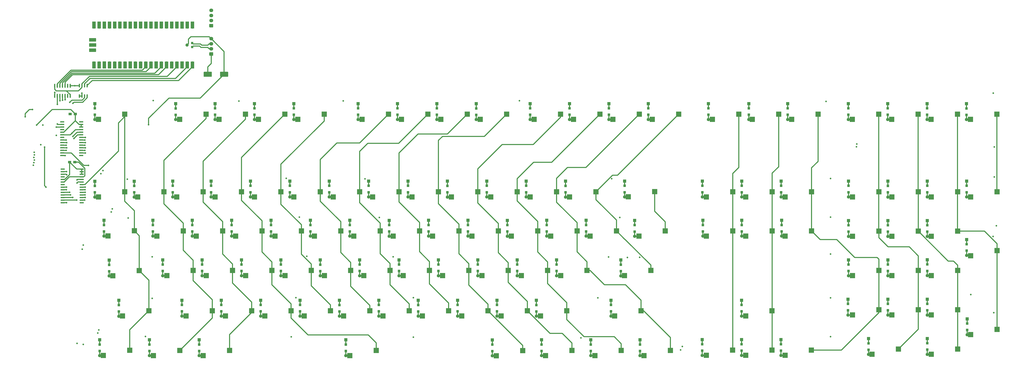
<source format=gbr>
%TF.GenerationSoftware,KiCad,Pcbnew,(5.1.9)-1*%
%TF.CreationDate,2021-03-20T17:55:26+10:00*%
%TF.ProjectId,RedPyKeeb,52656450-794b-4656-9562-2e6b69636164,rev?*%
%TF.SameCoordinates,Original*%
%TF.FileFunction,Copper,L4,Bot*%
%TF.FilePolarity,Positive*%
%FSLAX46Y46*%
G04 Gerber Fmt 4.6, Leading zero omitted, Abs format (unit mm)*
G04 Created by KiCad (PCBNEW (5.1.9)-1) date 2021-03-20 17:55:26*
%MOMM*%
%LPD*%
G01*
G04 APERTURE LIST*
%TA.AperFunction,SMDPad,CuDef*%
%ADD10R,2.550000X2.500000*%
%TD*%
%TA.AperFunction,SMDPad,CuDef*%
%ADD11C,0.100000*%
%TD*%
%TA.AperFunction,ComponentPad*%
%ADD12O,1.700000X1.700000*%
%TD*%
%TA.AperFunction,ComponentPad*%
%ADD13R,1.700000X1.700000*%
%TD*%
%TA.AperFunction,SMDPad,CuDef*%
%ADD14R,1.700000X3.500000*%
%TD*%
%TA.AperFunction,SMDPad,CuDef*%
%ADD15R,3.500000X1.700000*%
%TD*%
%TA.AperFunction,SMDPad,CuDef*%
%ADD16R,1.500000X1.250000*%
%TD*%
%TA.AperFunction,SMDPad,CuDef*%
%ADD17R,0.500000X2.500000*%
%TD*%
%TA.AperFunction,ComponentPad*%
%ADD18C,1.600000*%
%TD*%
%TA.AperFunction,ComponentPad*%
%ADD19R,1.600000X1.600000*%
%TD*%
%TA.AperFunction,SMDPad,CuDef*%
%ADD20R,1.200000X1.200000*%
%TD*%
%TA.AperFunction,ComponentPad*%
%ADD21O,1.950000X1.700000*%
%TD*%
%TA.AperFunction,ViaPad*%
%ADD22C,0.800000*%
%TD*%
%TA.AperFunction,Conductor*%
%ADD23C,0.508000*%
%TD*%
%TA.AperFunction,Conductor*%
%ADD24C,0.500000*%
%TD*%
G04 APERTURE END LIST*
D10*
%TO.P,K12\u002C3,2*%
%TO.N,Net-(D12\u002C3-Pad2)*%
X345008200Y-172072300D03*
%TO.P,K12\u002C3,1*%
%TO.N,KEY_COL12*%
X357935200Y-169532300D03*
%TD*%
%TA.AperFunction,SMDPad,CuDef*%
D11*
%TO.P,U0,44*%
%TO.N,GNDPWR*%
G36*
X131332453Y-58941109D02*
G01*
X131317864Y-59014451D01*
X131296157Y-59086010D01*
X131267540Y-59155097D01*
X131232289Y-59221046D01*
X131190744Y-59283223D01*
X131143305Y-59341028D01*
X131090428Y-59393905D01*
X131032623Y-59441344D01*
X130970446Y-59482889D01*
X130904497Y-59518140D01*
X130835410Y-59546757D01*
X130763851Y-59568464D01*
X130690509Y-59583053D01*
X130616090Y-59590382D01*
X130541310Y-59590382D01*
X130466891Y-59583053D01*
X130393549Y-59568464D01*
X130321990Y-59546757D01*
X130252903Y-59518140D01*
X130186954Y-59482889D01*
X130124777Y-59441344D01*
X130066972Y-59393905D01*
X130014095Y-59341028D01*
X129966656Y-59283223D01*
X129925111Y-59221046D01*
X129889860Y-59155097D01*
X129861243Y-59086010D01*
X129839536Y-59014451D01*
X129824947Y-58941109D01*
X129817618Y-58866690D01*
X129817618Y-58791910D01*
X129824947Y-58717491D01*
X129839536Y-58644149D01*
X129861243Y-58572590D01*
X129889860Y-58503503D01*
X129925111Y-58437554D01*
X129966656Y-58375377D01*
X130014095Y-58317572D01*
X130066972Y-58264695D01*
X130124777Y-58217256D01*
X130186954Y-58175711D01*
X130252903Y-58140460D01*
X130321990Y-58111843D01*
X130393549Y-58090136D01*
X130466891Y-58075547D01*
X130541310Y-58068218D01*
X130616090Y-58068218D01*
X130690509Y-58075547D01*
X130763851Y-58090136D01*
X130835410Y-58111843D01*
X130904497Y-58140460D01*
X130970446Y-58175711D01*
X131032623Y-58217256D01*
X131090428Y-58264695D01*
X131143305Y-58317572D01*
X131190744Y-58375377D01*
X131232289Y-58437554D01*
X131267540Y-58503503D01*
X131296157Y-58572590D01*
X131317864Y-58644149D01*
X131332453Y-58717491D01*
X131339782Y-58791910D01*
X131339782Y-58866690D01*
X131332453Y-58941109D01*
G37*
%TD.AperFunction*%
%TA.AperFunction,SMDPad,CuDef*%
%TO.P,U0,45*%
%TO.N,USB_DN*%
G36*
X133627739Y-58339055D02*
G01*
X133624894Y-58348434D01*
X133620273Y-58357079D01*
X133614055Y-58364655D01*
X133606479Y-58370873D01*
X133597834Y-58375494D01*
X133588455Y-58378339D01*
X133578700Y-58379300D01*
X132578700Y-58379300D01*
X132568945Y-58378339D01*
X132559566Y-58375494D01*
X132550921Y-58370873D01*
X132543345Y-58364655D01*
X132537127Y-58357079D01*
X132532506Y-58348434D01*
X132529661Y-58339055D01*
X132528700Y-58329300D01*
X132528700Y-57329300D01*
X132529661Y-57319545D01*
X132532506Y-57310166D01*
X132537127Y-57301521D01*
X132543345Y-57293945D01*
X132550921Y-57287727D01*
X132559566Y-57283106D01*
X132568945Y-57280261D01*
X132578700Y-57279300D01*
X133578700Y-57279300D01*
X133588455Y-57280261D01*
X133597834Y-57283106D01*
X133606479Y-57287727D01*
X133614055Y-57293945D01*
X133620273Y-57301521D01*
X133624894Y-57310166D01*
X133627739Y-57319545D01*
X133628700Y-57329300D01*
X133628700Y-58329300D01*
X133627739Y-58339055D01*
G37*
%TD.AperFunction*%
%TA.AperFunction,SMDPad,CuDef*%
%TO.P,U0,46*%
%TO.N,USB_DP*%
G36*
X133627739Y-60339055D02*
G01*
X133624894Y-60348434D01*
X133620273Y-60357079D01*
X133614055Y-60364655D01*
X133606479Y-60370873D01*
X133597834Y-60375494D01*
X133588455Y-60378339D01*
X133578700Y-60379300D01*
X132578700Y-60379300D01*
X132568945Y-60378339D01*
X132559566Y-60375494D01*
X132550921Y-60370873D01*
X132543345Y-60364655D01*
X132537127Y-60357079D01*
X132532506Y-60348434D01*
X132529661Y-60339055D01*
X132528700Y-60329300D01*
X132528700Y-59329300D01*
X132529661Y-59319545D01*
X132532506Y-59310166D01*
X132537127Y-59301521D01*
X132543345Y-59293945D01*
X132550921Y-59287727D01*
X132559566Y-59283106D01*
X132568945Y-59280261D01*
X132578700Y-59279300D01*
X133578700Y-59279300D01*
X133588455Y-59280261D01*
X133597834Y-59283106D01*
X133606479Y-59287727D01*
X133614055Y-59293945D01*
X133620273Y-59301521D01*
X133624894Y-59310166D01*
X133627739Y-59319545D01*
X133628700Y-59329300D01*
X133628700Y-60329300D01*
X133627739Y-60339055D01*
G37*
%TD.AperFunction*%
D12*
%TO.P,U0,1*%
%TO.N,PICO_SDA0*%
X133208700Y-67719300D03*
%TO.P,U0,2*%
%TO.N,PICO_SCL0*%
X130668700Y-67719300D03*
D13*
%TO.P,U0,3*%
%TO.N,Net-(U0-Pad3)*%
X128128700Y-67719300D03*
D12*
%TO.P,U0,4*%
%TO.N,PICO_33_REF*%
X125588700Y-67719300D03*
%TO.P,U0,5*%
%TO.N,Net-(U0-Pad5)*%
X123048700Y-67719300D03*
%TO.P,U0,6*%
%TO.N,Net-(U0-Pad6)*%
X120508700Y-67719300D03*
%TO.P,U0,7*%
%TO.N,Net-(U0-Pad7)*%
X117968700Y-67719300D03*
D13*
%TO.P,U0,8*%
%TO.N,Net-(U0-Pad8)*%
X115428700Y-67719300D03*
D12*
%TO.P,U0,9*%
%TO.N,Net-(U0-Pad9)*%
X112888700Y-67719300D03*
%TO.P,U0,10*%
%TO.N,Net-(U0-Pad10)*%
X110348700Y-67719300D03*
%TO.P,U0,11*%
%TO.N,Net-(U0-Pad11)*%
X107808700Y-67719300D03*
%TO.P,U0,12*%
%TO.N,Net-(U0-Pad12)*%
X105268700Y-67719300D03*
D13*
%TO.P,U0,13*%
%TO.N,Net-(U0-Pad13)*%
X102728700Y-67719300D03*
D12*
%TO.P,U0,14*%
%TO.N,Net-(U0-Pad14)*%
X100188700Y-67719300D03*
%TO.P,U0,15*%
%TO.N,Net-(U0-Pad15)*%
X97648700Y-67719300D03*
%TO.P,U0,16*%
%TO.N,Net-(U0-Pad16)*%
X95108700Y-67719300D03*
%TO.P,U0,17*%
%TO.N,Net-(U0-Pad17)*%
X92568700Y-67719300D03*
D13*
%TO.P,U0,18*%
%TO.N,Net-(U0-Pad18)*%
X90028700Y-67719300D03*
D12*
%TO.P,U0,19*%
%TO.N,Net-(U0-Pad19)*%
X87488700Y-67719300D03*
%TO.P,U0,20*%
%TO.N,Net-(U0-Pad20)*%
X84948700Y-67719300D03*
%TO.P,U0,21*%
%TO.N,Net-(U0-Pad21)*%
X84948700Y-49939300D03*
%TO.P,U0,22*%
%TO.N,Net-(U0-Pad22)*%
X87488700Y-49939300D03*
D13*
%TO.P,U0,23*%
%TO.N,Net-(U0-Pad23)*%
X90028700Y-49939300D03*
D12*
%TO.P,U0,24*%
%TO.N,Net-(U0-Pad24)*%
X92568700Y-49939300D03*
%TO.P,U0,25*%
%TO.N,Net-(U0-Pad25)*%
X95108700Y-49939300D03*
%TO.P,U0,26*%
%TO.N,Net-(U0-Pad26)*%
X97648700Y-49939300D03*
%TO.P,U0,27*%
%TO.N,Net-(U0-Pad27)*%
X100188700Y-49939300D03*
D13*
%TO.P,U0,28*%
%TO.N,Net-(U0-Pad28)*%
X102728700Y-49939300D03*
D12*
%TO.P,U0,29*%
%TO.N,Net-(U0-Pad29)*%
X105268700Y-49939300D03*
%TO.P,U0,30*%
%TO.N,PICO_RUN*%
X107808700Y-49939300D03*
%TO.P,U0,31*%
%TO.N,Net-(U0-Pad31)*%
X110348700Y-49939300D03*
%TO.P,U0,32*%
%TO.N,Net-(U0-Pad32)*%
X112888700Y-49939300D03*
D13*
%TO.P,U0,33*%
%TO.N,Net-(U0-Pad33)*%
X115428700Y-49939300D03*
D12*
%TO.P,U0,34*%
%TO.N,Net-(U0-Pad34)*%
X117968700Y-49939300D03*
%TO.P,U0,35*%
%TO.N,Net-(U0-Pad35)*%
X120508700Y-49939300D03*
%TO.P,U0,36*%
%TO.N,Net-(U0-Pad36)*%
X123048700Y-49939300D03*
%TO.P,U0,37*%
%TO.N,Net-(U0-Pad37)*%
X125588700Y-49939300D03*
D13*
%TO.P,U0,38*%
%TO.N,Net-(U0-Pad38)*%
X128128700Y-49939300D03*
D12*
%TO.P,U0,39*%
%TO.N,MAIN_VBUS*%
X130668700Y-49939300D03*
%TO.P,U0,40*%
%TO.N,Net-(U0-Pad40)*%
X133208700Y-49939300D03*
D14*
%TO.P,U0,1*%
%TO.N,PICO_SDA0*%
X133208700Y-68619300D03*
%TO.P,U0,2*%
%TO.N,PICO_SCL0*%
X130668700Y-68619300D03*
%TO.P,U0,3*%
%TO.N,Net-(U0-Pad3)*%
X128128700Y-68619300D03*
%TO.P,U0,4*%
%TO.N,PICO_33_REF*%
X125588700Y-68619300D03*
%TO.P,U0,5*%
%TO.N,Net-(U0-Pad5)*%
X123048700Y-68619300D03*
%TO.P,U0,6*%
%TO.N,Net-(U0-Pad6)*%
X120508700Y-68619300D03*
%TO.P,U0,7*%
%TO.N,Net-(U0-Pad7)*%
X117968700Y-68619300D03*
%TO.P,U0,8*%
%TO.N,Net-(U0-Pad8)*%
X115428700Y-68619300D03*
%TO.P,U0,9*%
%TO.N,Net-(U0-Pad9)*%
X112888700Y-68619300D03*
%TO.P,U0,10*%
%TO.N,Net-(U0-Pad10)*%
X110348700Y-68619300D03*
%TO.P,U0,11*%
%TO.N,Net-(U0-Pad11)*%
X107808700Y-68619300D03*
%TO.P,U0,12*%
%TO.N,Net-(U0-Pad12)*%
X105268700Y-68619300D03*
%TO.P,U0,13*%
%TO.N,Net-(U0-Pad13)*%
X102728700Y-68619300D03*
%TO.P,U0,14*%
%TO.N,Net-(U0-Pad14)*%
X100188700Y-68619300D03*
%TO.P,U0,15*%
%TO.N,Net-(U0-Pad15)*%
X97648700Y-68619300D03*
%TO.P,U0,16*%
%TO.N,Net-(U0-Pad16)*%
X95108700Y-68619300D03*
%TO.P,U0,17*%
%TO.N,Net-(U0-Pad17)*%
X92568700Y-68619300D03*
%TO.P,U0,18*%
%TO.N,Net-(U0-Pad18)*%
X90028700Y-68619300D03*
%TO.P,U0,19*%
%TO.N,Net-(U0-Pad19)*%
X87488700Y-68619300D03*
%TO.P,U0,20*%
%TO.N,Net-(U0-Pad20)*%
X84948700Y-68619300D03*
%TO.P,U0,40*%
%TO.N,Net-(U0-Pad40)*%
X133208700Y-49039300D03*
%TO.P,U0,39*%
%TO.N,MAIN_VBUS*%
X130668700Y-49039300D03*
%TO.P,U0,38*%
%TO.N,Net-(U0-Pad38)*%
X128128700Y-49039300D03*
%TO.P,U0,37*%
%TO.N,Net-(U0-Pad37)*%
X125588700Y-49039300D03*
%TO.P,U0,36*%
%TO.N,Net-(U0-Pad36)*%
X123048700Y-49039300D03*
%TO.P,U0,35*%
%TO.N,Net-(U0-Pad35)*%
X120508700Y-49039300D03*
%TO.P,U0,34*%
%TO.N,Net-(U0-Pad34)*%
X117968700Y-49039300D03*
%TO.P,U0,33*%
%TO.N,Net-(U0-Pad33)*%
X115428700Y-49039300D03*
%TO.P,U0,32*%
%TO.N,Net-(U0-Pad32)*%
X112888700Y-49039300D03*
%TO.P,U0,31*%
%TO.N,Net-(U0-Pad31)*%
X110348700Y-49039300D03*
%TO.P,U0,30*%
%TO.N,PICO_RUN*%
X107808700Y-49039300D03*
%TO.P,U0,29*%
%TO.N,Net-(U0-Pad29)*%
X105268700Y-49039300D03*
%TO.P,U0,28*%
%TO.N,Net-(U0-Pad28)*%
X102728700Y-49039300D03*
%TO.P,U0,27*%
%TO.N,Net-(U0-Pad27)*%
X100188700Y-49039300D03*
%TO.P,U0,26*%
%TO.N,Net-(U0-Pad26)*%
X97648700Y-49039300D03*
%TO.P,U0,25*%
%TO.N,Net-(U0-Pad25)*%
X95108700Y-49039300D03*
%TO.P,U0,24*%
%TO.N,Net-(U0-Pad24)*%
X92568700Y-49039300D03*
%TO.P,U0,23*%
%TO.N,Net-(U0-Pad23)*%
X90028700Y-49039300D03*
%TO.P,U0,22*%
%TO.N,Net-(U0-Pad22)*%
X87488700Y-49039300D03*
%TO.P,U0,21*%
%TO.N,Net-(U0-Pad21)*%
X84948700Y-49039300D03*
D15*
%TO.P,U0,41*%
%TO.N,Net-(U0-Pad41)*%
X84278700Y-61369300D03*
D12*
X85178700Y-61369300D03*
D15*
%TO.P,U0,42*%
%TO.N,Net-(U0-Pad42)*%
X84278700Y-58829300D03*
D13*
X85178700Y-58829300D03*
D15*
%TO.P,U0,43*%
%TO.N,Net-(U0-Pad43)*%
X84278700Y-56289300D03*
D12*
X85178700Y-56289300D03*
%TD*%
D10*
%TO.P,K0\u002C2,2*%
%TO.N,Net-(D0\u002C2-Pad2)*%
X91833700Y-152603200D03*
%TO.P,K0\u002C2,1*%
%TO.N,KEY_COL0*%
X104760700Y-150063200D03*
%TD*%
%TO.P,K18\u002C4,2*%
%TO.N,Net-(D18\u002C4-Pad2)*%
X495376200Y-171996100D03*
%TO.P,K18\u002C4,1*%
%TO.N,KEY_COL18*%
X508303200Y-169456100D03*
%TD*%
%TO.P,K10\u002C3,2*%
%TO.N,Net-(D10\u002C3-Pad2)*%
X294398700Y-172059600D03*
%TO.P,K10\u002C3,1*%
%TO.N,KEY_COL10*%
X307325700Y-169519600D03*
%TD*%
%TO.P,K13\u002C1,2*%
%TO.N,Net-(D13\u002C1-Pad2)*%
X346849700Y-133337300D03*
%TO.P,K13\u002C1,1*%
%TO.N,KEY_COL13*%
X359776700Y-130797300D03*
%TD*%
%TO.P,K19\u002C4,2*%
%TO.N,Net-(D19\u002C4-Pad2)*%
X514680200Y-162280600D03*
%TO.P,K19\u002C4,1*%
%TO.N,KEY_COL19*%
X527607200Y-159740600D03*
%TD*%
%TO.P,U2,28*%
%TO.N,Net-(U2-Pad28)*%
%TA.AperFunction,SMDPad,CuDef*%
G36*
G01*
X77678700Y-113230800D02*
X77678700Y-112930800D01*
G75*
G02*
X77828700Y-112780800I150000J0D01*
G01*
X79578700Y-112780800D01*
G75*
G02*
X79728700Y-112930800I0J-150000D01*
G01*
X79728700Y-113230800D01*
G75*
G02*
X79578700Y-113380800I-150000J0D01*
G01*
X77828700Y-113380800D01*
G75*
G02*
X77678700Y-113230800I0J150000D01*
G01*
G37*
%TD.AperFunction*%
%TO.P,U2,27*%
%TO.N,KEY_COL13*%
%TA.AperFunction,SMDPad,CuDef*%
G36*
G01*
X77678700Y-111960800D02*
X77678700Y-111660800D01*
G75*
G02*
X77828700Y-111510800I150000J0D01*
G01*
X79578700Y-111510800D01*
G75*
G02*
X79728700Y-111660800I0J-150000D01*
G01*
X79728700Y-111960800D01*
G75*
G02*
X79578700Y-112110800I-150000J0D01*
G01*
X77828700Y-112110800D01*
G75*
G02*
X77678700Y-111960800I0J150000D01*
G01*
G37*
%TD.AperFunction*%
%TO.P,U2,26*%
%TO.N,KEY_COL12*%
%TA.AperFunction,SMDPad,CuDef*%
G36*
G01*
X77678700Y-110690800D02*
X77678700Y-110390800D01*
G75*
G02*
X77828700Y-110240800I150000J0D01*
G01*
X79578700Y-110240800D01*
G75*
G02*
X79728700Y-110390800I0J-150000D01*
G01*
X79728700Y-110690800D01*
G75*
G02*
X79578700Y-110840800I-150000J0D01*
G01*
X77828700Y-110840800D01*
G75*
G02*
X77678700Y-110690800I0J150000D01*
G01*
G37*
%TD.AperFunction*%
%TO.P,U2,25*%
%TO.N,KEY_COL11*%
%TA.AperFunction,SMDPad,CuDef*%
G36*
G01*
X77678700Y-109420800D02*
X77678700Y-109120800D01*
G75*
G02*
X77828700Y-108970800I150000J0D01*
G01*
X79578700Y-108970800D01*
G75*
G02*
X79728700Y-109120800I0J-150000D01*
G01*
X79728700Y-109420800D01*
G75*
G02*
X79578700Y-109570800I-150000J0D01*
G01*
X77828700Y-109570800D01*
G75*
G02*
X77678700Y-109420800I0J150000D01*
G01*
G37*
%TD.AperFunction*%
%TO.P,U2,24*%
%TO.N,KEY_COL10*%
%TA.AperFunction,SMDPad,CuDef*%
G36*
G01*
X77678700Y-108150800D02*
X77678700Y-107850800D01*
G75*
G02*
X77828700Y-107700800I150000J0D01*
G01*
X79578700Y-107700800D01*
G75*
G02*
X79728700Y-107850800I0J-150000D01*
G01*
X79728700Y-108150800D01*
G75*
G02*
X79578700Y-108300800I-150000J0D01*
G01*
X77828700Y-108300800D01*
G75*
G02*
X77678700Y-108150800I0J150000D01*
G01*
G37*
%TD.AperFunction*%
%TO.P,U2,23*%
%TO.N,KEY_COL9*%
%TA.AperFunction,SMDPad,CuDef*%
G36*
G01*
X77678700Y-106880800D02*
X77678700Y-106580800D01*
G75*
G02*
X77828700Y-106430800I150000J0D01*
G01*
X79578700Y-106430800D01*
G75*
G02*
X79728700Y-106580800I0J-150000D01*
G01*
X79728700Y-106880800D01*
G75*
G02*
X79578700Y-107030800I-150000J0D01*
G01*
X77828700Y-107030800D01*
G75*
G02*
X77678700Y-106880800I0J150000D01*
G01*
G37*
%TD.AperFunction*%
%TO.P,U2,22*%
%TO.N,KEY_COL8*%
%TA.AperFunction,SMDPad,CuDef*%
G36*
G01*
X77678700Y-105610800D02*
X77678700Y-105310800D01*
G75*
G02*
X77828700Y-105160800I150000J0D01*
G01*
X79578700Y-105160800D01*
G75*
G02*
X79728700Y-105310800I0J-150000D01*
G01*
X79728700Y-105610800D01*
G75*
G02*
X79578700Y-105760800I-150000J0D01*
G01*
X77828700Y-105760800D01*
G75*
G02*
X77678700Y-105610800I0J150000D01*
G01*
G37*
%TD.AperFunction*%
%TO.P,U2,21*%
%TO.N,KEY_COL7*%
%TA.AperFunction,SMDPad,CuDef*%
G36*
G01*
X77678700Y-104340800D02*
X77678700Y-104040800D01*
G75*
G02*
X77828700Y-103890800I150000J0D01*
G01*
X79578700Y-103890800D01*
G75*
G02*
X79728700Y-104040800I0J-150000D01*
G01*
X79728700Y-104340800D01*
G75*
G02*
X79578700Y-104490800I-150000J0D01*
G01*
X77828700Y-104490800D01*
G75*
G02*
X77678700Y-104340800I0J150000D01*
G01*
G37*
%TD.AperFunction*%
%TO.P,U2,20*%
%TO.N,IO_INT3*%
%TA.AperFunction,SMDPad,CuDef*%
G36*
G01*
X77678700Y-103070800D02*
X77678700Y-102770800D01*
G75*
G02*
X77828700Y-102620800I150000J0D01*
G01*
X79578700Y-102620800D01*
G75*
G02*
X79728700Y-102770800I0J-150000D01*
G01*
X79728700Y-103070800D01*
G75*
G02*
X79578700Y-103220800I-150000J0D01*
G01*
X77828700Y-103220800D01*
G75*
G02*
X77678700Y-103070800I0J150000D01*
G01*
G37*
%TD.AperFunction*%
%TO.P,U2,19*%
%TO.N,IO_INT2*%
%TA.AperFunction,SMDPad,CuDef*%
G36*
G01*
X77678700Y-101800800D02*
X77678700Y-101500800D01*
G75*
G02*
X77828700Y-101350800I150000J0D01*
G01*
X79578700Y-101350800D01*
G75*
G02*
X79728700Y-101500800I0J-150000D01*
G01*
X79728700Y-101800800D01*
G75*
G02*
X79578700Y-101950800I-150000J0D01*
G01*
X77828700Y-101950800D01*
G75*
G02*
X77678700Y-101800800I0J150000D01*
G01*
G37*
%TD.AperFunction*%
%TO.P,U2,18*%
%TO.N,MAIN_VBUS*%
%TA.AperFunction,SMDPad,CuDef*%
G36*
G01*
X77678700Y-100530800D02*
X77678700Y-100230800D01*
G75*
G02*
X77828700Y-100080800I150000J0D01*
G01*
X79578700Y-100080800D01*
G75*
G02*
X79728700Y-100230800I0J-150000D01*
G01*
X79728700Y-100530800D01*
G75*
G02*
X79578700Y-100680800I-150000J0D01*
G01*
X77828700Y-100680800D01*
G75*
G02*
X77678700Y-100530800I0J150000D01*
G01*
G37*
%TD.AperFunction*%
%TO.P,U2,17*%
%TO.N,GNDPWR*%
%TA.AperFunction,SMDPad,CuDef*%
G36*
G01*
X77678700Y-99260800D02*
X77678700Y-98960800D01*
G75*
G02*
X77828700Y-98810800I150000J0D01*
G01*
X79578700Y-98810800D01*
G75*
G02*
X79728700Y-98960800I0J-150000D01*
G01*
X79728700Y-99260800D01*
G75*
G02*
X79578700Y-99410800I-150000J0D01*
G01*
X77828700Y-99410800D01*
G75*
G02*
X77678700Y-99260800I0J150000D01*
G01*
G37*
%TD.AperFunction*%
%TO.P,U2,16*%
%TA.AperFunction,SMDPad,CuDef*%
G36*
G01*
X77678700Y-97990800D02*
X77678700Y-97690800D01*
G75*
G02*
X77828700Y-97540800I150000J0D01*
G01*
X79578700Y-97540800D01*
G75*
G02*
X79728700Y-97690800I0J-150000D01*
G01*
X79728700Y-97990800D01*
G75*
G02*
X79578700Y-98140800I-150000J0D01*
G01*
X77828700Y-98140800D01*
G75*
G02*
X77678700Y-97990800I0J150000D01*
G01*
G37*
%TD.AperFunction*%
%TO.P,U2,15*%
%TO.N,Net-(U2-Pad15)*%
%TA.AperFunction,SMDPad,CuDef*%
G36*
G01*
X77678700Y-96720800D02*
X77678700Y-96420800D01*
G75*
G02*
X77828700Y-96270800I150000J0D01*
G01*
X79578700Y-96270800D01*
G75*
G02*
X79728700Y-96420800I0J-150000D01*
G01*
X79728700Y-96720800D01*
G75*
G02*
X79578700Y-96870800I-150000J0D01*
G01*
X77828700Y-96870800D01*
G75*
G02*
X77678700Y-96720800I0J150000D01*
G01*
G37*
%TD.AperFunction*%
%TO.P,U2,14*%
%TO.N,Net-(U2-Pad14)*%
%TA.AperFunction,SMDPad,CuDef*%
G36*
G01*
X68378700Y-96720800D02*
X68378700Y-96420800D01*
G75*
G02*
X68528700Y-96270800I150000J0D01*
G01*
X70278700Y-96270800D01*
G75*
G02*
X70428700Y-96420800I0J-150000D01*
G01*
X70428700Y-96720800D01*
G75*
G02*
X70278700Y-96870800I-150000J0D01*
G01*
X68528700Y-96870800D01*
G75*
G02*
X68378700Y-96720800I0J150000D01*
G01*
G37*
%TD.AperFunction*%
%TO.P,U2,13*%
%TO.N,I2C_SDA0*%
%TA.AperFunction,SMDPad,CuDef*%
G36*
G01*
X68378700Y-97990800D02*
X68378700Y-97690800D01*
G75*
G02*
X68528700Y-97540800I150000J0D01*
G01*
X70278700Y-97540800D01*
G75*
G02*
X70428700Y-97690800I0J-150000D01*
G01*
X70428700Y-97990800D01*
G75*
G02*
X70278700Y-98140800I-150000J0D01*
G01*
X68528700Y-98140800D01*
G75*
G02*
X68378700Y-97990800I0J150000D01*
G01*
G37*
%TD.AperFunction*%
%TO.P,U2,12*%
%TO.N,I2C_SCL0*%
%TA.AperFunction,SMDPad,CuDef*%
G36*
G01*
X68378700Y-99260800D02*
X68378700Y-98960800D01*
G75*
G02*
X68528700Y-98810800I150000J0D01*
G01*
X70278700Y-98810800D01*
G75*
G02*
X70428700Y-98960800I0J-150000D01*
G01*
X70428700Y-99260800D01*
G75*
G02*
X70278700Y-99410800I-150000J0D01*
G01*
X68528700Y-99410800D01*
G75*
G02*
X68378700Y-99260800I0J150000D01*
G01*
G37*
%TD.AperFunction*%
%TO.P,U2,11*%
%TO.N,Net-(U2-Pad11)*%
%TA.AperFunction,SMDPad,CuDef*%
G36*
G01*
X68378700Y-100530800D02*
X68378700Y-100230800D01*
G75*
G02*
X68528700Y-100080800I150000J0D01*
G01*
X70278700Y-100080800D01*
G75*
G02*
X70428700Y-100230800I0J-150000D01*
G01*
X70428700Y-100530800D01*
G75*
G02*
X70278700Y-100680800I-150000J0D01*
G01*
X68528700Y-100680800D01*
G75*
G02*
X68378700Y-100530800I0J150000D01*
G01*
G37*
%TD.AperFunction*%
%TO.P,U2,10*%
%TO.N,GNDPWR*%
%TA.AperFunction,SMDPad,CuDef*%
G36*
G01*
X68378700Y-101800800D02*
X68378700Y-101500800D01*
G75*
G02*
X68528700Y-101350800I150000J0D01*
G01*
X70278700Y-101350800D01*
G75*
G02*
X70428700Y-101500800I0J-150000D01*
G01*
X70428700Y-101800800D01*
G75*
G02*
X70278700Y-101950800I-150000J0D01*
G01*
X68528700Y-101950800D01*
G75*
G02*
X68378700Y-101800800I0J150000D01*
G01*
G37*
%TD.AperFunction*%
%TO.P,U2,9*%
%TO.N,MAIN_VBUS*%
%TA.AperFunction,SMDPad,CuDef*%
G36*
G01*
X68378700Y-103070800D02*
X68378700Y-102770800D01*
G75*
G02*
X68528700Y-102620800I150000J0D01*
G01*
X70278700Y-102620800D01*
G75*
G02*
X70428700Y-102770800I0J-150000D01*
G01*
X70428700Y-103070800D01*
G75*
G02*
X70278700Y-103220800I-150000J0D01*
G01*
X68528700Y-103220800D01*
G75*
G02*
X68378700Y-103070800I0J150000D01*
G01*
G37*
%TD.AperFunction*%
%TO.P,U2,8*%
%TO.N,Net-(U2-Pad8)*%
%TA.AperFunction,SMDPad,CuDef*%
G36*
G01*
X68378700Y-104340800D02*
X68378700Y-104040800D01*
G75*
G02*
X68528700Y-103890800I150000J0D01*
G01*
X70278700Y-103890800D01*
G75*
G02*
X70428700Y-104040800I0J-150000D01*
G01*
X70428700Y-104340800D01*
G75*
G02*
X70278700Y-104490800I-150000J0D01*
G01*
X68528700Y-104490800D01*
G75*
G02*
X68378700Y-104340800I0J150000D01*
G01*
G37*
%TD.AperFunction*%
%TO.P,U2,7*%
%TO.N,KEY_COL20*%
%TA.AperFunction,SMDPad,CuDef*%
G36*
G01*
X68378700Y-105610800D02*
X68378700Y-105310800D01*
G75*
G02*
X68528700Y-105160800I150000J0D01*
G01*
X70278700Y-105160800D01*
G75*
G02*
X70428700Y-105310800I0J-150000D01*
G01*
X70428700Y-105610800D01*
G75*
G02*
X70278700Y-105760800I-150000J0D01*
G01*
X68528700Y-105760800D01*
G75*
G02*
X68378700Y-105610800I0J150000D01*
G01*
G37*
%TD.AperFunction*%
%TO.P,U2,6*%
%TO.N,KEY_COL19*%
%TA.AperFunction,SMDPad,CuDef*%
G36*
G01*
X68378700Y-106880800D02*
X68378700Y-106580800D01*
G75*
G02*
X68528700Y-106430800I150000J0D01*
G01*
X70278700Y-106430800D01*
G75*
G02*
X70428700Y-106580800I0J-150000D01*
G01*
X70428700Y-106880800D01*
G75*
G02*
X70278700Y-107030800I-150000J0D01*
G01*
X68528700Y-107030800D01*
G75*
G02*
X68378700Y-106880800I0J150000D01*
G01*
G37*
%TD.AperFunction*%
%TO.P,U2,5*%
%TO.N,KEY_COL18*%
%TA.AperFunction,SMDPad,CuDef*%
G36*
G01*
X68378700Y-108150800D02*
X68378700Y-107850800D01*
G75*
G02*
X68528700Y-107700800I150000J0D01*
G01*
X70278700Y-107700800D01*
G75*
G02*
X70428700Y-107850800I0J-150000D01*
G01*
X70428700Y-108150800D01*
G75*
G02*
X70278700Y-108300800I-150000J0D01*
G01*
X68528700Y-108300800D01*
G75*
G02*
X68378700Y-108150800I0J150000D01*
G01*
G37*
%TD.AperFunction*%
%TO.P,U2,4*%
%TO.N,KEY_COL17*%
%TA.AperFunction,SMDPad,CuDef*%
G36*
G01*
X68378700Y-109420800D02*
X68378700Y-109120800D01*
G75*
G02*
X68528700Y-108970800I150000J0D01*
G01*
X70278700Y-108970800D01*
G75*
G02*
X70428700Y-109120800I0J-150000D01*
G01*
X70428700Y-109420800D01*
G75*
G02*
X70278700Y-109570800I-150000J0D01*
G01*
X68528700Y-109570800D01*
G75*
G02*
X68378700Y-109420800I0J150000D01*
G01*
G37*
%TD.AperFunction*%
%TO.P,U2,3*%
%TO.N,KEY_COL16*%
%TA.AperFunction,SMDPad,CuDef*%
G36*
G01*
X68378700Y-110690800D02*
X68378700Y-110390800D01*
G75*
G02*
X68528700Y-110240800I150000J0D01*
G01*
X70278700Y-110240800D01*
G75*
G02*
X70428700Y-110390800I0J-150000D01*
G01*
X70428700Y-110690800D01*
G75*
G02*
X70278700Y-110840800I-150000J0D01*
G01*
X68528700Y-110840800D01*
G75*
G02*
X68378700Y-110690800I0J150000D01*
G01*
G37*
%TD.AperFunction*%
%TO.P,U2,2*%
%TO.N,KEY_COL15*%
%TA.AperFunction,SMDPad,CuDef*%
G36*
G01*
X68378700Y-111960800D02*
X68378700Y-111660800D01*
G75*
G02*
X68528700Y-111510800I150000J0D01*
G01*
X70278700Y-111510800D01*
G75*
G02*
X70428700Y-111660800I0J-150000D01*
G01*
X70428700Y-111960800D01*
G75*
G02*
X70278700Y-112110800I-150000J0D01*
G01*
X68528700Y-112110800D01*
G75*
G02*
X68378700Y-111960800I0J150000D01*
G01*
G37*
%TD.AperFunction*%
%TO.P,U2,1*%
%TO.N,KEY_COL14*%
%TA.AperFunction,SMDPad,CuDef*%
G36*
G01*
X68378700Y-113230800D02*
X68378700Y-112930800D01*
G75*
G02*
X68528700Y-112780800I150000J0D01*
G01*
X70278700Y-112780800D01*
G75*
G02*
X70428700Y-112930800I0J-150000D01*
G01*
X70428700Y-113230800D01*
G75*
G02*
X70278700Y-113380800I-150000J0D01*
G01*
X68528700Y-113380800D01*
G75*
G02*
X68378700Y-113230800I0J150000D01*
G01*
G37*
%TD.AperFunction*%
%TD*%
%TO.P,K11\u002C4,2*%
%TO.N,Net-(D11\u002C4-Pad2)*%
X340182200Y-191820800D03*
%TO.P,K11\u002C4,1*%
%TO.N,KEY_COL11*%
X353109200Y-189280800D03*
%TD*%
D16*
%TO.P,C1,2*%
%TO.N,GNDPWR*%
X73057700Y-116319300D03*
%TO.P,C1,1*%
%TO.N,MAIN_VBUS*%
X75557700Y-116319300D03*
%TD*%
%TO.P,C2,2*%
%TO.N,GNDPWR*%
X75811700Y-92697300D03*
%TO.P,C2,1*%
%TO.N,MAIN_VBUS*%
X73311700Y-92697300D03*
%TD*%
%TO.P,C6,2*%
%TO.N,GNDPWR*%
%TA.AperFunction,SMDPad,CuDef*%
G36*
G01*
X146729200Y-74202800D02*
X146729200Y-72202800D01*
G75*
G02*
X146979200Y-71952800I250000J0D01*
G01*
X150479200Y-71952800D01*
G75*
G02*
X150729200Y-72202800I0J-250000D01*
G01*
X150729200Y-74202800D01*
G75*
G02*
X150479200Y-74452800I-250000J0D01*
G01*
X146979200Y-74452800D01*
G75*
G02*
X146729200Y-74202800I0J250000D01*
G01*
G37*
%TD.AperFunction*%
%TO.P,C6,1*%
%TO.N,MAIN_VBUS*%
%TA.AperFunction,SMDPad,CuDef*%
G36*
G01*
X138729200Y-74202800D02*
X138729200Y-72202800D01*
G75*
G02*
X138979200Y-71952800I250000J0D01*
G01*
X142479200Y-71952800D01*
G75*
G02*
X142729200Y-72202800I0J-250000D01*
G01*
X142729200Y-74202800D01*
G75*
G02*
X142479200Y-74452800I-250000J0D01*
G01*
X138979200Y-74452800D01*
G75*
G02*
X138729200Y-74202800I0J250000D01*
G01*
G37*
%TD.AperFunction*%
%TD*%
D17*
%TO.P,D0\u002C3,2*%
%TO.N,Net-(D0\u002C3-Pad2)*%
X92405200Y-171025800D03*
%TO.P,D0\u002C3,1*%
%TO.N,KEY_ROW3*%
X92405200Y-165625800D03*
D18*
%TO.P,D0\u002C3,2*%
%TO.N,Net-(D0\u002C3-Pad2)*%
X92405200Y-172225800D03*
D19*
%TO.P,D0\u002C3,1*%
%TO.N,KEY_ROW3*%
X92405200Y-164425800D03*
D20*
X92405200Y-166750800D03*
%TO.P,D0\u002C3,2*%
%TO.N,Net-(D0\u002C3-Pad2)*%
X92405200Y-169900800D03*
%TD*%
D17*
%TO.P,D0\u002C5,2*%
%TO.N,Net-(D0\u002C5-Pad2)*%
X87769700Y-210141800D03*
%TO.P,D0\u002C5,1*%
%TO.N,KEY_ROW5*%
X87769700Y-204741800D03*
D18*
%TO.P,D0\u002C5,2*%
%TO.N,Net-(D0\u002C5-Pad2)*%
X87769700Y-211341800D03*
D19*
%TO.P,D0\u002C5,1*%
%TO.N,KEY_ROW5*%
X87769700Y-203541800D03*
D20*
X87769700Y-205866800D03*
%TO.P,D0\u002C5,2*%
%TO.N,Net-(D0\u002C5-Pad2)*%
X87769700Y-209016800D03*
%TD*%
D17*
%TO.P,D0\u002C4,2*%
%TO.N,Net-(D0\u002C4-Pad2)*%
X97167700Y-190774300D03*
%TO.P,D0\u002C4,1*%
%TO.N,KEY_ROW4*%
X97167700Y-185374300D03*
D18*
%TO.P,D0\u002C4,2*%
%TO.N,Net-(D0\u002C4-Pad2)*%
X97167700Y-191974300D03*
D19*
%TO.P,D0\u002C4,1*%
%TO.N,KEY_ROW4*%
X97167700Y-184174300D03*
D20*
X97167700Y-186499300D03*
%TO.P,D0\u002C4,2*%
%TO.N,Net-(D0\u002C4-Pad2)*%
X97167700Y-189649300D03*
%TD*%
D17*
%TO.P,D0\u002C0,2*%
%TO.N,Net-(D0\u002C0-Pad2)*%
X85356700Y-94190800D03*
%TO.P,D0\u002C0,1*%
%TO.N,KEY_ROW0*%
X85356700Y-88790800D03*
D18*
%TO.P,D0\u002C0,2*%
%TO.N,Net-(D0\u002C0-Pad2)*%
X85356700Y-95390800D03*
D19*
%TO.P,D0\u002C0,1*%
%TO.N,KEY_ROW0*%
X85356700Y-87590800D03*
D20*
X85356700Y-89915800D03*
%TO.P,D0\u002C0,2*%
%TO.N,Net-(D0\u002C0-Pad2)*%
X85356700Y-93065800D03*
%TD*%
D17*
%TO.P,D0\u002C2,2*%
%TO.N,Net-(D0\u002C2-Pad2)*%
X89865200Y-151467800D03*
%TO.P,D0\u002C2,1*%
%TO.N,KEY_ROW2*%
X89865200Y-146067800D03*
D18*
%TO.P,D0\u002C2,2*%
%TO.N,Net-(D0\u002C2-Pad2)*%
X89865200Y-152667800D03*
D19*
%TO.P,D0\u002C2,1*%
%TO.N,KEY_ROW2*%
X89865200Y-144867800D03*
D20*
X89865200Y-147192800D03*
%TO.P,D0\u002C2,2*%
%TO.N,Net-(D0\u002C2-Pad2)*%
X89865200Y-150342800D03*
%TD*%
D17*
%TO.P,D0\u002C1,2*%
%TO.N,Net-(D0\u002C1-Pad2)*%
X85356700Y-132290800D03*
%TO.P,D0\u002C1,1*%
%TO.N,KEY_ROW1*%
X85356700Y-126890800D03*
D18*
%TO.P,D0\u002C1,2*%
%TO.N,Net-(D0\u002C1-Pad2)*%
X85356700Y-133490800D03*
D19*
%TO.P,D0\u002C1,1*%
%TO.N,KEY_ROW1*%
X85356700Y-125690800D03*
D20*
X85356700Y-128015800D03*
%TO.P,D0\u002C1,2*%
%TO.N,Net-(D0\u002C1-Pad2)*%
X85356700Y-131165800D03*
%TD*%
D17*
%TO.P,D1\u002C3,2*%
%TO.N,Net-(D1\u002C3-Pad2)*%
X118694200Y-170898800D03*
%TO.P,D1\u002C3,1*%
%TO.N,KEY_ROW3*%
X118694200Y-165498800D03*
D18*
%TO.P,D1\u002C3,2*%
%TO.N,Net-(D1\u002C3-Pad2)*%
X118694200Y-172098800D03*
D19*
%TO.P,D1\u002C3,1*%
%TO.N,KEY_ROW3*%
X118694200Y-164298800D03*
D20*
X118694200Y-166623800D03*
%TO.P,D1\u002C3,2*%
%TO.N,Net-(D1\u002C3-Pad2)*%
X118694200Y-169773800D03*
%TD*%
D17*
%TO.P,D1\u002C0,2*%
%TO.N,Net-(D1\u002C0-Pad2)*%
X124980700Y-94241600D03*
%TO.P,D1\u002C0,1*%
%TO.N,KEY_ROW0*%
X124980700Y-88841600D03*
D18*
%TO.P,D1\u002C0,2*%
%TO.N,Net-(D1\u002C0-Pad2)*%
X124980700Y-95441600D03*
D19*
%TO.P,D1\u002C0,1*%
%TO.N,KEY_ROW0*%
X124980700Y-87641600D03*
D20*
X124980700Y-89966600D03*
%TO.P,D1\u002C0,2*%
%TO.N,Net-(D1\u002C0-Pad2)*%
X124980700Y-93116600D03*
%TD*%
D17*
%TO.P,D1\u002C4,2*%
%TO.N,Net-(D1\u002C4-Pad2)*%
X128092200Y-190710800D03*
%TO.P,D1\u002C4,1*%
%TO.N,KEY_ROW4*%
X128092200Y-185310800D03*
D18*
%TO.P,D1\u002C4,2*%
%TO.N,Net-(D1\u002C4-Pad2)*%
X128092200Y-191910800D03*
D19*
%TO.P,D1\u002C4,1*%
%TO.N,KEY_ROW4*%
X128092200Y-184110800D03*
D20*
X128092200Y-186435800D03*
%TO.P,D1\u002C4,2*%
%TO.N,Net-(D1\u002C4-Pad2)*%
X128092200Y-189585800D03*
%TD*%
D17*
%TO.P,D1\u002C5,2*%
%TO.N,Net-(D1\u002C5-Pad2)*%
X112153700Y-210141800D03*
%TO.P,D1\u002C5,1*%
%TO.N,KEY_ROW5*%
X112153700Y-204741800D03*
D18*
%TO.P,D1\u002C5,2*%
%TO.N,Net-(D1\u002C5-Pad2)*%
X112153700Y-211341800D03*
D19*
%TO.P,D1\u002C5,1*%
%TO.N,KEY_ROW5*%
X112153700Y-203541800D03*
D20*
X112153700Y-205866800D03*
%TO.P,D1\u002C5,2*%
%TO.N,Net-(D1\u002C5-Pad2)*%
X112153700Y-209016800D03*
%TD*%
D17*
%TO.P,D1\u002C1,2*%
%TO.N,Net-(D1\u002C1-Pad2)*%
X104660700Y-132290800D03*
%TO.P,D1\u002C1,1*%
%TO.N,KEY_ROW1*%
X104660700Y-126890800D03*
D18*
%TO.P,D1\u002C1,2*%
%TO.N,Net-(D1\u002C1-Pad2)*%
X104660700Y-133490800D03*
D19*
%TO.P,D1\u002C1,1*%
%TO.N,KEY_ROW1*%
X104660700Y-125690800D03*
D20*
X104660700Y-128015800D03*
%TO.P,D1\u002C1,2*%
%TO.N,Net-(D1\u002C1-Pad2)*%
X104660700Y-131165800D03*
%TD*%
D17*
%TO.P,D1\u002C2,2*%
%TO.N,Net-(D1\u002C2-Pad2)*%
X113804700Y-151467800D03*
%TO.P,D1\u002C2,1*%
%TO.N,KEY_ROW2*%
X113804700Y-146067800D03*
D18*
%TO.P,D1\u002C2,2*%
%TO.N,Net-(D1\u002C2-Pad2)*%
X113804700Y-152667800D03*
D19*
%TO.P,D1\u002C2,1*%
%TO.N,KEY_ROW2*%
X113804700Y-144867800D03*
D20*
X113804700Y-147192800D03*
%TO.P,D1\u002C2,2*%
%TO.N,Net-(D1\u002C2-Pad2)*%
X113804700Y-150342800D03*
%TD*%
D17*
%TO.P,D2\u002C4,2*%
%TO.N,Net-(D2\u002C4-Pad2)*%
X147396200Y-190710800D03*
%TO.P,D2\u002C4,1*%
%TO.N,KEY_ROW4*%
X147396200Y-185310800D03*
D18*
%TO.P,D2\u002C4,2*%
%TO.N,Net-(D2\u002C4-Pad2)*%
X147396200Y-191910800D03*
D19*
%TO.P,D2\u002C4,1*%
%TO.N,KEY_ROW4*%
X147396200Y-184110800D03*
D20*
X147396200Y-186435800D03*
%TO.P,D2\u002C4,2*%
%TO.N,Net-(D2\u002C4-Pad2)*%
X147396200Y-189585800D03*
%TD*%
D17*
%TO.P,D2\u002C5,2*%
%TO.N,Net-(D2\u002C5-Pad2)*%
X136537700Y-210141800D03*
%TO.P,D2\u002C5,1*%
%TO.N,KEY_ROW5*%
X136537700Y-204741800D03*
D18*
%TO.P,D2\u002C5,2*%
%TO.N,Net-(D2\u002C5-Pad2)*%
X136537700Y-211341800D03*
D19*
%TO.P,D2\u002C5,1*%
%TO.N,KEY_ROW5*%
X136537700Y-203541800D03*
D20*
X136537700Y-205866800D03*
%TO.P,D2\u002C5,2*%
%TO.N,Net-(D2\u002C5-Pad2)*%
X136537700Y-209016800D03*
%TD*%
D17*
%TO.P,D2\u002C0,2*%
%TO.N,Net-(D2\u002C0-Pad2)*%
X144284700Y-94190800D03*
%TO.P,D2\u002C0,1*%
%TO.N,KEY_ROW0*%
X144284700Y-88790800D03*
D18*
%TO.P,D2\u002C0,2*%
%TO.N,Net-(D2\u002C0-Pad2)*%
X144284700Y-95390800D03*
D19*
%TO.P,D2\u002C0,1*%
%TO.N,KEY_ROW0*%
X144284700Y-87590800D03*
D20*
X144284700Y-89915800D03*
%TO.P,D2\u002C0,2*%
%TO.N,Net-(D2\u002C0-Pad2)*%
X144284700Y-93065800D03*
%TD*%
D17*
%TO.P,D2\u002C2,2*%
%TO.N,Net-(D2\u002C2-Pad2)*%
X133108700Y-151467800D03*
%TO.P,D2\u002C2,1*%
%TO.N,KEY_ROW2*%
X133108700Y-146067800D03*
D18*
%TO.P,D2\u002C2,2*%
%TO.N,Net-(D2\u002C2-Pad2)*%
X133108700Y-152667800D03*
D19*
%TO.P,D2\u002C2,1*%
%TO.N,KEY_ROW2*%
X133108700Y-144867800D03*
D20*
X133108700Y-147192800D03*
%TO.P,D2\u002C2,2*%
%TO.N,Net-(D2\u002C2-Pad2)*%
X133108700Y-150342800D03*
%TD*%
D17*
%TO.P,D2\u002C1,2*%
%TO.N,Net-(D2\u002C1-Pad2)*%
X123583700Y-132227300D03*
%TO.P,D2\u002C1,1*%
%TO.N,KEY_ROW1*%
X123583700Y-126827300D03*
D18*
%TO.P,D2\u002C1,2*%
%TO.N,Net-(D2\u002C1-Pad2)*%
X123583700Y-133427300D03*
D19*
%TO.P,D2\u002C1,1*%
%TO.N,KEY_ROW1*%
X123583700Y-125627300D03*
D20*
X123583700Y-127952300D03*
%TO.P,D2\u002C1,2*%
%TO.N,Net-(D2\u002C1-Pad2)*%
X123583700Y-131102300D03*
%TD*%
D17*
%TO.P,D2\u002C3,2*%
%TO.N,Net-(D2\u002C3-Pad2)*%
X137998200Y-170898800D03*
%TO.P,D2\u002C3,1*%
%TO.N,KEY_ROW3*%
X137998200Y-165498800D03*
D18*
%TO.P,D2\u002C3,2*%
%TO.N,Net-(D2\u002C3-Pad2)*%
X137998200Y-172098800D03*
D19*
%TO.P,D2\u002C3,1*%
%TO.N,KEY_ROW3*%
X137998200Y-164298800D03*
D20*
X137998200Y-166623800D03*
%TO.P,D2\u002C3,2*%
%TO.N,Net-(D2\u002C3-Pad2)*%
X137998200Y-169773800D03*
%TD*%
D17*
%TO.P,D3\u002C0,2*%
%TO.N,Net-(D3\u002C0-Pad2)*%
X163588700Y-94190800D03*
%TO.P,D3\u002C0,1*%
%TO.N,KEY_ROW0*%
X163588700Y-88790800D03*
D18*
%TO.P,D3\u002C0,2*%
%TO.N,Net-(D3\u002C0-Pad2)*%
X163588700Y-95390800D03*
D19*
%TO.P,D3\u002C0,1*%
%TO.N,KEY_ROW0*%
X163588700Y-87590800D03*
D20*
X163588700Y-89915800D03*
%TO.P,D3\u002C0,2*%
%TO.N,Net-(D3\u002C0-Pad2)*%
X163588700Y-93065800D03*
%TD*%
D17*
%TO.P,D3\u002C1,2*%
%TO.N,Net-(D3\u002C1-Pad2)*%
X142379700Y-132227300D03*
%TO.P,D3\u002C1,1*%
%TO.N,KEY_ROW1*%
X142379700Y-126827300D03*
D18*
%TO.P,D3\u002C1,2*%
%TO.N,Net-(D3\u002C1-Pad2)*%
X142379700Y-133427300D03*
D19*
%TO.P,D3\u002C1,1*%
%TO.N,KEY_ROW1*%
X142379700Y-125627300D03*
D20*
X142379700Y-127952300D03*
%TO.P,D3\u002C1,2*%
%TO.N,Net-(D3\u002C1-Pad2)*%
X142379700Y-131102300D03*
%TD*%
D17*
%TO.P,D3\u002C4,2*%
%TO.N,Net-(D3\u002C4-Pad2)*%
X166700200Y-190710800D03*
%TO.P,D3\u002C4,1*%
%TO.N,KEY_ROW4*%
X166700200Y-185310800D03*
D18*
%TO.P,D3\u002C4,2*%
%TO.N,Net-(D3\u002C4-Pad2)*%
X166700200Y-191910800D03*
D19*
%TO.P,D3\u002C4,1*%
%TO.N,KEY_ROW4*%
X166700200Y-184110800D03*
D20*
X166700200Y-186435800D03*
%TO.P,D3\u002C4,2*%
%TO.N,Net-(D3\u002C4-Pad2)*%
X166700200Y-189585800D03*
%TD*%
D17*
%TO.P,D3\u002C2,2*%
%TO.N,Net-(D3\u002C2-Pad2)*%
X152412700Y-151467800D03*
%TO.P,D3\u002C2,1*%
%TO.N,KEY_ROW2*%
X152412700Y-146067800D03*
D18*
%TO.P,D3\u002C2,2*%
%TO.N,Net-(D3\u002C2-Pad2)*%
X152412700Y-152667800D03*
D19*
%TO.P,D3\u002C2,1*%
%TO.N,KEY_ROW2*%
X152412700Y-144867800D03*
D20*
X152412700Y-147192800D03*
%TO.P,D3\u002C2,2*%
%TO.N,Net-(D3\u002C2-Pad2)*%
X152412700Y-150342800D03*
%TD*%
D17*
%TO.P,D3\u002C5,2*%
%TO.N,Net-(D3\u002C5-Pad2)*%
X208419700Y-210141800D03*
%TO.P,D3\u002C5,1*%
%TO.N,KEY_ROW5*%
X208419700Y-204741800D03*
D18*
%TO.P,D3\u002C5,2*%
%TO.N,Net-(D3\u002C5-Pad2)*%
X208419700Y-211341800D03*
D19*
%TO.P,D3\u002C5,1*%
%TO.N,KEY_ROW5*%
X208419700Y-203541800D03*
D20*
X208419700Y-205866800D03*
%TO.P,D3\u002C5,2*%
%TO.N,Net-(D3\u002C5-Pad2)*%
X208419700Y-209016800D03*
%TD*%
D17*
%TO.P,D3\u002C3,2*%
%TO.N,Net-(D3\u002C3-Pad2)*%
X157302200Y-170898800D03*
%TO.P,D3\u002C3,1*%
%TO.N,KEY_ROW3*%
X157302200Y-165498800D03*
D18*
%TO.P,D3\u002C3,2*%
%TO.N,Net-(D3\u002C3-Pad2)*%
X157302200Y-172098800D03*
D19*
%TO.P,D3\u002C3,1*%
%TO.N,KEY_ROW3*%
X157302200Y-164298800D03*
D20*
X157302200Y-166623800D03*
%TO.P,D3\u002C3,2*%
%TO.N,Net-(D3\u002C3-Pad2)*%
X157302200Y-169773800D03*
%TD*%
D17*
%TO.P,D4\u002C4,2*%
%TO.N,Net-(D4\u002C4-Pad2)*%
X186004200Y-190710800D03*
%TO.P,D4\u002C4,1*%
%TO.N,KEY_ROW4*%
X186004200Y-185310800D03*
D18*
%TO.P,D4\u002C4,2*%
%TO.N,Net-(D4\u002C4-Pad2)*%
X186004200Y-191910800D03*
D19*
%TO.P,D4\u002C4,1*%
%TO.N,KEY_ROW4*%
X186004200Y-184110800D03*
D20*
X186004200Y-186435800D03*
%TO.P,D4\u002C4,2*%
%TO.N,Net-(D4\u002C4-Pad2)*%
X186004200Y-189585800D03*
%TD*%
D17*
%TO.P,D4\u002C3,2*%
%TO.N,Net-(D4\u002C3-Pad2)*%
X176606200Y-170898800D03*
%TO.P,D4\u002C3,1*%
%TO.N,KEY_ROW3*%
X176606200Y-165498800D03*
D18*
%TO.P,D4\u002C3,2*%
%TO.N,Net-(D4\u002C3-Pad2)*%
X176606200Y-172098800D03*
D19*
%TO.P,D4\u002C3,1*%
%TO.N,KEY_ROW3*%
X176606200Y-164298800D03*
D20*
X176606200Y-166623800D03*
%TO.P,D4\u002C3,2*%
%TO.N,Net-(D4\u002C3-Pad2)*%
X176606200Y-169773800D03*
%TD*%
D17*
%TO.P,D4\u002C1,2*%
%TO.N,Net-(D4\u002C1-Pad2)*%
X161683700Y-132227300D03*
%TO.P,D4\u002C1,1*%
%TO.N,KEY_ROW1*%
X161683700Y-126827300D03*
D18*
%TO.P,D4\u002C1,2*%
%TO.N,Net-(D4\u002C1-Pad2)*%
X161683700Y-133427300D03*
D19*
%TO.P,D4\u002C1,1*%
%TO.N,KEY_ROW1*%
X161683700Y-125627300D03*
D20*
X161683700Y-127952300D03*
%TO.P,D4\u002C1,2*%
%TO.N,Net-(D4\u002C1-Pad2)*%
X161683700Y-131102300D03*
%TD*%
D17*
%TO.P,D4\u002C0,2*%
%TO.N,Net-(D4\u002C0-Pad2)*%
X182892700Y-94190800D03*
%TO.P,D4\u002C0,1*%
%TO.N,KEY_ROW0*%
X182892700Y-88790800D03*
D18*
%TO.P,D4\u002C0,2*%
%TO.N,Net-(D4\u002C0-Pad2)*%
X182892700Y-95390800D03*
D19*
%TO.P,D4\u002C0,1*%
%TO.N,KEY_ROW0*%
X182892700Y-87590800D03*
D20*
X182892700Y-89915800D03*
%TO.P,D4\u002C0,2*%
%TO.N,Net-(D4\u002C0-Pad2)*%
X182892700Y-93065800D03*
%TD*%
%TO.P,D4\u002C2,2*%
%TO.N,Net-(D4\u002C2-Pad2)*%
X171716700Y-150342800D03*
%TO.P,D4\u002C2,1*%
%TO.N,KEY_ROW2*%
X171716700Y-147192800D03*
D19*
X171716700Y-144867800D03*
D18*
%TO.P,D4\u002C2,2*%
%TO.N,Net-(D4\u002C2-Pad2)*%
X171716700Y-152667800D03*
D17*
%TO.P,D4\u002C2,1*%
%TO.N,KEY_ROW2*%
X171716700Y-146067800D03*
%TO.P,D4\u002C2,2*%
%TO.N,Net-(D4\u002C2-Pad2)*%
X171716700Y-151467800D03*
%TD*%
%TO.P,D5\u002C0,2*%
%TO.N,Net-(D5\u002C0-Pad2)*%
X214388700Y-94190800D03*
%TO.P,D5\u002C0,1*%
%TO.N,KEY_ROW0*%
X214388700Y-88790800D03*
D18*
%TO.P,D5\u002C0,2*%
%TO.N,Net-(D5\u002C0-Pad2)*%
X214388700Y-95390800D03*
D19*
%TO.P,D5\u002C0,1*%
%TO.N,KEY_ROW0*%
X214388700Y-87590800D03*
D20*
X214388700Y-89915800D03*
%TO.P,D5\u002C0,2*%
%TO.N,Net-(D5\u002C0-Pad2)*%
X214388700Y-93065800D03*
%TD*%
%TO.P,D5\u002C2,2*%
%TO.N,Net-(D5\u002C2-Pad2)*%
X191020700Y-150342800D03*
%TO.P,D5\u002C2,1*%
%TO.N,KEY_ROW2*%
X191020700Y-147192800D03*
D19*
X191020700Y-144867800D03*
D18*
%TO.P,D5\u002C2,2*%
%TO.N,Net-(D5\u002C2-Pad2)*%
X191020700Y-152667800D03*
D17*
%TO.P,D5\u002C2,1*%
%TO.N,KEY_ROW2*%
X191020700Y-146067800D03*
%TO.P,D5\u002C2,2*%
%TO.N,Net-(D5\u002C2-Pad2)*%
X191020700Y-151467800D03*
%TD*%
%TO.P,D5\u002C1,2*%
%TO.N,Net-(D5\u002C1-Pad2)*%
X180987700Y-132227300D03*
%TO.P,D5\u002C1,1*%
%TO.N,KEY_ROW1*%
X180987700Y-126827300D03*
D18*
%TO.P,D5\u002C1,2*%
%TO.N,Net-(D5\u002C1-Pad2)*%
X180987700Y-133427300D03*
D19*
%TO.P,D5\u002C1,1*%
%TO.N,KEY_ROW1*%
X180987700Y-125627300D03*
D20*
X180987700Y-127952300D03*
%TO.P,D5\u002C1,2*%
%TO.N,Net-(D5\u002C1-Pad2)*%
X180987700Y-131102300D03*
%TD*%
D17*
%TO.P,D5\u002C3,2*%
%TO.N,Net-(D5\u002C3-Pad2)*%
X195910200Y-170949600D03*
%TO.P,D5\u002C3,1*%
%TO.N,KEY_ROW3*%
X195910200Y-165549600D03*
D18*
%TO.P,D5\u002C3,2*%
%TO.N,Net-(D5\u002C3-Pad2)*%
X195910200Y-172149600D03*
D19*
%TO.P,D5\u002C3,1*%
%TO.N,KEY_ROW3*%
X195910200Y-164349600D03*
D20*
X195910200Y-166674600D03*
%TO.P,D5\u002C3,2*%
%TO.N,Net-(D5\u002C3-Pad2)*%
X195910200Y-169824600D03*
%TD*%
D17*
%TO.P,D5\u002C4,2*%
%TO.N,Net-(D5\u002C4-Pad2)*%
X205308200Y-190761600D03*
%TO.P,D5\u002C4,1*%
%TO.N,KEY_ROW4*%
X205308200Y-185361600D03*
D18*
%TO.P,D5\u002C4,2*%
%TO.N,Net-(D5\u002C4-Pad2)*%
X205308200Y-191961600D03*
D19*
%TO.P,D5\u002C4,1*%
%TO.N,KEY_ROW4*%
X205308200Y-184161600D03*
D20*
X205308200Y-186486600D03*
%TO.P,D5\u002C4,2*%
%TO.N,Net-(D5\u002C4-Pad2)*%
X205308200Y-189636600D03*
%TD*%
D17*
%TO.P,D6\u002C0,2*%
%TO.N,Net-(D6\u002C0-Pad2)*%
X233692700Y-94190800D03*
%TO.P,D6\u002C0,1*%
%TO.N,KEY_ROW0*%
X233692700Y-88790800D03*
D18*
%TO.P,D6\u002C0,2*%
%TO.N,Net-(D6\u002C0-Pad2)*%
X233692700Y-95390800D03*
D19*
%TO.P,D6\u002C0,1*%
%TO.N,KEY_ROW0*%
X233692700Y-87590800D03*
D20*
X233692700Y-89915800D03*
%TO.P,D6\u002C0,2*%
%TO.N,Net-(D6\u002C0-Pad2)*%
X233692700Y-93065800D03*
%TD*%
D17*
%TO.P,D6\u002C3,2*%
%TO.N,Net-(D6\u002C3-Pad2)*%
X215214200Y-170898800D03*
%TO.P,D6\u002C3,1*%
%TO.N,KEY_ROW3*%
X215214200Y-165498800D03*
D18*
%TO.P,D6\u002C3,2*%
%TO.N,Net-(D6\u002C3-Pad2)*%
X215214200Y-172098800D03*
D19*
%TO.P,D6\u002C3,1*%
%TO.N,KEY_ROW3*%
X215214200Y-164298800D03*
D20*
X215214200Y-166623800D03*
%TO.P,D6\u002C3,2*%
%TO.N,Net-(D6\u002C3-Pad2)*%
X215214200Y-169773800D03*
%TD*%
D17*
%TO.P,D6\u002C4,2*%
%TO.N,Net-(D6\u002C4-Pad2)*%
X224612200Y-190710800D03*
%TO.P,D6\u002C4,1*%
%TO.N,KEY_ROW4*%
X224612200Y-185310800D03*
D18*
%TO.P,D6\u002C4,2*%
%TO.N,Net-(D6\u002C4-Pad2)*%
X224612200Y-191910800D03*
D19*
%TO.P,D6\u002C4,1*%
%TO.N,KEY_ROW4*%
X224612200Y-184110800D03*
D20*
X224612200Y-186435800D03*
%TO.P,D6\u002C4,2*%
%TO.N,Net-(D6\u002C4-Pad2)*%
X224612200Y-189585800D03*
%TD*%
D17*
%TO.P,D6\u002C1,2*%
%TO.N,Net-(D6\u002C1-Pad2)*%
X200291700Y-132227300D03*
%TO.P,D6\u002C1,1*%
%TO.N,KEY_ROW1*%
X200291700Y-126827300D03*
D18*
%TO.P,D6\u002C1,2*%
%TO.N,Net-(D6\u002C1-Pad2)*%
X200291700Y-133427300D03*
D19*
%TO.P,D6\u002C1,1*%
%TO.N,KEY_ROW1*%
X200291700Y-125627300D03*
D20*
X200291700Y-127952300D03*
%TO.P,D6\u002C1,2*%
%TO.N,Net-(D6\u002C1-Pad2)*%
X200291700Y-131102300D03*
%TD*%
%TO.P,D6\u002C2,2*%
%TO.N,Net-(D6\u002C2-Pad2)*%
X210324700Y-150342800D03*
%TO.P,D6\u002C2,1*%
%TO.N,KEY_ROW2*%
X210324700Y-147192800D03*
D19*
X210324700Y-144867800D03*
D18*
%TO.P,D6\u002C2,2*%
%TO.N,Net-(D6\u002C2-Pad2)*%
X210324700Y-152667800D03*
D17*
%TO.P,D6\u002C2,1*%
%TO.N,KEY_ROW2*%
X210324700Y-146067800D03*
%TO.P,D6\u002C2,2*%
%TO.N,Net-(D6\u002C2-Pad2)*%
X210324700Y-151467800D03*
%TD*%
%TO.P,D7\u002C4,2*%
%TO.N,Net-(D7\u002C4-Pad2)*%
X243916200Y-190761600D03*
%TO.P,D7\u002C4,1*%
%TO.N,KEY_ROW4*%
X243916200Y-185361600D03*
D18*
%TO.P,D7\u002C4,2*%
%TO.N,Net-(D7\u002C4-Pad2)*%
X243916200Y-191961600D03*
D19*
%TO.P,D7\u002C4,1*%
%TO.N,KEY_ROW4*%
X243916200Y-184161600D03*
D20*
X243916200Y-186486600D03*
%TO.P,D7\u002C4,2*%
%TO.N,Net-(D7\u002C4-Pad2)*%
X243916200Y-189636600D03*
%TD*%
%TO.P,D7\u002C2,2*%
%TO.N,Net-(D7\u002C2-Pad2)*%
X229628700Y-150393600D03*
%TO.P,D7\u002C2,1*%
%TO.N,KEY_ROW2*%
X229628700Y-147243600D03*
D19*
X229628700Y-144918600D03*
D18*
%TO.P,D7\u002C2,2*%
%TO.N,Net-(D7\u002C2-Pad2)*%
X229628700Y-152718600D03*
D17*
%TO.P,D7\u002C2,1*%
%TO.N,KEY_ROW2*%
X229628700Y-146118600D03*
%TO.P,D7\u002C2,2*%
%TO.N,Net-(D7\u002C2-Pad2)*%
X229628700Y-151518600D03*
%TD*%
%TO.P,D7\u002C1,2*%
%TO.N,Net-(D7\u002C1-Pad2)*%
X219595700Y-132227300D03*
%TO.P,D7\u002C1,1*%
%TO.N,KEY_ROW1*%
X219595700Y-126827300D03*
D18*
%TO.P,D7\u002C1,2*%
%TO.N,Net-(D7\u002C1-Pad2)*%
X219595700Y-133427300D03*
D19*
%TO.P,D7\u002C1,1*%
%TO.N,KEY_ROW1*%
X219595700Y-125627300D03*
D20*
X219595700Y-127952300D03*
%TO.P,D7\u002C1,2*%
%TO.N,Net-(D7\u002C1-Pad2)*%
X219595700Y-131102300D03*
%TD*%
D17*
%TO.P,D7\u002C0,2*%
%TO.N,Net-(D7\u002C0-Pad2)*%
X252996700Y-94190800D03*
%TO.P,D7\u002C0,1*%
%TO.N,KEY_ROW0*%
X252996700Y-88790800D03*
D18*
%TO.P,D7\u002C0,2*%
%TO.N,Net-(D7\u002C0-Pad2)*%
X252996700Y-95390800D03*
D19*
%TO.P,D7\u002C0,1*%
%TO.N,KEY_ROW0*%
X252996700Y-87590800D03*
D20*
X252996700Y-89915800D03*
%TO.P,D7\u002C0,2*%
%TO.N,Net-(D7\u002C0-Pad2)*%
X252996700Y-93065800D03*
%TD*%
D17*
%TO.P,D7\u002C3,2*%
%TO.N,Net-(D7\u002C3-Pad2)*%
X234518200Y-170898800D03*
%TO.P,D7\u002C3,1*%
%TO.N,KEY_ROW3*%
X234518200Y-165498800D03*
D18*
%TO.P,D7\u002C3,2*%
%TO.N,Net-(D7\u002C3-Pad2)*%
X234518200Y-172098800D03*
D19*
%TO.P,D7\u002C3,1*%
%TO.N,KEY_ROW3*%
X234518200Y-164298800D03*
D20*
X234518200Y-166623800D03*
%TO.P,D7\u002C3,2*%
%TO.N,Net-(D7\u002C3-Pad2)*%
X234518200Y-169773800D03*
%TD*%
D17*
%TO.P,D8\u002C0,2*%
%TO.N,Net-(D8\u002C0-Pad2)*%
X272300700Y-94241600D03*
%TO.P,D8\u002C0,1*%
%TO.N,KEY_ROW0*%
X272300700Y-88841600D03*
D18*
%TO.P,D8\u002C0,2*%
%TO.N,Net-(D8\u002C0-Pad2)*%
X272300700Y-95441600D03*
D19*
%TO.P,D8\u002C0,1*%
%TO.N,KEY_ROW0*%
X272300700Y-87641600D03*
D20*
X272300700Y-89966600D03*
%TO.P,D8\u002C0,2*%
%TO.N,Net-(D8\u002C0-Pad2)*%
X272300700Y-93116600D03*
%TD*%
D17*
%TO.P,D8\u002C3,2*%
%TO.N,Net-(D8\u002C3-Pad2)*%
X253822200Y-170898800D03*
%TO.P,D8\u002C3,1*%
%TO.N,KEY_ROW3*%
X253822200Y-165498800D03*
D18*
%TO.P,D8\u002C3,2*%
%TO.N,Net-(D8\u002C3-Pad2)*%
X253822200Y-172098800D03*
D19*
%TO.P,D8\u002C3,1*%
%TO.N,KEY_ROW3*%
X253822200Y-164298800D03*
D20*
X253822200Y-166623800D03*
%TO.P,D8\u002C3,2*%
%TO.N,Net-(D8\u002C3-Pad2)*%
X253822200Y-169773800D03*
%TD*%
D17*
%TO.P,D8\u002C1,2*%
%TO.N,Net-(D8\u002C1-Pad2)*%
X238899700Y-132227300D03*
%TO.P,D8\u002C1,1*%
%TO.N,KEY_ROW1*%
X238899700Y-126827300D03*
D18*
%TO.P,D8\u002C1,2*%
%TO.N,Net-(D8\u002C1-Pad2)*%
X238899700Y-133427300D03*
D19*
%TO.P,D8\u002C1,1*%
%TO.N,KEY_ROW1*%
X238899700Y-125627300D03*
D20*
X238899700Y-127952300D03*
%TO.P,D8\u002C1,2*%
%TO.N,Net-(D8\u002C1-Pad2)*%
X238899700Y-131102300D03*
%TD*%
%TO.P,D8\u002C2,2*%
%TO.N,Net-(D8\u002C2-Pad2)*%
X248932700Y-150342800D03*
%TO.P,D8\u002C2,1*%
%TO.N,KEY_ROW2*%
X248932700Y-147192800D03*
D19*
X248932700Y-144867800D03*
D18*
%TO.P,D8\u002C2,2*%
%TO.N,Net-(D8\u002C2-Pad2)*%
X248932700Y-152667800D03*
D17*
%TO.P,D8\u002C2,1*%
%TO.N,KEY_ROW2*%
X248932700Y-146067800D03*
%TO.P,D8\u002C2,2*%
%TO.N,Net-(D8\u002C2-Pad2)*%
X248932700Y-151467800D03*
%TD*%
%TO.P,D8\u002C5,2*%
%TO.N,Net-(D8\u002C5-Pad2)*%
X280174700Y-210205300D03*
%TO.P,D8\u002C5,1*%
%TO.N,KEY_ROW5*%
X280174700Y-204805300D03*
D18*
%TO.P,D8\u002C5,2*%
%TO.N,Net-(D8\u002C5-Pad2)*%
X280174700Y-211405300D03*
D19*
%TO.P,D8\u002C5,1*%
%TO.N,KEY_ROW5*%
X280174700Y-203605300D03*
D20*
X280174700Y-205930300D03*
%TO.P,D8\u002C5,2*%
%TO.N,Net-(D8\u002C5-Pad2)*%
X280174700Y-209080300D03*
%TD*%
D17*
%TO.P,D8\u002C4,2*%
%TO.N,Net-(D8\u002C4-Pad2)*%
X263220200Y-190710800D03*
%TO.P,D8\u002C4,1*%
%TO.N,KEY_ROW4*%
X263220200Y-185310800D03*
D18*
%TO.P,D8\u002C4,2*%
%TO.N,Net-(D8\u002C4-Pad2)*%
X263220200Y-191910800D03*
D19*
%TO.P,D8\u002C4,1*%
%TO.N,KEY_ROW4*%
X263220200Y-184110800D03*
D20*
X263220200Y-186435800D03*
%TO.P,D8\u002C4,2*%
%TO.N,Net-(D8\u002C4-Pad2)*%
X263220200Y-189585800D03*
%TD*%
%TO.P,D9\u002C2,2*%
%TO.N,Net-(D9\u002C2-Pad2)*%
X268236700Y-150342800D03*
%TO.P,D9\u002C2,1*%
%TO.N,KEY_ROW2*%
X268236700Y-147192800D03*
D19*
X268236700Y-144867800D03*
D18*
%TO.P,D9\u002C2,2*%
%TO.N,Net-(D9\u002C2-Pad2)*%
X268236700Y-152667800D03*
D17*
%TO.P,D9\u002C2,1*%
%TO.N,KEY_ROW2*%
X268236700Y-146067800D03*
%TO.P,D9\u002C2,2*%
%TO.N,Net-(D9\u002C2-Pad2)*%
X268236700Y-151467800D03*
%TD*%
%TO.P,D9\u002C1,2*%
%TO.N,Net-(D9\u002C1-Pad2)*%
X258203700Y-132278100D03*
%TO.P,D9\u002C1,1*%
%TO.N,KEY_ROW1*%
X258203700Y-126878100D03*
D18*
%TO.P,D9\u002C1,2*%
%TO.N,Net-(D9\u002C1-Pad2)*%
X258203700Y-133478100D03*
D19*
%TO.P,D9\u002C1,1*%
%TO.N,KEY_ROW1*%
X258203700Y-125678100D03*
D20*
X258203700Y-128003100D03*
%TO.P,D9\u002C1,2*%
%TO.N,Net-(D9\u002C1-Pad2)*%
X258203700Y-131153100D03*
%TD*%
D17*
%TO.P,D9\u002C3,2*%
%TO.N,Net-(D9\u002C3-Pad2)*%
X273126200Y-170898800D03*
%TO.P,D9\u002C3,1*%
%TO.N,KEY_ROW3*%
X273126200Y-165498800D03*
D18*
%TO.P,D9\u002C3,2*%
%TO.N,Net-(D9\u002C3-Pad2)*%
X273126200Y-172098800D03*
D19*
%TO.P,D9\u002C3,1*%
%TO.N,KEY_ROW3*%
X273126200Y-164298800D03*
D20*
X273126200Y-166623800D03*
%TO.P,D9\u002C3,2*%
%TO.N,Net-(D9\u002C3-Pad2)*%
X273126200Y-169773800D03*
%TD*%
D17*
%TO.P,D9\u002C4,2*%
%TO.N,Net-(D9\u002C4-Pad2)*%
X282524200Y-190710800D03*
%TO.P,D9\u002C4,1*%
%TO.N,KEY_ROW4*%
X282524200Y-185310800D03*
D18*
%TO.P,D9\u002C4,2*%
%TO.N,Net-(D9\u002C4-Pad2)*%
X282524200Y-191910800D03*
D19*
%TO.P,D9\u002C4,1*%
%TO.N,KEY_ROW4*%
X282524200Y-184110800D03*
D20*
X282524200Y-186435800D03*
%TO.P,D9\u002C4,2*%
%TO.N,Net-(D9\u002C4-Pad2)*%
X282524200Y-189585800D03*
%TD*%
D17*
%TO.P,D9\u002C5,2*%
%TO.N,Net-(D9\u002C5-Pad2)*%
X304304700Y-210141800D03*
%TO.P,D9\u002C5,1*%
%TO.N,KEY_ROW5*%
X304304700Y-204741800D03*
D18*
%TO.P,D9\u002C5,2*%
%TO.N,Net-(D9\u002C5-Pad2)*%
X304304700Y-211341800D03*
D19*
%TO.P,D9\u002C5,1*%
%TO.N,KEY_ROW5*%
X304304700Y-203541800D03*
D20*
X304304700Y-205866800D03*
%TO.P,D9\u002C5,2*%
%TO.N,Net-(D9\u002C5-Pad2)*%
X304304700Y-209016800D03*
%TD*%
D17*
%TO.P,D9\u002C0,2*%
%TO.N,Net-(D9\u002C0-Pad2)*%
X298716700Y-94190800D03*
%TO.P,D9\u002C0,1*%
%TO.N,KEY_ROW0*%
X298716700Y-88790800D03*
D18*
%TO.P,D9\u002C0,2*%
%TO.N,Net-(D9\u002C0-Pad2)*%
X298716700Y-95390800D03*
D19*
%TO.P,D9\u002C0,1*%
%TO.N,KEY_ROW0*%
X298716700Y-87590800D03*
D20*
X298716700Y-89915800D03*
%TO.P,D9\u002C0,2*%
%TO.N,Net-(D9\u002C0-Pad2)*%
X298716700Y-93065800D03*
%TD*%
D17*
%TO.P,D10\u002C4,2*%
%TO.N,Net-(D10\u002C4-Pad2)*%
X301828200Y-190761600D03*
%TO.P,D10\u002C4,1*%
%TO.N,KEY_ROW4*%
X301828200Y-185361600D03*
D18*
%TO.P,D10\u002C4,2*%
%TO.N,Net-(D10\u002C4-Pad2)*%
X301828200Y-191961600D03*
D19*
%TO.P,D10\u002C4,1*%
%TO.N,KEY_ROW4*%
X301828200Y-184161600D03*
D20*
X301828200Y-186486600D03*
%TO.P,D10\u002C4,2*%
%TO.N,Net-(D10\u002C4-Pad2)*%
X301828200Y-189636600D03*
%TD*%
D17*
%TO.P,D10\u002C5,2*%
%TO.N,Net-(D10\u002C5-Pad2)*%
X328498200Y-210141800D03*
%TO.P,D10\u002C5,1*%
%TO.N,KEY_ROW5*%
X328498200Y-204741800D03*
D18*
%TO.P,D10\u002C5,2*%
%TO.N,Net-(D10\u002C5-Pad2)*%
X328498200Y-211341800D03*
D19*
%TO.P,D10\u002C5,1*%
%TO.N,KEY_ROW5*%
X328498200Y-203541800D03*
D20*
X328498200Y-205866800D03*
%TO.P,D10\u002C5,2*%
%TO.N,Net-(D10\u002C5-Pad2)*%
X328498200Y-209016800D03*
%TD*%
D17*
%TO.P,D10\u002C1,2*%
%TO.N,Net-(D10\u002C1-Pad2)*%
X277507700Y-132227300D03*
%TO.P,D10\u002C1,1*%
%TO.N,KEY_ROW1*%
X277507700Y-126827300D03*
D18*
%TO.P,D10\u002C1,2*%
%TO.N,Net-(D10\u002C1-Pad2)*%
X277507700Y-133427300D03*
D19*
%TO.P,D10\u002C1,1*%
%TO.N,KEY_ROW1*%
X277507700Y-125627300D03*
D20*
X277507700Y-127952300D03*
%TO.P,D10\u002C1,2*%
%TO.N,Net-(D10\u002C1-Pad2)*%
X277507700Y-131102300D03*
%TD*%
D17*
%TO.P,D10\u002C0,2*%
%TO.N,Net-(D10\u002C0-Pad2)*%
X318020700Y-94190800D03*
%TO.P,D10\u002C0,1*%
%TO.N,KEY_ROW0*%
X318020700Y-88790800D03*
D18*
%TO.P,D10\u002C0,2*%
%TO.N,Net-(D10\u002C0-Pad2)*%
X318020700Y-95390800D03*
D19*
%TO.P,D10\u002C0,1*%
%TO.N,KEY_ROW0*%
X318020700Y-87590800D03*
D20*
X318020700Y-89915800D03*
%TO.P,D10\u002C0,2*%
%TO.N,Net-(D10\u002C0-Pad2)*%
X318020700Y-93065800D03*
%TD*%
%TO.P,D10\u002C2,2*%
%TO.N,Net-(D10\u002C2-Pad2)*%
X287540700Y-150393600D03*
%TO.P,D10\u002C2,1*%
%TO.N,KEY_ROW2*%
X287540700Y-147243600D03*
D19*
X287540700Y-144918600D03*
D18*
%TO.P,D10\u002C2,2*%
%TO.N,Net-(D10\u002C2-Pad2)*%
X287540700Y-152718600D03*
D17*
%TO.P,D10\u002C2,1*%
%TO.N,KEY_ROW2*%
X287540700Y-146118600D03*
%TO.P,D10\u002C2,2*%
%TO.N,Net-(D10\u002C2-Pad2)*%
X287540700Y-151518600D03*
%TD*%
%TO.P,D10\u002C3,2*%
%TO.N,Net-(D10\u002C3-Pad2)*%
X292430200Y-170898800D03*
%TO.P,D10\u002C3,1*%
%TO.N,KEY_ROW3*%
X292430200Y-165498800D03*
D18*
%TO.P,D10\u002C3,2*%
%TO.N,Net-(D10\u002C3-Pad2)*%
X292430200Y-172098800D03*
D19*
%TO.P,D10\u002C3,1*%
%TO.N,KEY_ROW3*%
X292430200Y-164298800D03*
D20*
X292430200Y-166623800D03*
%TO.P,D10\u002C3,2*%
%TO.N,Net-(D10\u002C3-Pad2)*%
X292430200Y-169773800D03*
%TD*%
D17*
%TO.P,D11\u002C0,2*%
%TO.N,Net-(D11\u002C0-Pad2)*%
X337324700Y-94190800D03*
%TO.P,D11\u002C0,1*%
%TO.N,KEY_ROW0*%
X337324700Y-88790800D03*
D18*
%TO.P,D11\u002C0,2*%
%TO.N,Net-(D11\u002C0-Pad2)*%
X337324700Y-95390800D03*
D19*
%TO.P,D11\u002C0,1*%
%TO.N,KEY_ROW0*%
X337324700Y-87590800D03*
D20*
X337324700Y-89915800D03*
%TO.P,D11\u002C0,2*%
%TO.N,Net-(D11\u002C0-Pad2)*%
X337324700Y-93065800D03*
%TD*%
D17*
%TO.P,D11\u002C1,2*%
%TO.N,Net-(D11\u002C1-Pad2)*%
X296811700Y-132227300D03*
%TO.P,D11\u002C1,1*%
%TO.N,KEY_ROW1*%
X296811700Y-126827300D03*
D18*
%TO.P,D11\u002C1,2*%
%TO.N,Net-(D11\u002C1-Pad2)*%
X296811700Y-133427300D03*
D19*
%TO.P,D11\u002C1,1*%
%TO.N,KEY_ROW1*%
X296811700Y-125627300D03*
D20*
X296811700Y-127952300D03*
%TO.P,D11\u002C1,2*%
%TO.N,Net-(D11\u002C1-Pad2)*%
X296811700Y-131102300D03*
%TD*%
D17*
%TO.P,D11\u002C3,2*%
%TO.N,Net-(D11\u002C3-Pad2)*%
X311734200Y-170898800D03*
%TO.P,D11\u002C3,1*%
%TO.N,KEY_ROW3*%
X311734200Y-165498800D03*
D18*
%TO.P,D11\u002C3,2*%
%TO.N,Net-(D11\u002C3-Pad2)*%
X311734200Y-172098800D03*
D19*
%TO.P,D11\u002C3,1*%
%TO.N,KEY_ROW3*%
X311734200Y-164298800D03*
D20*
X311734200Y-166623800D03*
%TO.P,D11\u002C3,2*%
%TO.N,Net-(D11\u002C3-Pad2)*%
X311734200Y-169773800D03*
%TD*%
%TO.P,D11\u002C2,2*%
%TO.N,Net-(D11\u002C2-Pad2)*%
X306844700Y-150342800D03*
%TO.P,D11\u002C2,1*%
%TO.N,KEY_ROW2*%
X306844700Y-147192800D03*
D19*
X306844700Y-144867800D03*
D18*
%TO.P,D11\u002C2,2*%
%TO.N,Net-(D11\u002C2-Pad2)*%
X306844700Y-152667800D03*
D17*
%TO.P,D11\u002C2,1*%
%TO.N,KEY_ROW2*%
X306844700Y-146067800D03*
%TO.P,D11\u002C2,2*%
%TO.N,Net-(D11\u002C2-Pad2)*%
X306844700Y-151467800D03*
%TD*%
%TO.P,D11\u002C4,2*%
%TO.N,Net-(D11\u002C4-Pad2)*%
X338404200Y-190710800D03*
%TO.P,D11\u002C4,1*%
%TO.N,KEY_ROW4*%
X338404200Y-185310800D03*
D18*
%TO.P,D11\u002C4,2*%
%TO.N,Net-(D11\u002C4-Pad2)*%
X338404200Y-191910800D03*
D19*
%TO.P,D11\u002C4,1*%
%TO.N,KEY_ROW4*%
X338404200Y-184110800D03*
D20*
X338404200Y-186435800D03*
%TO.P,D11\u002C4,2*%
%TO.N,Net-(D11\u002C4-Pad2)*%
X338404200Y-189585800D03*
%TD*%
D17*
%TO.P,D11\u002C5,2*%
%TO.N,Net-(D11\u002C5-Pad2)*%
X352564700Y-210141800D03*
%TO.P,D11\u002C5,1*%
%TO.N,KEY_ROW5*%
X352564700Y-204741800D03*
D18*
%TO.P,D11\u002C5,2*%
%TO.N,Net-(D11\u002C5-Pad2)*%
X352564700Y-211341800D03*
D19*
%TO.P,D11\u002C5,1*%
%TO.N,KEY_ROW5*%
X352564700Y-203541800D03*
D20*
X352564700Y-205866800D03*
%TO.P,D11\u002C5,2*%
%TO.N,Net-(D11\u002C5-Pad2)*%
X352564700Y-209016800D03*
%TD*%
D17*
%TO.P,D12\u002C3,2*%
%TO.N,Net-(D12\u002C3-Pad2)*%
X343230200Y-170962300D03*
%TO.P,D12\u002C3,1*%
%TO.N,KEY_ROW3*%
X343230200Y-165562300D03*
D18*
%TO.P,D12\u002C3,2*%
%TO.N,Net-(D12\u002C3-Pad2)*%
X343230200Y-172162300D03*
D19*
%TO.P,D12\u002C3,1*%
%TO.N,KEY_ROW3*%
X343230200Y-164362300D03*
D20*
X343230200Y-166687300D03*
%TO.P,D12\u002C3,2*%
%TO.N,Net-(D12\u002C3-Pad2)*%
X343230200Y-169837300D03*
%TD*%
%TO.P,D12\u002C2,2*%
%TO.N,Net-(D12\u002C2-Pad2)*%
X326148700Y-150342800D03*
%TO.P,D12\u002C2,1*%
%TO.N,KEY_ROW2*%
X326148700Y-147192800D03*
D19*
X326148700Y-144867800D03*
D18*
%TO.P,D12\u002C2,2*%
%TO.N,Net-(D12\u002C2-Pad2)*%
X326148700Y-152667800D03*
D17*
%TO.P,D12\u002C2,1*%
%TO.N,KEY_ROW2*%
X326148700Y-146067800D03*
%TO.P,D12\u002C2,2*%
%TO.N,Net-(D12\u002C2-Pad2)*%
X326148700Y-151467800D03*
%TD*%
%TO.P,D12\u002C1,2*%
%TO.N,Net-(D12\u002C1-Pad2)*%
X316115700Y-132278100D03*
%TO.P,D12\u002C1,1*%
%TO.N,KEY_ROW1*%
X316115700Y-126878100D03*
D18*
%TO.P,D12\u002C1,2*%
%TO.N,Net-(D12\u002C1-Pad2)*%
X316115700Y-133478100D03*
D19*
%TO.P,D12\u002C1,1*%
%TO.N,KEY_ROW1*%
X316115700Y-125678100D03*
D20*
X316115700Y-128003100D03*
%TO.P,D12\u002C1,2*%
%TO.N,Net-(D12\u002C1-Pad2)*%
X316115700Y-131153100D03*
%TD*%
D17*
%TO.P,D12\u002C0,2*%
%TO.N,Net-(D12\u002C0-Pad2)*%
X356628700Y-94190800D03*
%TO.P,D12\u002C0,1*%
%TO.N,KEY_ROW0*%
X356628700Y-88790800D03*
D18*
%TO.P,D12\u002C0,2*%
%TO.N,Net-(D12\u002C0-Pad2)*%
X356628700Y-95390800D03*
D19*
%TO.P,D12\u002C0,1*%
%TO.N,KEY_ROW0*%
X356628700Y-87590800D03*
D20*
X356628700Y-89915800D03*
%TO.P,D12\u002C0,2*%
%TO.N,Net-(D12\u002C0-Pad2)*%
X356628700Y-93065800D03*
%TD*%
D17*
%TO.P,D13\u002C2,2*%
%TO.N,Net-(D13\u002C2-Pad2)*%
X349961200Y-151531300D03*
%TO.P,D13\u002C2,1*%
%TO.N,KEY_ROW2*%
X349961200Y-146131300D03*
D18*
%TO.P,D13\u002C2,2*%
%TO.N,Net-(D13\u002C2-Pad2)*%
X349961200Y-152731300D03*
D19*
%TO.P,D13\u002C2,1*%
%TO.N,KEY_ROW2*%
X349961200Y-144931300D03*
D20*
X349961200Y-147256300D03*
%TO.P,D13\u002C2,2*%
%TO.N,Net-(D13\u002C2-Pad2)*%
X349961200Y-150406300D03*
%TD*%
D17*
%TO.P,D13\u002C1,2*%
%TO.N,Net-(D13\u002C1-Pad2)*%
X345071700Y-132227300D03*
%TO.P,D13\u002C1,1*%
%TO.N,KEY_ROW1*%
X345071700Y-126827300D03*
D18*
%TO.P,D13\u002C1,2*%
%TO.N,Net-(D13\u002C1-Pad2)*%
X345071700Y-133427300D03*
D19*
%TO.P,D13\u002C1,1*%
%TO.N,KEY_ROW1*%
X345071700Y-125627300D03*
D20*
X345071700Y-127952300D03*
%TO.P,D13\u002C1,2*%
%TO.N,Net-(D13\u002C1-Pad2)*%
X345071700Y-131102300D03*
%TD*%
D17*
%TO.P,D14\u002C1,2*%
%TO.N,Net-(D14\u002C1-Pad2)*%
X383171700Y-132227300D03*
%TO.P,D14\u002C1,1*%
%TO.N,KEY_ROW1*%
X383171700Y-126827300D03*
D18*
%TO.P,D14\u002C1,2*%
%TO.N,Net-(D14\u002C1-Pad2)*%
X383171700Y-133427300D03*
D19*
%TO.P,D14\u002C1,1*%
%TO.N,KEY_ROW1*%
X383171700Y-125627300D03*
D20*
X383171700Y-127952300D03*
%TO.P,D14\u002C1,2*%
%TO.N,Net-(D14\u002C1-Pad2)*%
X383171700Y-131102300D03*
%TD*%
D17*
%TO.P,D14\u002C3,2*%
%TO.N,Net-(D14\u002C3-Pad2)*%
X383425700Y-151467800D03*
%TO.P,D14\u002C3,1*%
%TO.N,KEY_ROW3*%
X383425700Y-146067800D03*
D18*
%TO.P,D14\u002C3,2*%
%TO.N,Net-(D14\u002C3-Pad2)*%
X383425700Y-152667800D03*
D19*
%TO.P,D14\u002C3,1*%
%TO.N,KEY_ROW3*%
X383425700Y-144867800D03*
D20*
X383425700Y-147192800D03*
%TO.P,D14\u002C3,2*%
%TO.N,Net-(D14\u002C3-Pad2)*%
X383425700Y-150342800D03*
%TD*%
D17*
%TO.P,D14\u002C0,2*%
%TO.N,Net-(D14\u002C0-Pad2)*%
X386092700Y-94190800D03*
%TO.P,D14\u002C0,1*%
%TO.N,KEY_ROW0*%
X386092700Y-88790800D03*
D18*
%TO.P,D14\u002C0,2*%
%TO.N,Net-(D14\u002C0-Pad2)*%
X386092700Y-95390800D03*
D19*
%TO.P,D14\u002C0,1*%
%TO.N,KEY_ROW0*%
X386092700Y-87590800D03*
D20*
X386092700Y-89915800D03*
%TO.P,D14\u002C0,2*%
%TO.N,Net-(D14\u002C0-Pad2)*%
X386092700Y-93065800D03*
%TD*%
D17*
%TO.P,D14\u002C6,2*%
%TO.N,Net-(D14\u002C6-Pad2)*%
X383108200Y-210014800D03*
%TO.P,D14\u002C6,1*%
%TO.N,KEY_ROW6*%
X383108200Y-204614800D03*
D18*
%TO.P,D14\u002C6,2*%
%TO.N,Net-(D14\u002C6-Pad2)*%
X383108200Y-211214800D03*
D19*
%TO.P,D14\u002C6,1*%
%TO.N,KEY_ROW6*%
X383108200Y-203414800D03*
D20*
X383108200Y-205739800D03*
%TO.P,D14\u002C6,2*%
%TO.N,Net-(D14\u002C6-Pad2)*%
X383108200Y-208889800D03*
%TD*%
D17*
%TO.P,D15\u002C0,2*%
%TO.N,Net-(D15\u002C0-Pad2)*%
X405904700Y-94190800D03*
%TO.P,D15\u002C0,1*%
%TO.N,KEY_ROW0*%
X405904700Y-88790800D03*
D18*
%TO.P,D15\u002C0,2*%
%TO.N,Net-(D15\u002C0-Pad2)*%
X405904700Y-95390800D03*
D19*
%TO.P,D15\u002C0,1*%
%TO.N,KEY_ROW0*%
X405904700Y-87590800D03*
D20*
X405904700Y-89915800D03*
%TO.P,D15\u002C0,2*%
%TO.N,Net-(D15\u002C0-Pad2)*%
X405904700Y-93065800D03*
%TD*%
D17*
%TO.P,D15\u002C1,2*%
%TO.N,Net-(D15\u002C1-Pad2)*%
X402475700Y-132227300D03*
%TO.P,D15\u002C1,1*%
%TO.N,KEY_ROW1*%
X402475700Y-126827300D03*
D18*
%TO.P,D15\u002C1,2*%
%TO.N,Net-(D15\u002C1-Pad2)*%
X402475700Y-133427300D03*
D19*
%TO.P,D15\u002C1,1*%
%TO.N,KEY_ROW1*%
X402475700Y-125627300D03*
D20*
X402475700Y-127952300D03*
%TO.P,D15\u002C1,2*%
%TO.N,Net-(D15\u002C1-Pad2)*%
X402475700Y-131102300D03*
%TD*%
D17*
%TO.P,D15\u002C3,2*%
%TO.N,Net-(D15\u002C3-Pad2)*%
X402475700Y-151467800D03*
%TO.P,D15\u002C3,1*%
%TO.N,KEY_ROW3*%
X402475700Y-146067800D03*
D18*
%TO.P,D15\u002C3,2*%
%TO.N,Net-(D15\u002C3-Pad2)*%
X402475700Y-152667800D03*
D19*
%TO.P,D15\u002C3,1*%
%TO.N,KEY_ROW3*%
X402475700Y-144867800D03*
D20*
X402475700Y-147192800D03*
%TO.P,D15\u002C3,2*%
%TO.N,Net-(D15\u002C3-Pad2)*%
X402475700Y-150342800D03*
%TD*%
D17*
%TO.P,D15\u002C5,2*%
%TO.N,Net-(D15\u002C5-Pad2)*%
X402412200Y-190710800D03*
%TO.P,D15\u002C5,1*%
%TO.N,KEY_ROW5*%
X402412200Y-185310800D03*
D18*
%TO.P,D15\u002C5,2*%
%TO.N,Net-(D15\u002C5-Pad2)*%
X402412200Y-191910800D03*
D19*
%TO.P,D15\u002C5,1*%
%TO.N,KEY_ROW5*%
X402412200Y-184110800D03*
D20*
X402412200Y-186435800D03*
%TO.P,D15\u002C5,2*%
%TO.N,Net-(D15\u002C5-Pad2)*%
X402412200Y-189585800D03*
%TD*%
D17*
%TO.P,D15\u002C6,2*%
%TO.N,Net-(D15\u002C6-Pad2)*%
X402412200Y-210014800D03*
%TO.P,D15\u002C6,1*%
%TO.N,KEY_ROW6*%
X402412200Y-204614800D03*
D18*
%TO.P,D15\u002C6,2*%
%TO.N,Net-(D15\u002C6-Pad2)*%
X402412200Y-211214800D03*
D19*
%TO.P,D15\u002C6,1*%
%TO.N,KEY_ROW6*%
X402412200Y-203414800D03*
D20*
X402412200Y-205739800D03*
%TO.P,D15\u002C6,2*%
%TO.N,Net-(D15\u002C6-Pad2)*%
X402412200Y-208889800D03*
%TD*%
D17*
%TO.P,D16\u002C6,2*%
%TO.N,Net-(D16\u002C6-Pad2)*%
X421716200Y-210014800D03*
%TO.P,D16\u002C6,1*%
%TO.N,KEY_ROW6*%
X421716200Y-204614800D03*
D18*
%TO.P,D16\u002C6,2*%
%TO.N,Net-(D16\u002C6-Pad2)*%
X421716200Y-211214800D03*
D19*
%TO.P,D16\u002C6,1*%
%TO.N,KEY_ROW6*%
X421716200Y-203414800D03*
D20*
X421716200Y-205739800D03*
%TO.P,D16\u002C6,2*%
%TO.N,Net-(D16\u002C6-Pad2)*%
X421716200Y-208889800D03*
%TD*%
D17*
%TO.P,D16\u002C0,2*%
%TO.N,Net-(D16\u002C0-Pad2)*%
X424954700Y-94190800D03*
%TO.P,D16\u002C0,1*%
%TO.N,KEY_ROW0*%
X424954700Y-88790800D03*
D18*
%TO.P,D16\u002C0,2*%
%TO.N,Net-(D16\u002C0-Pad2)*%
X424954700Y-95390800D03*
D19*
%TO.P,D16\u002C0,1*%
%TO.N,KEY_ROW0*%
X424954700Y-87590800D03*
D20*
X424954700Y-89915800D03*
%TO.P,D16\u002C0,2*%
%TO.N,Net-(D16\u002C0-Pad2)*%
X424954700Y-93065800D03*
%TD*%
D17*
%TO.P,D16\u002C1,2*%
%TO.N,Net-(D16\u002C1-Pad2)*%
X421779700Y-132227300D03*
%TO.P,D16\u002C1,1*%
%TO.N,KEY_ROW1*%
X421779700Y-126827300D03*
D18*
%TO.P,D16\u002C1,2*%
%TO.N,Net-(D16\u002C1-Pad2)*%
X421779700Y-133427300D03*
D19*
%TO.P,D16\u002C1,1*%
%TO.N,KEY_ROW1*%
X421779700Y-125627300D03*
D20*
X421779700Y-127952300D03*
%TO.P,D16\u002C1,2*%
%TO.N,Net-(D16\u002C1-Pad2)*%
X421779700Y-131102300D03*
%TD*%
D17*
%TO.P,D16\u002C5,2*%
%TO.N,Net-(D16\u002C5-Pad2)*%
X454545700Y-190202800D03*
%TO.P,D16\u002C5,1*%
%TO.N,KEY_ROW5*%
X454545700Y-184802800D03*
D18*
%TO.P,D16\u002C5,2*%
%TO.N,Net-(D16\u002C5-Pad2)*%
X454545700Y-191402800D03*
D19*
%TO.P,D16\u002C5,1*%
%TO.N,KEY_ROW5*%
X454545700Y-183602800D03*
D20*
X454545700Y-185927800D03*
%TO.P,D16\u002C5,2*%
%TO.N,Net-(D16\u002C5-Pad2)*%
X454545700Y-189077800D03*
%TD*%
D17*
%TO.P,D16\u002C3,2*%
%TO.N,Net-(D16\u002C3-Pad2)*%
X422033700Y-151467800D03*
%TO.P,D16\u002C3,1*%
%TO.N,KEY_ROW3*%
X422033700Y-146067800D03*
D18*
%TO.P,D16\u002C3,2*%
%TO.N,Net-(D16\u002C3-Pad2)*%
X422033700Y-152667800D03*
D19*
%TO.P,D16\u002C3,1*%
%TO.N,KEY_ROW3*%
X422033700Y-144867800D03*
D20*
X422033700Y-147192800D03*
%TO.P,D16\u002C3,2*%
%TO.N,Net-(D16\u002C3-Pad2)*%
X422033700Y-150342800D03*
%TD*%
D17*
%TO.P,D16\u002C4,2*%
%TO.N,Net-(D16\u002C4-Pad2)*%
X454799700Y-170898800D03*
%TO.P,D16\u002C4,1*%
%TO.N,KEY_ROW4*%
X454799700Y-165498800D03*
D18*
%TO.P,D16\u002C4,2*%
%TO.N,Net-(D16\u002C4-Pad2)*%
X454799700Y-172098800D03*
D19*
%TO.P,D16\u002C4,1*%
%TO.N,KEY_ROW4*%
X454799700Y-164298800D03*
D20*
X454799700Y-166623800D03*
%TO.P,D16\u002C4,2*%
%TO.N,Net-(D16\u002C4-Pad2)*%
X454799700Y-169773800D03*
%TD*%
D17*
%TO.P,D17\u002C3,2*%
%TO.N,Net-(D17\u002C3-Pad2)*%
X454799700Y-151594800D03*
%TO.P,D17\u002C3,1*%
%TO.N,KEY_ROW3*%
X454799700Y-146194800D03*
D18*
%TO.P,D17\u002C3,2*%
%TO.N,Net-(D17\u002C3-Pad2)*%
X454799700Y-152794800D03*
D19*
%TO.P,D17\u002C3,1*%
%TO.N,KEY_ROW3*%
X454799700Y-144994800D03*
D20*
X454799700Y-147319800D03*
%TO.P,D17\u002C3,2*%
%TO.N,Net-(D17\u002C3-Pad2)*%
X454799700Y-150469800D03*
%TD*%
D17*
%TO.P,D17\u002C1,2*%
%TO.N,Net-(D17\u002C1-Pad2)*%
X454799700Y-132227300D03*
%TO.P,D17\u002C1,1*%
%TO.N,KEY_ROW1*%
X454799700Y-126827300D03*
D18*
%TO.P,D17\u002C1,2*%
%TO.N,Net-(D17\u002C1-Pad2)*%
X454799700Y-133427300D03*
D19*
%TO.P,D17\u002C1,1*%
%TO.N,KEY_ROW1*%
X454799700Y-125627300D03*
D20*
X454799700Y-127952300D03*
%TO.P,D17\u002C1,2*%
%TO.N,Net-(D17\u002C1-Pad2)*%
X454799700Y-131102300D03*
%TD*%
D17*
%TO.P,D17\u002C6,2*%
%TO.N,Net-(D17\u002C6-Pad2)*%
X464578700Y-209557600D03*
%TO.P,D17\u002C6,1*%
%TO.N,KEY_ROW6*%
X464578700Y-204157600D03*
D18*
%TO.P,D17\u002C6,2*%
%TO.N,Net-(D17\u002C6-Pad2)*%
X464578700Y-210757600D03*
D19*
%TO.P,D17\u002C6,1*%
%TO.N,KEY_ROW6*%
X464578700Y-202957600D03*
D20*
X464578700Y-205282600D03*
%TO.P,D17\u002C6,2*%
%TO.N,Net-(D17\u002C6-Pad2)*%
X464578700Y-208432600D03*
%TD*%
D17*
%TO.P,D17\u002C4,2*%
%TO.N,Net-(D17\u002C4-Pad2)*%
X474103700Y-170898800D03*
%TO.P,D17\u002C4,1*%
%TO.N,KEY_ROW4*%
X474103700Y-165498800D03*
D18*
%TO.P,D17\u002C4,2*%
%TO.N,Net-(D17\u002C4-Pad2)*%
X474103700Y-172098800D03*
D19*
%TO.P,D17\u002C4,1*%
%TO.N,KEY_ROW4*%
X474103700Y-164298800D03*
D20*
X474103700Y-166623800D03*
%TO.P,D17\u002C4,2*%
%TO.N,Net-(D17\u002C4-Pad2)*%
X474103700Y-169773800D03*
%TD*%
D17*
%TO.P,D17\u002C0,2*%
%TO.N,Net-(D17\u002C0-Pad2)*%
X454672700Y-94190800D03*
%TO.P,D17\u002C0,1*%
%TO.N,KEY_ROW0*%
X454672700Y-88790800D03*
D18*
%TO.P,D17\u002C0,2*%
%TO.N,Net-(D17\u002C0-Pad2)*%
X454672700Y-95390800D03*
D19*
%TO.P,D17\u002C0,1*%
%TO.N,KEY_ROW0*%
X454672700Y-87590800D03*
D20*
X454672700Y-89915800D03*
%TO.P,D17\u002C0,2*%
%TO.N,Net-(D17\u002C0-Pad2)*%
X454672700Y-93065800D03*
%TD*%
D17*
%TO.P,D17\u002C5,2*%
%TO.N,Net-(D17\u002C5-Pad2)*%
X474103700Y-190202800D03*
%TO.P,D17\u002C5,1*%
%TO.N,KEY_ROW5*%
X474103700Y-184802800D03*
D18*
%TO.P,D17\u002C5,2*%
%TO.N,Net-(D17\u002C5-Pad2)*%
X474103700Y-191402800D03*
D19*
%TO.P,D17\u002C5,1*%
%TO.N,KEY_ROW5*%
X474103700Y-183602800D03*
D20*
X474103700Y-185927800D03*
%TO.P,D17\u002C5,2*%
%TO.N,Net-(D17\u002C5-Pad2)*%
X474103700Y-189077800D03*
%TD*%
D17*
%TO.P,D18\u002C1,2*%
%TO.N,Net-(D18\u002C1-Pad2)*%
X474103700Y-132278100D03*
%TO.P,D18\u002C1,1*%
%TO.N,KEY_ROW1*%
X474103700Y-126878100D03*
D18*
%TO.P,D18\u002C1,2*%
%TO.N,Net-(D18\u002C1-Pad2)*%
X474103700Y-133478100D03*
D19*
%TO.P,D18\u002C1,1*%
%TO.N,KEY_ROW1*%
X474103700Y-125678100D03*
D20*
X474103700Y-128003100D03*
%TO.P,D18\u002C1,2*%
%TO.N,Net-(D18\u002C1-Pad2)*%
X474103700Y-131153100D03*
%TD*%
D17*
%TO.P,D18\u002C6,2*%
%TO.N,Net-(D18\u002C6-Pad2)*%
X493407700Y-209506800D03*
%TO.P,D18\u002C6,1*%
%TO.N,KEY_ROW6*%
X493407700Y-204106800D03*
D18*
%TO.P,D18\u002C6,2*%
%TO.N,Net-(D18\u002C6-Pad2)*%
X493407700Y-210706800D03*
D19*
%TO.P,D18\u002C6,1*%
%TO.N,KEY_ROW6*%
X493407700Y-202906800D03*
D20*
X493407700Y-205231800D03*
%TO.P,D18\u002C6,2*%
%TO.N,Net-(D18\u002C6-Pad2)*%
X493407700Y-208381800D03*
%TD*%
D17*
%TO.P,D18\u002C3,2*%
%TO.N,Net-(D18\u002C3-Pad2)*%
X474103700Y-151594800D03*
%TO.P,D18\u002C3,1*%
%TO.N,KEY_ROW3*%
X474103700Y-146194800D03*
D18*
%TO.P,D18\u002C3,2*%
%TO.N,Net-(D18\u002C3-Pad2)*%
X474103700Y-152794800D03*
D19*
%TO.P,D18\u002C3,1*%
%TO.N,KEY_ROW3*%
X474103700Y-144994800D03*
D20*
X474103700Y-147319800D03*
%TO.P,D18\u002C3,2*%
%TO.N,Net-(D18\u002C3-Pad2)*%
X474103700Y-150469800D03*
%TD*%
D17*
%TO.P,D18\u002C0,2*%
%TO.N,Net-(D18\u002C0-Pad2)*%
X473976700Y-94190800D03*
%TO.P,D18\u002C0,1*%
%TO.N,KEY_ROW0*%
X473976700Y-88790800D03*
D18*
%TO.P,D18\u002C0,2*%
%TO.N,Net-(D18\u002C0-Pad2)*%
X473976700Y-95390800D03*
D19*
%TO.P,D18\u002C0,1*%
%TO.N,KEY_ROW0*%
X473976700Y-87590800D03*
D20*
X473976700Y-89915800D03*
%TO.P,D18\u002C0,2*%
%TO.N,Net-(D18\u002C0-Pad2)*%
X473976700Y-93065800D03*
%TD*%
D17*
%TO.P,D18\u002C5,2*%
%TO.N,Net-(D18\u002C5-Pad2)*%
X493407700Y-190202800D03*
%TO.P,D18\u002C5,1*%
%TO.N,KEY_ROW5*%
X493407700Y-184802800D03*
D18*
%TO.P,D18\u002C5,2*%
%TO.N,Net-(D18\u002C5-Pad2)*%
X493407700Y-191402800D03*
D19*
%TO.P,D18\u002C5,1*%
%TO.N,KEY_ROW5*%
X493407700Y-183602800D03*
D20*
X493407700Y-185927800D03*
%TO.P,D18\u002C5,2*%
%TO.N,Net-(D18\u002C5-Pad2)*%
X493407700Y-189077800D03*
%TD*%
D17*
%TO.P,D18\u002C4,2*%
%TO.N,Net-(D18\u002C4-Pad2)*%
X493407700Y-170835300D03*
%TO.P,D18\u002C4,1*%
%TO.N,KEY_ROW4*%
X493407700Y-165435300D03*
D18*
%TO.P,D18\u002C4,2*%
%TO.N,Net-(D18\u002C4-Pad2)*%
X493407700Y-172035300D03*
D19*
%TO.P,D18\u002C4,1*%
%TO.N,KEY_ROW4*%
X493407700Y-164235300D03*
D20*
X493407700Y-166560300D03*
%TO.P,D18\u002C4,2*%
%TO.N,Net-(D18\u002C4-Pad2)*%
X493407700Y-169710300D03*
%TD*%
D17*
%TO.P,D19\u002C4,2*%
%TO.N,Net-(D19\u002C4-Pad2)*%
X512711700Y-160916600D03*
%TO.P,D19\u002C4,1*%
%TO.N,KEY_ROW4*%
X512711700Y-155516600D03*
D18*
%TO.P,D19\u002C4,2*%
%TO.N,Net-(D19\u002C4-Pad2)*%
X512711700Y-162116600D03*
D19*
%TO.P,D19\u002C4,1*%
%TO.N,KEY_ROW4*%
X512711700Y-154316600D03*
D20*
X512711700Y-156641600D03*
%TO.P,D19\u002C4,2*%
%TO.N,Net-(D19\u002C4-Pad2)*%
X512711700Y-159791600D03*
%TD*%
D17*
%TO.P,D19\u002C0,2*%
%TO.N,Net-(D19\u002C0-Pad2)*%
X493280700Y-94190800D03*
%TO.P,D19\u002C0,1*%
%TO.N,KEY_ROW0*%
X493280700Y-88790800D03*
D18*
%TO.P,D19\u002C0,2*%
%TO.N,Net-(D19\u002C0-Pad2)*%
X493280700Y-95390800D03*
D19*
%TO.P,D19\u002C0,1*%
%TO.N,KEY_ROW0*%
X493280700Y-87590800D03*
D20*
X493280700Y-89915800D03*
%TO.P,D19\u002C0,2*%
%TO.N,Net-(D19\u002C0-Pad2)*%
X493280700Y-93065800D03*
%TD*%
D17*
%TO.P,D19\u002C3,2*%
%TO.N,Net-(D19\u002C3-Pad2)*%
X493407700Y-151594800D03*
%TO.P,D19\u002C3,1*%
%TO.N,KEY_ROW3*%
X493407700Y-146194800D03*
D18*
%TO.P,D19\u002C3,2*%
%TO.N,Net-(D19\u002C3-Pad2)*%
X493407700Y-152794800D03*
D19*
%TO.P,D19\u002C3,1*%
%TO.N,KEY_ROW3*%
X493407700Y-144994800D03*
D20*
X493407700Y-147319800D03*
%TO.P,D19\u002C3,2*%
%TO.N,Net-(D19\u002C3-Pad2)*%
X493407700Y-150469800D03*
%TD*%
D17*
%TO.P,D19\u002C1,2*%
%TO.N,Net-(D19\u002C1-Pad2)*%
X493407700Y-132227300D03*
%TO.P,D19\u002C1,1*%
%TO.N,KEY_ROW1*%
X493407700Y-126827300D03*
D18*
%TO.P,D19\u002C1,2*%
%TO.N,Net-(D19\u002C1-Pad2)*%
X493407700Y-133427300D03*
D19*
%TO.P,D19\u002C1,1*%
%TO.N,KEY_ROW1*%
X493407700Y-125627300D03*
D20*
X493407700Y-127952300D03*
%TO.P,D19\u002C1,2*%
%TO.N,Net-(D19\u002C1-Pad2)*%
X493407700Y-131102300D03*
%TD*%
D17*
%TO.P,D19\u002C6,2*%
%TO.N,Net-(D19\u002C6-Pad2)*%
X512965700Y-199854800D03*
%TO.P,D19\u002C6,1*%
%TO.N,KEY_ROW6*%
X512965700Y-194454800D03*
D18*
%TO.P,D19\u002C6,2*%
%TO.N,Net-(D19\u002C6-Pad2)*%
X512965700Y-201054800D03*
D19*
%TO.P,D19\u002C6,1*%
%TO.N,KEY_ROW6*%
X512965700Y-193254800D03*
D20*
X512965700Y-195579800D03*
%TO.P,D19\u002C6,2*%
%TO.N,Net-(D19\u002C6-Pad2)*%
X512965700Y-198729800D03*
%TD*%
D17*
%TO.P,D20\u002C1,2*%
%TO.N,Net-(D20\u002C1-Pad2)*%
X512711700Y-132227300D03*
%TO.P,D20\u002C1,1*%
%TO.N,KEY_ROW1*%
X512711700Y-126827300D03*
D18*
%TO.P,D20\u002C1,2*%
%TO.N,Net-(D20\u002C1-Pad2)*%
X512711700Y-133427300D03*
D19*
%TO.P,D20\u002C1,1*%
%TO.N,KEY_ROW1*%
X512711700Y-125627300D03*
D20*
X512711700Y-127952300D03*
%TO.P,D20\u002C1,2*%
%TO.N,Net-(D20\u002C1-Pad2)*%
X512711700Y-131102300D03*
%TD*%
D17*
%TO.P,D20\u002C0,2*%
%TO.N,Net-(D20\u002C0-Pad2)*%
X512584700Y-94241600D03*
%TO.P,D20\u002C0,1*%
%TO.N,KEY_ROW0*%
X512584700Y-88841600D03*
D18*
%TO.P,D20\u002C0,2*%
%TO.N,Net-(D20\u002C0-Pad2)*%
X512584700Y-95441600D03*
D19*
%TO.P,D20\u002C0,1*%
%TO.N,KEY_ROW0*%
X512584700Y-87641600D03*
D20*
X512584700Y-89966600D03*
%TO.P,D20\u002C0,2*%
%TO.N,Net-(D20\u002C0-Pad2)*%
X512584700Y-93116600D03*
%TD*%
D21*
%TO.P,J0,4*%
%TO.N,GNDPWR*%
X142443200Y-55733300D03*
%TO.P,J0,3*%
%TO.N,USB_DN*%
X142443200Y-58233300D03*
%TO.P,J0,2*%
%TO.N,USB_DP*%
X142443200Y-60733300D03*
%TO.P,J0,1*%
%TO.N,MAIN_VBUS*%
%TA.AperFunction,ComponentPad*%
G36*
G01*
X143168200Y-64083300D02*
X141718200Y-64083300D01*
G75*
G02*
X141468200Y-63833300I0J250000D01*
G01*
X141468200Y-62633300D01*
G75*
G02*
X141718200Y-62383300I250000J0D01*
G01*
X143168200Y-62383300D01*
G75*
G02*
X143418200Y-62633300I0J-250000D01*
G01*
X143418200Y-63833300D01*
G75*
G02*
X143168200Y-64083300I-250000J0D01*
G01*
G37*
%TD.AperFunction*%
%TD*%
%TO.P,J1,4*%
%TO.N,Net-(J1-Pad4)*%
X142443200Y-41826800D03*
%TO.P,J1,3*%
%TO.N,Net-(J1-Pad3)*%
X142443200Y-44326800D03*
%TO.P,J1,2*%
%TO.N,PICO_SCL0*%
X142443200Y-46826800D03*
%TO.P,J1,1*%
%TO.N,PICO_SDA0*%
%TA.AperFunction,ComponentPad*%
G36*
G01*
X143168200Y-50176800D02*
X141718200Y-50176800D01*
G75*
G02*
X141468200Y-49926800I0J250000D01*
G01*
X141468200Y-48726800D01*
G75*
G02*
X141718200Y-48476800I250000J0D01*
G01*
X143168200Y-48476800D01*
G75*
G02*
X143418200Y-48726800I0J-250000D01*
G01*
X143418200Y-49926800D01*
G75*
G02*
X143168200Y-50176800I-250000J0D01*
G01*
G37*
%TD.AperFunction*%
%TD*%
D10*
%TO.P,K0\u002C0,2*%
%TO.N,Net-(D0\u002C0-Pad2)*%
X87134700Y-95300800D03*
%TO.P,K0\u002C0,1*%
%TO.N,KEY_COL0*%
X100061700Y-92760800D03*
%TD*%
%TO.P,K0\u002C1,2*%
%TO.N,Net-(D0\u002C1-Pad2)*%
X87134700Y-133400800D03*
%TO.P,K0\u002C1,1*%
%TO.N,KEY_COL0*%
X100061700Y-130860800D03*
%TD*%
%TO.P,K0\u002C5,2*%
%TO.N,Net-(D0\u002C5-Pad2)*%
X89547700Y-211251800D03*
%TO.P,K0\u002C5,1*%
%TO.N,KEY_COL0*%
X102474700Y-208711800D03*
%TD*%
%TO.P,K0\u002C4,2*%
%TO.N,Net-(D0\u002C4-Pad2)*%
X98945700Y-191884300D03*
%TO.P,K0\u002C4,1*%
%TO.N,KEY_COL0*%
X111872700Y-189344300D03*
%TD*%
%TO.P,K0\u002C3,2*%
%TO.N,Net-(D0\u002C3-Pad2)*%
X94221300Y-172110400D03*
%TO.P,K0\u002C3,1*%
%TO.N,KEY_COL0*%
X107148300Y-169570400D03*
%TD*%
%TO.P,K1\u002C4,2*%
%TO.N,Net-(D1\u002C4-Pad2)*%
X130060700Y-191871600D03*
%TO.P,K1\u002C4,1*%
%TO.N,KEY_COL1*%
X142987700Y-189331600D03*
%TD*%
%TO.P,K1\u002C5,2*%
%TO.N,Net-(D1\u002C5-Pad2)*%
X114122200Y-211302600D03*
%TO.P,K1\u002C5,1*%
%TO.N,KEY_COL1*%
X127049200Y-208762600D03*
%TD*%
%TO.P,K1\u002C3,2*%
%TO.N,Net-(D1\u002C3-Pad2)*%
X120662700Y-172059600D03*
%TO.P,K1\u002C3,1*%
%TO.N,KEY_COL1*%
X133589700Y-169519600D03*
%TD*%
%TO.P,K1\u002C2,2*%
%TO.N,Net-(D1\u002C2-Pad2)*%
X115773200Y-152628600D03*
%TO.P,K1\u002C2,1*%
%TO.N,KEY_COL1*%
X128700200Y-150088600D03*
%TD*%
%TO.P,K1\u002C1,2*%
%TO.N,Net-(D1\u002C1-Pad2)*%
X106349800Y-133400800D03*
%TO.P,K1\u002C1,1*%
%TO.N,KEY_COL1*%
X119276800Y-130860800D03*
%TD*%
%TO.P,K1\u002C0,2*%
%TO.N,Net-(D1\u002C0-Pad2)*%
X126949200Y-95351600D03*
%TO.P,K1\u002C0,1*%
%TO.N,KEY_COL1*%
X139876200Y-92811600D03*
%TD*%
%TO.P,K2\u002C5,2*%
%TO.N,Net-(D2\u002C5-Pad2)*%
X138506200Y-211302600D03*
%TO.P,K2\u002C5,1*%
%TO.N,KEY_COL2*%
X151433200Y-208762600D03*
%TD*%
%TO.P,K2\u002C3,2*%
%TO.N,Net-(D2\u002C3-Pad2)*%
X139966700Y-172059600D03*
%TO.P,K2\u002C3,1*%
%TO.N,KEY_COL2*%
X152893700Y-169519600D03*
%TD*%
%TO.P,K2\u002C1,2*%
%TO.N,Net-(D2\u002C1-Pad2)*%
X125552200Y-133388100D03*
%TO.P,K2\u002C1,1*%
%TO.N,KEY_COL2*%
X138479200Y-130848100D03*
%TD*%
%TO.P,K2\u002C4,2*%
%TO.N,Net-(D2\u002C4-Pad2)*%
X149364700Y-191871600D03*
%TO.P,K2\u002C4,1*%
%TO.N,KEY_COL2*%
X162291700Y-189331600D03*
%TD*%
%TO.P,K2\u002C2,2*%
%TO.N,Net-(D2\u002C2-Pad2)*%
X135077200Y-152628600D03*
%TO.P,K2\u002C2,1*%
%TO.N,KEY_COL2*%
X148004200Y-150088600D03*
%TD*%
%TO.P,K2\u002C0,2*%
%TO.N,Net-(D2\u002C0-Pad2)*%
X146253200Y-95351600D03*
%TO.P,K2\u002C0,1*%
%TO.N,KEY_COL2*%
X159180200Y-92811600D03*
%TD*%
%TO.P,K3\u002C5,2*%
%TO.N,Net-(D3\u002C5-Pad2)*%
X210388200Y-211302600D03*
%TO.P,K3\u002C5,1*%
%TO.N,KEY_COL3*%
X223315200Y-208762600D03*
%TD*%
%TO.P,K3\u002C4,2*%
%TO.N,Net-(D3\u002C4-Pad2)*%
X168668700Y-191871600D03*
%TO.P,K3\u002C4,1*%
%TO.N,KEY_COL3*%
X181595700Y-189331600D03*
%TD*%
%TO.P,K3\u002C2,2*%
%TO.N,Net-(D3\u002C2-Pad2)*%
X154381200Y-152628600D03*
%TO.P,K3\u002C2,1*%
%TO.N,KEY_COL3*%
X167308200Y-150088600D03*
%TD*%
%TO.P,K3\u002C1,2*%
%TO.N,Net-(D3\u002C1-Pad2)*%
X144348200Y-133388100D03*
%TO.P,K3\u002C1,1*%
%TO.N,KEY_COL3*%
X157275200Y-130848100D03*
%TD*%
%TO.P,K3\u002C0,2*%
%TO.N,Net-(D3\u002C0-Pad2)*%
X165557200Y-95351600D03*
%TO.P,K3\u002C0,1*%
%TO.N,KEY_COL3*%
X178484200Y-92811600D03*
%TD*%
%TO.P,K3\u002C3,2*%
%TO.N,Net-(D3\u002C3-Pad2)*%
X159270700Y-172059600D03*
%TO.P,K3\u002C3,1*%
%TO.N,KEY_COL3*%
X172197700Y-169519600D03*
%TD*%
%TO.P,K4\u002C1,2*%
%TO.N,Net-(D4\u002C1-Pad2)*%
X163652200Y-133388100D03*
%TO.P,K4\u002C1,1*%
%TO.N,KEY_COL4*%
X176579200Y-130848100D03*
%TD*%
%TO.P,K4\u002C2,1*%
%TO.N,KEY_COL4*%
X186612200Y-150088600D03*
%TO.P,K4\u002C2,2*%
%TO.N,Net-(D4\u002C2-Pad2)*%
X173685200Y-152628600D03*
%TD*%
%TO.P,K4\u002C3,2*%
%TO.N,Net-(D4\u002C3-Pad2)*%
X178574700Y-172059600D03*
%TO.P,K4\u002C3,1*%
%TO.N,KEY_COL4*%
X191501700Y-169519600D03*
%TD*%
%TO.P,K4\u002C4,2*%
%TO.N,Net-(D4\u002C4-Pad2)*%
X187972700Y-191871600D03*
%TO.P,K4\u002C4,1*%
%TO.N,KEY_COL4*%
X200899700Y-189331600D03*
%TD*%
%TO.P,K4\u002C0,2*%
%TO.N,Net-(D4\u002C0-Pad2)*%
X184861200Y-95351600D03*
%TO.P,K4\u002C0,1*%
%TO.N,KEY_COL4*%
X197788200Y-92811600D03*
%TD*%
%TO.P,K5\u002C0,2*%
%TO.N,Net-(D5\u002C0-Pad2)*%
X216357200Y-95351600D03*
%TO.P,K5\u002C0,1*%
%TO.N,KEY_COL5*%
X229284200Y-92811600D03*
%TD*%
%TO.P,K5\u002C2,1*%
%TO.N,KEY_COL5*%
X205916200Y-150088600D03*
%TO.P,K5\u002C2,2*%
%TO.N,Net-(D5\u002C2-Pad2)*%
X192989200Y-152628600D03*
%TD*%
%TO.P,K5\u002C1,2*%
%TO.N,Net-(D5\u002C1-Pad2)*%
X182956200Y-133388100D03*
%TO.P,K5\u002C1,1*%
%TO.N,KEY_COL5*%
X195883200Y-130848100D03*
%TD*%
%TO.P,K5\u002C3,2*%
%TO.N,Net-(D5\u002C3-Pad2)*%
X197878700Y-172059600D03*
%TO.P,K5\u002C3,1*%
%TO.N,KEY_COL5*%
X210805700Y-169519600D03*
%TD*%
%TO.P,K5\u002C4,2*%
%TO.N,Net-(D5\u002C4-Pad2)*%
X207276700Y-191871600D03*
%TO.P,K5\u002C4,1*%
%TO.N,KEY_COL5*%
X220203700Y-189331600D03*
%TD*%
%TO.P,K6\u002C3,2*%
%TO.N,Net-(D6\u002C3-Pad2)*%
X217182700Y-172059600D03*
%TO.P,K6\u002C3,1*%
%TO.N,KEY_COL6*%
X230109700Y-169519600D03*
%TD*%
%TO.P,K6\u002C4,2*%
%TO.N,Net-(D6\u002C4-Pad2)*%
X226580700Y-191871600D03*
%TO.P,K6\u002C4,1*%
%TO.N,KEY_COL6*%
X239507700Y-189331600D03*
%TD*%
%TO.P,K6\u002C1,2*%
%TO.N,Net-(D6\u002C1-Pad2)*%
X202260200Y-133388100D03*
%TO.P,K6\u002C1,1*%
%TO.N,KEY_COL6*%
X215187200Y-130848100D03*
%TD*%
%TO.P,K6\u002C2,1*%
%TO.N,KEY_COL6*%
X225220200Y-150088600D03*
%TO.P,K6\u002C2,2*%
%TO.N,Net-(D6\u002C2-Pad2)*%
X212293200Y-152628600D03*
%TD*%
%TO.P,K6\u002C0,2*%
%TO.N,Net-(D6\u002C0-Pad2)*%
X235661200Y-95351600D03*
%TO.P,K6\u002C0,1*%
%TO.N,KEY_COL6*%
X248588200Y-92811600D03*
%TD*%
%TO.P,K7\u002C2,1*%
%TO.N,KEY_COL7*%
X244524200Y-150088600D03*
%TO.P,K7\u002C2,2*%
%TO.N,Net-(D7\u002C2-Pad2)*%
X231597200Y-152628600D03*
%TD*%
%TO.P,K7\u002C1,2*%
%TO.N,Net-(D7\u002C1-Pad2)*%
X221564200Y-133388100D03*
%TO.P,K7\u002C1,1*%
%TO.N,KEY_COL7*%
X234491200Y-130848100D03*
%TD*%
%TO.P,K7\u002C3,2*%
%TO.N,Net-(D7\u002C3-Pad2)*%
X236486700Y-172059600D03*
%TO.P,K7\u002C3,1*%
%TO.N,KEY_COL7*%
X249413700Y-169519600D03*
%TD*%
%TO.P,K7\u002C4,2*%
%TO.N,Net-(D7\u002C4-Pad2)*%
X245884700Y-191871600D03*
%TO.P,K7\u002C4,1*%
%TO.N,KEY_COL7*%
X258811700Y-189331600D03*
%TD*%
%TO.P,K7\u002C0,2*%
%TO.N,Net-(D7\u002C0-Pad2)*%
X254965200Y-95351600D03*
%TO.P,K7\u002C0,1*%
%TO.N,KEY_COL7*%
X267892200Y-92811600D03*
%TD*%
%TO.P,K8\u002C0,2*%
%TO.N,Net-(D8\u002C0-Pad2)*%
X274269200Y-95351600D03*
%TO.P,K8\u002C0,1*%
%TO.N,KEY_COL8*%
X287196200Y-92811600D03*
%TD*%
%TO.P,K8\u002C1,2*%
%TO.N,Net-(D8\u002C1-Pad2)*%
X240868200Y-133388100D03*
%TO.P,K8\u002C1,1*%
%TO.N,KEY_COL8*%
X253795200Y-130848100D03*
%TD*%
%TO.P,K8\u002C3,2*%
%TO.N,Net-(D8\u002C3-Pad2)*%
X255790700Y-172059600D03*
%TO.P,K8\u002C3,1*%
%TO.N,KEY_COL8*%
X268717700Y-169519600D03*
%TD*%
%TO.P,K8\u002C4,2*%
%TO.N,Net-(D8\u002C4-Pad2)*%
X265188700Y-191871600D03*
%TO.P,K8\u002C4,1*%
%TO.N,KEY_COL8*%
X278115700Y-189331600D03*
%TD*%
%TO.P,K8\u002C5,2*%
%TO.N,Net-(D8\u002C5-Pad2)*%
X282143200Y-211366100D03*
%TO.P,K8\u002C5,1*%
%TO.N,KEY_COL8*%
X295070200Y-208826100D03*
%TD*%
%TO.P,K8\u002C2,1*%
%TO.N,KEY_COL8*%
X263828200Y-150088600D03*
%TO.P,K8\u002C2,2*%
%TO.N,Net-(D8\u002C2-Pad2)*%
X250901200Y-152628600D03*
%TD*%
%TO.P,K9\u002C0,2*%
%TO.N,Net-(D9\u002C0-Pad2)*%
X300685200Y-95351600D03*
%TO.P,K9\u002C0,1*%
%TO.N,KEY_COL9*%
X313612200Y-92811600D03*
%TD*%
%TO.P,K9\u002C5,2*%
%TO.N,Net-(D9\u002C5-Pad2)*%
X306273200Y-211302600D03*
%TO.P,K9\u002C5,1*%
%TO.N,KEY_COL9*%
X319200200Y-208762600D03*
%TD*%
%TO.P,K9\u002C1,2*%
%TO.N,Net-(D9\u002C1-Pad2)*%
X260172200Y-133388100D03*
%TO.P,K9\u002C1,1*%
%TO.N,KEY_COL9*%
X273099200Y-130848100D03*
%TD*%
%TO.P,K9\u002C2,1*%
%TO.N,KEY_COL9*%
X283132200Y-150088600D03*
%TO.P,K9\u002C2,2*%
%TO.N,Net-(D9\u002C2-Pad2)*%
X270205200Y-152628600D03*
%TD*%
%TO.P,K9\u002C4,2*%
%TO.N,Net-(D9\u002C4-Pad2)*%
X284492700Y-191871600D03*
%TO.P,K9\u002C4,1*%
%TO.N,KEY_COL9*%
X297419700Y-189331600D03*
%TD*%
%TO.P,K9\u002C3,2*%
%TO.N,Net-(D9\u002C3-Pad2)*%
X275094700Y-172059600D03*
%TO.P,K9\u002C3,1*%
%TO.N,KEY_COL9*%
X288021700Y-169519600D03*
%TD*%
%TO.P,K10\u002C2,1*%
%TO.N,KEY_COL10*%
X302436200Y-150088600D03*
%TO.P,K10\u002C2,2*%
%TO.N,Net-(D10\u002C2-Pad2)*%
X289509200Y-152628600D03*
%TD*%
%TO.P,K10\u002C0,2*%
%TO.N,Net-(D10\u002C0-Pad2)*%
X319989200Y-95351600D03*
%TO.P,K10\u002C0,1*%
%TO.N,KEY_COL10*%
X332916200Y-92811600D03*
%TD*%
%TO.P,K10\u002C5,2*%
%TO.N,Net-(D10\u002C5-Pad2)*%
X330466700Y-211302600D03*
%TO.P,K10\u002C5,1*%
%TO.N,KEY_COL10*%
X343393700Y-208762600D03*
%TD*%
%TO.P,K10\u002C1,2*%
%TO.N,Net-(D10\u002C1-Pad2)*%
X279476200Y-133388100D03*
%TO.P,K10\u002C1,1*%
%TO.N,KEY_COL10*%
X292403200Y-130848100D03*
%TD*%
%TO.P,K10\u002C4,2*%
%TO.N,Net-(D10\u002C4-Pad2)*%
X303796700Y-191871600D03*
%TO.P,K10\u002C4,1*%
%TO.N,KEY_COL10*%
X316723700Y-189331600D03*
%TD*%
%TO.P,K11\u002C3,2*%
%TO.N,Net-(D11\u002C3-Pad2)*%
X313702700Y-172059600D03*
%TO.P,K11\u002C3,1*%
%TO.N,KEY_COL11*%
X326629700Y-169519600D03*
%TD*%
%TO.P,K11\u002C2,1*%
%TO.N,KEY_COL11*%
X321740200Y-150088600D03*
%TO.P,K11\u002C2,2*%
%TO.N,Net-(D11\u002C2-Pad2)*%
X308813200Y-152628600D03*
%TD*%
%TO.P,K11\u002C5,2*%
%TO.N,Net-(D11\u002C5-Pad2)*%
X354533200Y-211302600D03*
%TO.P,K11\u002C5,1*%
%TO.N,KEY_COL11*%
X367460200Y-208762600D03*
%TD*%
%TO.P,K11\u002C1,2*%
%TO.N,Net-(D11\u002C1-Pad2)*%
X298780200Y-133388100D03*
%TO.P,K11\u002C1,1*%
%TO.N,KEY_COL11*%
X311707200Y-130848100D03*
%TD*%
%TO.P,K11\u002C0,2*%
%TO.N,Net-(D11\u002C0-Pad2)*%
X339293200Y-95351600D03*
%TO.P,K11\u002C0,1*%
%TO.N,KEY_COL11*%
X352220200Y-92811600D03*
%TD*%
%TO.P,K12\u002C2,1*%
%TO.N,KEY_COL12*%
X341044200Y-150088600D03*
%TO.P,K12\u002C2,2*%
%TO.N,Net-(D12\u002C2-Pad2)*%
X328117200Y-152628600D03*
%TD*%
%TO.P,K12\u002C0,2*%
%TO.N,Net-(D12\u002C0-Pad2)*%
X358597200Y-95351600D03*
%TO.P,K12\u002C0,1*%
%TO.N,KEY_COL12*%
X371524200Y-92811600D03*
%TD*%
%TO.P,K12\u002C1,2*%
%TO.N,Net-(D12\u002C1-Pad2)*%
X318084200Y-133388100D03*
%TO.P,K12\u002C1,1*%
%TO.N,KEY_COL12*%
X331011200Y-130848100D03*
%TD*%
%TO.P,K13\u002C2,1*%
%TO.N,KEY_COL13*%
X364983700Y-150101300D03*
%TO.P,K13\u002C2,2*%
%TO.N,Net-(D13\u002C2-Pad2)*%
X352056700Y-152641300D03*
%TD*%
%TO.P,K14\u002C1,2*%
%TO.N,Net-(D14\u002C1-Pad2)*%
X385140200Y-133388100D03*
%TO.P,K14\u002C1,1*%
%TO.N,KEY_COL14*%
X398067200Y-130848100D03*
%TD*%
%TO.P,K14\u002C6,2*%
%TO.N,Net-(D14\u002C6-Pad2)*%
X385076700Y-211175600D03*
%TO.P,K14\u002C6,1*%
%TO.N,KEY_COL14*%
X398003700Y-208635600D03*
%TD*%
%TO.P,K14\u002C3,2*%
%TO.N,Net-(D14\u002C3-Pad2)*%
X385140200Y-152628600D03*
%TO.P,K14\u002C3,1*%
%TO.N,KEY_COL14*%
X398067200Y-150088600D03*
%TD*%
%TO.P,K14\u002C0,2*%
%TO.N,Net-(D14\u002C0-Pad2)*%
X388061200Y-95351600D03*
%TO.P,K14\u002C0,1*%
%TO.N,KEY_COL14*%
X400988200Y-92811600D03*
%TD*%
%TO.P,K15\u002C6,2*%
%TO.N,Net-(D15\u002C6-Pad2)*%
X404380700Y-211175600D03*
%TO.P,K15\u002C6,1*%
%TO.N,KEY_COL15*%
X417307700Y-208635600D03*
%TD*%
%TO.P,K15\u002C3,2*%
%TO.N,Net-(D15\u002C3-Pad2)*%
X404444200Y-152628600D03*
%TO.P,K15\u002C3,1*%
%TO.N,KEY_COL15*%
X417371200Y-150088600D03*
%TD*%
%TO.P,K15\u002C5,2*%
%TO.N,Net-(D15\u002C5-Pad2)*%
X404380700Y-191871600D03*
%TO.P,K15\u002C5,1*%
%TO.N,KEY_COL15*%
X417307700Y-189331600D03*
%TD*%
%TO.P,K15\u002C1,2*%
%TO.N,Net-(D15\u002C1-Pad2)*%
X404444200Y-133388100D03*
%TO.P,K15\u002C1,1*%
%TO.N,KEY_COL15*%
X417371200Y-130848100D03*
%TD*%
%TO.P,K15\u002C0,2*%
%TO.N,Net-(D15\u002C0-Pad2)*%
X407619200Y-95351600D03*
%TO.P,K15\u002C0,1*%
%TO.N,KEY_COL15*%
X420546200Y-92811600D03*
%TD*%
%TO.P,K16\u002C4,2*%
%TO.N,Net-(D16\u002C4-Pad2)*%
X456768200Y-172059600D03*
%TO.P,K16\u002C4,1*%
%TO.N,KEY_COL16*%
X469695200Y-169519600D03*
%TD*%
%TO.P,K16\u002C1,2*%
%TO.N,Net-(D16\u002C1-Pad2)*%
X423748200Y-133388100D03*
%TO.P,K16\u002C1,1*%
%TO.N,KEY_COL16*%
X436675200Y-130848100D03*
%TD*%
%TO.P,K16\u002C5,2*%
%TO.N,Net-(D16\u002C5-Pad2)*%
X456768200Y-191363600D03*
%TO.P,K16\u002C5,1*%
%TO.N,KEY_COL16*%
X469695200Y-188823600D03*
%TD*%
%TO.P,K16\u002C3,2*%
%TO.N,Net-(D16\u002C3-Pad2)*%
X423748200Y-152628600D03*
%TO.P,K16\u002C3,1*%
%TO.N,KEY_COL16*%
X436675200Y-150088600D03*
%TD*%
%TO.P,K16\u002C0,2*%
%TO.N,Net-(D16\u002C0-Pad2)*%
X426923200Y-95351600D03*
%TO.P,K16\u002C0,1*%
%TO.N,KEY_COL16*%
X439850200Y-92811600D03*
%TD*%
%TO.P,K16\u002C6,2*%
%TO.N,Net-(D16\u002C6-Pad2)*%
X423684700Y-211175600D03*
%TO.P,K16\u002C6,1*%
%TO.N,KEY_COL16*%
X436611700Y-208635600D03*
%TD*%
%TO.P,K17\u002C6,2*%
%TO.N,Net-(D17\u002C6-Pad2)*%
X466293200Y-210667600D03*
%TO.P,K17\u002C6,1*%
%TO.N,KEY_COL17*%
X479220200Y-208127600D03*
%TD*%
%TO.P,K17\u002C5,2*%
%TO.N,Net-(D17\u002C5-Pad2)*%
X476072200Y-191363600D03*
%TO.P,K17\u002C5,1*%
%TO.N,KEY_COL17*%
X488999200Y-188823600D03*
%TD*%
%TO.P,K17\u002C4,2*%
%TO.N,Net-(D17\u002C4-Pad2)*%
X476072200Y-172059600D03*
%TO.P,K17\u002C4,1*%
%TO.N,KEY_COL17*%
X488999200Y-169519600D03*
%TD*%
%TO.P,K17\u002C3,2*%
%TO.N,Net-(D17\u002C3-Pad2)*%
X456768200Y-152755600D03*
%TO.P,K17\u002C3,1*%
%TO.N,KEY_COL17*%
X469695200Y-150215600D03*
%TD*%
%TO.P,K17\u002C1,2*%
%TO.N,Net-(D17\u002C1-Pad2)*%
X456768200Y-133388100D03*
%TO.P,K17\u002C1,1*%
%TO.N,KEY_COL17*%
X469695200Y-130848100D03*
%TD*%
%TO.P,K17\u002C0,2*%
%TO.N,Net-(D17\u002C0-Pad2)*%
X456641200Y-95351600D03*
%TO.P,K17\u002C0,1*%
%TO.N,KEY_COL17*%
X469568200Y-92811600D03*
%TD*%
%TO.P,K18\u002C6,2*%
%TO.N,Net-(D18\u002C6-Pad2)*%
X495376200Y-210667600D03*
%TO.P,K18\u002C6,1*%
%TO.N,KEY_COL18*%
X508303200Y-208127600D03*
%TD*%
%TO.P,K18\u002C3,2*%
%TO.N,Net-(D18\u002C3-Pad2)*%
X476072200Y-152755600D03*
%TO.P,K18\u002C3,1*%
%TO.N,KEY_COL18*%
X488999200Y-150215600D03*
%TD*%
%TO.P,K18\u002C1,2*%
%TO.N,Net-(D18\u002C1-Pad2)*%
X476072200Y-133388100D03*
%TO.P,K18\u002C1,1*%
%TO.N,KEY_COL18*%
X488999200Y-130848100D03*
%TD*%
%TO.P,K18\u002C5,2*%
%TO.N,Net-(D18\u002C5-Pad2)*%
X495376200Y-191363600D03*
%TO.P,K18\u002C5,1*%
%TO.N,KEY_COL18*%
X508303200Y-188823600D03*
%TD*%
%TO.P,K18\u002C0,2*%
%TO.N,Net-(D18\u002C0-Pad2)*%
X475945200Y-95351600D03*
%TO.P,K18\u002C0,1*%
%TO.N,KEY_COL18*%
X488872200Y-92811600D03*
%TD*%
%TO.P,K19\u002C6,2*%
%TO.N,Net-(D19\u002C6-Pad2)*%
X514680200Y-201015600D03*
%TO.P,K19\u002C6,1*%
%TO.N,KEY_COL19*%
X527607200Y-198475600D03*
%TD*%
%TO.P,K19\u002C0,2*%
%TO.N,Net-(D19\u002C0-Pad2)*%
X495249200Y-95351600D03*
%TO.P,K19\u002C0,1*%
%TO.N,KEY_COL19*%
X508176200Y-92811600D03*
%TD*%
%TO.P,K19\u002C3,2*%
%TO.N,Net-(D19\u002C3-Pad2)*%
X495376200Y-152755600D03*
%TO.P,K19\u002C3,1*%
%TO.N,KEY_COL19*%
X508303200Y-150215600D03*
%TD*%
%TO.P,K19\u002C1,2*%
%TO.N,Net-(D19\u002C1-Pad2)*%
X495376200Y-133388100D03*
%TO.P,K19\u002C1,1*%
%TO.N,KEY_COL19*%
X508303200Y-130848100D03*
%TD*%
%TO.P,K20\u002C0,2*%
%TO.N,Net-(D20\u002C0-Pad2)*%
X514553200Y-95351600D03*
%TO.P,K20\u002C0,1*%
%TO.N,KEY_COL20*%
X527480200Y-92811600D03*
%TD*%
%TO.P,K20\u002C1,2*%
%TO.N,Net-(D20\u002C1-Pad2)*%
X514680200Y-133388100D03*
%TO.P,K20\u002C1,1*%
%TO.N,KEY_COL20*%
X527607200Y-130848100D03*
%TD*%
%TO.P,U1,28*%
%TO.N,Net-(U1-Pad28)*%
%TA.AperFunction,SMDPad,CuDef*%
G36*
G01*
X77932700Y-136408300D02*
X77932700Y-136108300D01*
G75*
G02*
X78082700Y-135958300I150000J0D01*
G01*
X79832700Y-135958300D01*
G75*
G02*
X79982700Y-136108300I0J-150000D01*
G01*
X79982700Y-136408300D01*
G75*
G02*
X79832700Y-136558300I-150000J0D01*
G01*
X78082700Y-136558300D01*
G75*
G02*
X77932700Y-136408300I0J150000D01*
G01*
G37*
%TD.AperFunction*%
%TO.P,U1,27*%
%TO.N,KEY_COL6*%
%TA.AperFunction,SMDPad,CuDef*%
G36*
G01*
X77932700Y-135138300D02*
X77932700Y-134838300D01*
G75*
G02*
X78082700Y-134688300I150000J0D01*
G01*
X79832700Y-134688300D01*
G75*
G02*
X79982700Y-134838300I0J-150000D01*
G01*
X79982700Y-135138300D01*
G75*
G02*
X79832700Y-135288300I-150000J0D01*
G01*
X78082700Y-135288300D01*
G75*
G02*
X77932700Y-135138300I0J150000D01*
G01*
G37*
%TD.AperFunction*%
%TO.P,U1,26*%
%TO.N,KEY_COL5*%
%TA.AperFunction,SMDPad,CuDef*%
G36*
G01*
X77932700Y-133868300D02*
X77932700Y-133568300D01*
G75*
G02*
X78082700Y-133418300I150000J0D01*
G01*
X79832700Y-133418300D01*
G75*
G02*
X79982700Y-133568300I0J-150000D01*
G01*
X79982700Y-133868300D01*
G75*
G02*
X79832700Y-134018300I-150000J0D01*
G01*
X78082700Y-134018300D01*
G75*
G02*
X77932700Y-133868300I0J150000D01*
G01*
G37*
%TD.AperFunction*%
%TO.P,U1,25*%
%TO.N,KEY_COL4*%
%TA.AperFunction,SMDPad,CuDef*%
G36*
G01*
X77932700Y-132598300D02*
X77932700Y-132298300D01*
G75*
G02*
X78082700Y-132148300I150000J0D01*
G01*
X79832700Y-132148300D01*
G75*
G02*
X79982700Y-132298300I0J-150000D01*
G01*
X79982700Y-132598300D01*
G75*
G02*
X79832700Y-132748300I-150000J0D01*
G01*
X78082700Y-132748300D01*
G75*
G02*
X77932700Y-132598300I0J150000D01*
G01*
G37*
%TD.AperFunction*%
%TO.P,U1,24*%
%TO.N,KEY_COL3*%
%TA.AperFunction,SMDPad,CuDef*%
G36*
G01*
X77932700Y-131328300D02*
X77932700Y-131028300D01*
G75*
G02*
X78082700Y-130878300I150000J0D01*
G01*
X79832700Y-130878300D01*
G75*
G02*
X79982700Y-131028300I0J-150000D01*
G01*
X79982700Y-131328300D01*
G75*
G02*
X79832700Y-131478300I-150000J0D01*
G01*
X78082700Y-131478300D01*
G75*
G02*
X77932700Y-131328300I0J150000D01*
G01*
G37*
%TD.AperFunction*%
%TO.P,U1,23*%
%TO.N,KEY_COL2*%
%TA.AperFunction,SMDPad,CuDef*%
G36*
G01*
X77932700Y-130058300D02*
X77932700Y-129758300D01*
G75*
G02*
X78082700Y-129608300I150000J0D01*
G01*
X79832700Y-129608300D01*
G75*
G02*
X79982700Y-129758300I0J-150000D01*
G01*
X79982700Y-130058300D01*
G75*
G02*
X79832700Y-130208300I-150000J0D01*
G01*
X78082700Y-130208300D01*
G75*
G02*
X77932700Y-130058300I0J150000D01*
G01*
G37*
%TD.AperFunction*%
%TO.P,U1,22*%
%TO.N,KEY_COL1*%
%TA.AperFunction,SMDPad,CuDef*%
G36*
G01*
X77932700Y-128788300D02*
X77932700Y-128488300D01*
G75*
G02*
X78082700Y-128338300I150000J0D01*
G01*
X79832700Y-128338300D01*
G75*
G02*
X79982700Y-128488300I0J-150000D01*
G01*
X79982700Y-128788300D01*
G75*
G02*
X79832700Y-128938300I-150000J0D01*
G01*
X78082700Y-128938300D01*
G75*
G02*
X77932700Y-128788300I0J150000D01*
G01*
G37*
%TD.AperFunction*%
%TO.P,U1,21*%
%TO.N,KEY_COL0*%
%TA.AperFunction,SMDPad,CuDef*%
G36*
G01*
X77932700Y-127518300D02*
X77932700Y-127218300D01*
G75*
G02*
X78082700Y-127068300I150000J0D01*
G01*
X79832700Y-127068300D01*
G75*
G02*
X79982700Y-127218300I0J-150000D01*
G01*
X79982700Y-127518300D01*
G75*
G02*
X79832700Y-127668300I-150000J0D01*
G01*
X78082700Y-127668300D01*
G75*
G02*
X77932700Y-127518300I0J150000D01*
G01*
G37*
%TD.AperFunction*%
%TO.P,U1,20*%
%TO.N,IO_INT1*%
%TA.AperFunction,SMDPad,CuDef*%
G36*
G01*
X77932700Y-126248300D02*
X77932700Y-125948300D01*
G75*
G02*
X78082700Y-125798300I150000J0D01*
G01*
X79832700Y-125798300D01*
G75*
G02*
X79982700Y-125948300I0J-150000D01*
G01*
X79982700Y-126248300D01*
G75*
G02*
X79832700Y-126398300I-150000J0D01*
G01*
X78082700Y-126398300D01*
G75*
G02*
X77932700Y-126248300I0J150000D01*
G01*
G37*
%TD.AperFunction*%
%TO.P,U1,19*%
%TO.N,IO_INT0*%
%TA.AperFunction,SMDPad,CuDef*%
G36*
G01*
X77932700Y-124978300D02*
X77932700Y-124678300D01*
G75*
G02*
X78082700Y-124528300I150000J0D01*
G01*
X79832700Y-124528300D01*
G75*
G02*
X79982700Y-124678300I0J-150000D01*
G01*
X79982700Y-124978300D01*
G75*
G02*
X79832700Y-125128300I-150000J0D01*
G01*
X78082700Y-125128300D01*
G75*
G02*
X77932700Y-124978300I0J150000D01*
G01*
G37*
%TD.AperFunction*%
%TO.P,U1,18*%
%TO.N,MAIN_VBUS*%
%TA.AperFunction,SMDPad,CuDef*%
G36*
G01*
X77932700Y-123708300D02*
X77932700Y-123408300D01*
G75*
G02*
X78082700Y-123258300I150000J0D01*
G01*
X79832700Y-123258300D01*
G75*
G02*
X79982700Y-123408300I0J-150000D01*
G01*
X79982700Y-123708300D01*
G75*
G02*
X79832700Y-123858300I-150000J0D01*
G01*
X78082700Y-123858300D01*
G75*
G02*
X77932700Y-123708300I0J150000D01*
G01*
G37*
%TD.AperFunction*%
%TO.P,U1,17*%
%TO.N,GNDPWR*%
%TA.AperFunction,SMDPad,CuDef*%
G36*
G01*
X77932700Y-122438300D02*
X77932700Y-122138300D01*
G75*
G02*
X78082700Y-121988300I150000J0D01*
G01*
X79832700Y-121988300D01*
G75*
G02*
X79982700Y-122138300I0J-150000D01*
G01*
X79982700Y-122438300D01*
G75*
G02*
X79832700Y-122588300I-150000J0D01*
G01*
X78082700Y-122588300D01*
G75*
G02*
X77932700Y-122438300I0J150000D01*
G01*
G37*
%TD.AperFunction*%
%TO.P,U1,16*%
%TA.AperFunction,SMDPad,CuDef*%
G36*
G01*
X77932700Y-121168300D02*
X77932700Y-120868300D01*
G75*
G02*
X78082700Y-120718300I150000J0D01*
G01*
X79832700Y-120718300D01*
G75*
G02*
X79982700Y-120868300I0J-150000D01*
G01*
X79982700Y-121168300D01*
G75*
G02*
X79832700Y-121318300I-150000J0D01*
G01*
X78082700Y-121318300D01*
G75*
G02*
X77932700Y-121168300I0J150000D01*
G01*
G37*
%TD.AperFunction*%
%TO.P,U1,15*%
%TA.AperFunction,SMDPad,CuDef*%
G36*
G01*
X77932700Y-119898300D02*
X77932700Y-119598300D01*
G75*
G02*
X78082700Y-119448300I150000J0D01*
G01*
X79832700Y-119448300D01*
G75*
G02*
X79982700Y-119598300I0J-150000D01*
G01*
X79982700Y-119898300D01*
G75*
G02*
X79832700Y-120048300I-150000J0D01*
G01*
X78082700Y-120048300D01*
G75*
G02*
X77932700Y-119898300I0J150000D01*
G01*
G37*
%TD.AperFunction*%
%TO.P,U1,14*%
%TO.N,Net-(U1-Pad14)*%
%TA.AperFunction,SMDPad,CuDef*%
G36*
G01*
X68632700Y-119898300D02*
X68632700Y-119598300D01*
G75*
G02*
X68782700Y-119448300I150000J0D01*
G01*
X70532700Y-119448300D01*
G75*
G02*
X70682700Y-119598300I0J-150000D01*
G01*
X70682700Y-119898300D01*
G75*
G02*
X70532700Y-120048300I-150000J0D01*
G01*
X68782700Y-120048300D01*
G75*
G02*
X68632700Y-119898300I0J150000D01*
G01*
G37*
%TD.AperFunction*%
%TO.P,U1,13*%
%TO.N,I2C_SDA0*%
%TA.AperFunction,SMDPad,CuDef*%
G36*
G01*
X68632700Y-121168300D02*
X68632700Y-120868300D01*
G75*
G02*
X68782700Y-120718300I150000J0D01*
G01*
X70532700Y-120718300D01*
G75*
G02*
X70682700Y-120868300I0J-150000D01*
G01*
X70682700Y-121168300D01*
G75*
G02*
X70532700Y-121318300I-150000J0D01*
G01*
X68782700Y-121318300D01*
G75*
G02*
X68632700Y-121168300I0J150000D01*
G01*
G37*
%TD.AperFunction*%
%TO.P,U1,12*%
%TO.N,I2C_SCL0*%
%TA.AperFunction,SMDPad,CuDef*%
G36*
G01*
X68632700Y-122438300D02*
X68632700Y-122138300D01*
G75*
G02*
X68782700Y-121988300I150000J0D01*
G01*
X70532700Y-121988300D01*
G75*
G02*
X70682700Y-122138300I0J-150000D01*
G01*
X70682700Y-122438300D01*
G75*
G02*
X70532700Y-122588300I-150000J0D01*
G01*
X68782700Y-122588300D01*
G75*
G02*
X68632700Y-122438300I0J150000D01*
G01*
G37*
%TD.AperFunction*%
%TO.P,U1,11*%
%TO.N,Net-(U1-Pad11)*%
%TA.AperFunction,SMDPad,CuDef*%
G36*
G01*
X68632700Y-123708300D02*
X68632700Y-123408300D01*
G75*
G02*
X68782700Y-123258300I150000J0D01*
G01*
X70532700Y-123258300D01*
G75*
G02*
X70682700Y-123408300I0J-150000D01*
G01*
X70682700Y-123708300D01*
G75*
G02*
X70532700Y-123858300I-150000J0D01*
G01*
X68782700Y-123858300D01*
G75*
G02*
X68632700Y-123708300I0J150000D01*
G01*
G37*
%TD.AperFunction*%
%TO.P,U1,10*%
%TO.N,GNDPWR*%
%TA.AperFunction,SMDPad,CuDef*%
G36*
G01*
X68632700Y-124978300D02*
X68632700Y-124678300D01*
G75*
G02*
X68782700Y-124528300I150000J0D01*
G01*
X70532700Y-124528300D01*
G75*
G02*
X70682700Y-124678300I0J-150000D01*
G01*
X70682700Y-124978300D01*
G75*
G02*
X70532700Y-125128300I-150000J0D01*
G01*
X68782700Y-125128300D01*
G75*
G02*
X68632700Y-124978300I0J150000D01*
G01*
G37*
%TD.AperFunction*%
%TO.P,U1,9*%
%TO.N,MAIN_VBUS*%
%TA.AperFunction,SMDPad,CuDef*%
G36*
G01*
X68632700Y-126248300D02*
X68632700Y-125948300D01*
G75*
G02*
X68782700Y-125798300I150000J0D01*
G01*
X70532700Y-125798300D01*
G75*
G02*
X70682700Y-125948300I0J-150000D01*
G01*
X70682700Y-126248300D01*
G75*
G02*
X70532700Y-126398300I-150000J0D01*
G01*
X68782700Y-126398300D01*
G75*
G02*
X68632700Y-126248300I0J150000D01*
G01*
G37*
%TD.AperFunction*%
%TO.P,U1,8*%
%TO.N,Net-(U1-Pad8)*%
%TA.AperFunction,SMDPad,CuDef*%
G36*
G01*
X68632700Y-127518300D02*
X68632700Y-127218300D01*
G75*
G02*
X68782700Y-127068300I150000J0D01*
G01*
X70532700Y-127068300D01*
G75*
G02*
X70682700Y-127218300I0J-150000D01*
G01*
X70682700Y-127518300D01*
G75*
G02*
X70532700Y-127668300I-150000J0D01*
G01*
X68782700Y-127668300D01*
G75*
G02*
X68632700Y-127518300I0J150000D01*
G01*
G37*
%TD.AperFunction*%
%TO.P,U1,7*%
%TO.N,KEY_ROW6*%
%TA.AperFunction,SMDPad,CuDef*%
G36*
G01*
X68632700Y-128788300D02*
X68632700Y-128488300D01*
G75*
G02*
X68782700Y-128338300I150000J0D01*
G01*
X70532700Y-128338300D01*
G75*
G02*
X70682700Y-128488300I0J-150000D01*
G01*
X70682700Y-128788300D01*
G75*
G02*
X70532700Y-128938300I-150000J0D01*
G01*
X68782700Y-128938300D01*
G75*
G02*
X68632700Y-128788300I0J150000D01*
G01*
G37*
%TD.AperFunction*%
%TO.P,U1,6*%
%TO.N,KEY_ROW5*%
%TA.AperFunction,SMDPad,CuDef*%
G36*
G01*
X68632700Y-130058300D02*
X68632700Y-129758300D01*
G75*
G02*
X68782700Y-129608300I150000J0D01*
G01*
X70532700Y-129608300D01*
G75*
G02*
X70682700Y-129758300I0J-150000D01*
G01*
X70682700Y-130058300D01*
G75*
G02*
X70532700Y-130208300I-150000J0D01*
G01*
X68782700Y-130208300D01*
G75*
G02*
X68632700Y-130058300I0J150000D01*
G01*
G37*
%TD.AperFunction*%
%TO.P,U1,5*%
%TO.N,KEY_ROW4*%
%TA.AperFunction,SMDPad,CuDef*%
G36*
G01*
X68632700Y-131328300D02*
X68632700Y-131028300D01*
G75*
G02*
X68782700Y-130878300I150000J0D01*
G01*
X70532700Y-130878300D01*
G75*
G02*
X70682700Y-131028300I0J-150000D01*
G01*
X70682700Y-131328300D01*
G75*
G02*
X70532700Y-131478300I-150000J0D01*
G01*
X68782700Y-131478300D01*
G75*
G02*
X68632700Y-131328300I0J150000D01*
G01*
G37*
%TD.AperFunction*%
%TO.P,U1,4*%
%TO.N,KEY_ROW3*%
%TA.AperFunction,SMDPad,CuDef*%
G36*
G01*
X68632700Y-132598300D02*
X68632700Y-132298300D01*
G75*
G02*
X68782700Y-132148300I150000J0D01*
G01*
X70532700Y-132148300D01*
G75*
G02*
X70682700Y-132298300I0J-150000D01*
G01*
X70682700Y-132598300D01*
G75*
G02*
X70532700Y-132748300I-150000J0D01*
G01*
X68782700Y-132748300D01*
G75*
G02*
X68632700Y-132598300I0J150000D01*
G01*
G37*
%TD.AperFunction*%
%TO.P,U1,3*%
%TO.N,KEY_ROW2*%
%TA.AperFunction,SMDPad,CuDef*%
G36*
G01*
X68632700Y-133868300D02*
X68632700Y-133568300D01*
G75*
G02*
X68782700Y-133418300I150000J0D01*
G01*
X70532700Y-133418300D01*
G75*
G02*
X70682700Y-133568300I0J-150000D01*
G01*
X70682700Y-133868300D01*
G75*
G02*
X70532700Y-134018300I-150000J0D01*
G01*
X68782700Y-134018300D01*
G75*
G02*
X68632700Y-133868300I0J150000D01*
G01*
G37*
%TD.AperFunction*%
%TO.P,U1,2*%
%TO.N,KEY_ROW1*%
%TA.AperFunction,SMDPad,CuDef*%
G36*
G01*
X68632700Y-135138300D02*
X68632700Y-134838300D01*
G75*
G02*
X68782700Y-134688300I150000J0D01*
G01*
X70532700Y-134688300D01*
G75*
G02*
X70682700Y-134838300I0J-150000D01*
G01*
X70682700Y-135138300D01*
G75*
G02*
X70532700Y-135288300I-150000J0D01*
G01*
X68782700Y-135288300D01*
G75*
G02*
X68632700Y-135138300I0J150000D01*
G01*
G37*
%TD.AperFunction*%
%TO.P,U1,1*%
%TO.N,KEY_ROW0*%
%TA.AperFunction,SMDPad,CuDef*%
G36*
G01*
X68632700Y-136408300D02*
X68632700Y-136108300D01*
G75*
G02*
X68782700Y-135958300I150000J0D01*
G01*
X70532700Y-135958300D01*
G75*
G02*
X70682700Y-136108300I0J-150000D01*
G01*
X70682700Y-136408300D01*
G75*
G02*
X70532700Y-136558300I-150000J0D01*
G01*
X68782700Y-136558300D01*
G75*
G02*
X68632700Y-136408300I0J150000D01*
G01*
G37*
%TD.AperFunction*%
%TD*%
%TO.P,U10,8*%
%TO.N,MAIN_VBUS*%
%TA.AperFunction,SMDPad,CuDef*%
G36*
G01*
X77650200Y-83030800D02*
X77950200Y-83030800D01*
G75*
G02*
X78100200Y-83180800I0J-150000D01*
G01*
X78100200Y-84630800D01*
G75*
G02*
X77950200Y-84780800I-150000J0D01*
G01*
X77650200Y-84780800D01*
G75*
G02*
X77500200Y-84630800I0J150000D01*
G01*
X77500200Y-83180800D01*
G75*
G02*
X77650200Y-83030800I150000J0D01*
G01*
G37*
%TD.AperFunction*%
%TO.P,U10,7*%
%TA.AperFunction,SMDPad,CuDef*%
G36*
G01*
X78920200Y-83030800D02*
X79220200Y-83030800D01*
G75*
G02*
X79370200Y-83180800I0J-150000D01*
G01*
X79370200Y-84630800D01*
G75*
G02*
X79220200Y-84780800I-150000J0D01*
G01*
X78920200Y-84780800D01*
G75*
G02*
X78770200Y-84630800I0J150000D01*
G01*
X78770200Y-83180800D01*
G75*
G02*
X78920200Y-83030800I150000J0D01*
G01*
G37*
%TD.AperFunction*%
%TO.P,U10,6*%
%TO.N,I2C_SCL0*%
%TA.AperFunction,SMDPad,CuDef*%
G36*
G01*
X80190200Y-83030800D02*
X80490200Y-83030800D01*
G75*
G02*
X80640200Y-83180800I0J-150000D01*
G01*
X80640200Y-84630800D01*
G75*
G02*
X80490200Y-84780800I-150000J0D01*
G01*
X80190200Y-84780800D01*
G75*
G02*
X80040200Y-84630800I0J150000D01*
G01*
X80040200Y-83180800D01*
G75*
G02*
X80190200Y-83030800I150000J0D01*
G01*
G37*
%TD.AperFunction*%
%TO.P,U10,5*%
%TO.N,I2C_SDA0*%
%TA.AperFunction,SMDPad,CuDef*%
G36*
G01*
X81460200Y-83030800D02*
X81760200Y-83030800D01*
G75*
G02*
X81910200Y-83180800I0J-150000D01*
G01*
X81910200Y-84630800D01*
G75*
G02*
X81760200Y-84780800I-150000J0D01*
G01*
X81460200Y-84780800D01*
G75*
G02*
X81310200Y-84630800I0J150000D01*
G01*
X81310200Y-83180800D01*
G75*
G02*
X81460200Y-83030800I150000J0D01*
G01*
G37*
%TD.AperFunction*%
%TO.P,U10,4*%
%TO.N,PICO_SDA0*%
%TA.AperFunction,SMDPad,CuDef*%
G36*
G01*
X81460200Y-77880800D02*
X81760200Y-77880800D01*
G75*
G02*
X81910200Y-78030800I0J-150000D01*
G01*
X81910200Y-79480800D01*
G75*
G02*
X81760200Y-79630800I-150000J0D01*
G01*
X81460200Y-79630800D01*
G75*
G02*
X81310200Y-79480800I0J150000D01*
G01*
X81310200Y-78030800D01*
G75*
G02*
X81460200Y-77880800I150000J0D01*
G01*
G37*
%TD.AperFunction*%
%TO.P,U10,3*%
%TO.N,PICO_SCL0*%
%TA.AperFunction,SMDPad,CuDef*%
G36*
G01*
X80190200Y-77880800D02*
X80490200Y-77880800D01*
G75*
G02*
X80640200Y-78030800I0J-150000D01*
G01*
X80640200Y-79480800D01*
G75*
G02*
X80490200Y-79630800I-150000J0D01*
G01*
X80190200Y-79630800D01*
G75*
G02*
X80040200Y-79480800I0J150000D01*
G01*
X80040200Y-78030800D01*
G75*
G02*
X80190200Y-77880800I150000J0D01*
G01*
G37*
%TD.AperFunction*%
%TO.P,U10,2*%
%TO.N,PICO_33_REF*%
%TA.AperFunction,SMDPad,CuDef*%
G36*
G01*
X78920200Y-77880800D02*
X79220200Y-77880800D01*
G75*
G02*
X79370200Y-78030800I0J-150000D01*
G01*
X79370200Y-79480800D01*
G75*
G02*
X79220200Y-79630800I-150000J0D01*
G01*
X78920200Y-79630800D01*
G75*
G02*
X78770200Y-79480800I0J150000D01*
G01*
X78770200Y-78030800D01*
G75*
G02*
X78920200Y-77880800I150000J0D01*
G01*
G37*
%TD.AperFunction*%
%TO.P,U10,1*%
%TO.N,GNDPWR*%
%TA.AperFunction,SMDPad,CuDef*%
G36*
G01*
X77650200Y-77880800D02*
X77950200Y-77880800D01*
G75*
G02*
X78100200Y-78030800I0J-150000D01*
G01*
X78100200Y-79480800D01*
G75*
G02*
X77950200Y-79630800I-150000J0D01*
G01*
X77650200Y-79630800D01*
G75*
G02*
X77500200Y-79480800I0J150000D01*
G01*
X77500200Y-78030800D01*
G75*
G02*
X77650200Y-77880800I150000J0D01*
G01*
G37*
%TD.AperFunction*%
%TD*%
%TO.P,U11,14*%
%TO.N,MAIN_VBUS*%
%TA.AperFunction,SMDPad,CuDef*%
G36*
G01*
X65585200Y-82830800D02*
X65885200Y-82830800D01*
G75*
G02*
X66035200Y-82980800I0J-150000D01*
G01*
X66035200Y-84630800D01*
G75*
G02*
X65885200Y-84780800I-150000J0D01*
G01*
X65585200Y-84780800D01*
G75*
G02*
X65435200Y-84630800I0J150000D01*
G01*
X65435200Y-82980800D01*
G75*
G02*
X65585200Y-82830800I150000J0D01*
G01*
G37*
%TD.AperFunction*%
%TO.P,U11,13*%
%TO.N,IO_INT3*%
%TA.AperFunction,SMDPad,CuDef*%
G36*
G01*
X66855200Y-82830800D02*
X67155200Y-82830800D01*
G75*
G02*
X67305200Y-82980800I0J-150000D01*
G01*
X67305200Y-84630800D01*
G75*
G02*
X67155200Y-84780800I-150000J0D01*
G01*
X66855200Y-84780800D01*
G75*
G02*
X66705200Y-84630800I0J150000D01*
G01*
X66705200Y-82980800D01*
G75*
G02*
X66855200Y-82830800I150000J0D01*
G01*
G37*
%TD.AperFunction*%
%TO.P,U11,12*%
%TO.N,IO_INT2*%
%TA.AperFunction,SMDPad,CuDef*%
G36*
G01*
X68125200Y-82830800D02*
X68425200Y-82830800D01*
G75*
G02*
X68575200Y-82980800I0J-150000D01*
G01*
X68575200Y-84630800D01*
G75*
G02*
X68425200Y-84780800I-150000J0D01*
G01*
X68125200Y-84780800D01*
G75*
G02*
X67975200Y-84630800I0J150000D01*
G01*
X67975200Y-82980800D01*
G75*
G02*
X68125200Y-82830800I150000J0D01*
G01*
G37*
%TD.AperFunction*%
%TO.P,U11,11*%
%TO.N,IO_INT1*%
%TA.AperFunction,SMDPad,CuDef*%
G36*
G01*
X69395200Y-82830800D02*
X69695200Y-82830800D01*
G75*
G02*
X69845200Y-82980800I0J-150000D01*
G01*
X69845200Y-84630800D01*
G75*
G02*
X69695200Y-84780800I-150000J0D01*
G01*
X69395200Y-84780800D01*
G75*
G02*
X69245200Y-84630800I0J150000D01*
G01*
X69245200Y-82980800D01*
G75*
G02*
X69395200Y-82830800I150000J0D01*
G01*
G37*
%TD.AperFunction*%
%TO.P,U11,10*%
%TO.N,IO_INT0*%
%TA.AperFunction,SMDPad,CuDef*%
G36*
G01*
X70665200Y-82830800D02*
X70965200Y-82830800D01*
G75*
G02*
X71115200Y-82980800I0J-150000D01*
G01*
X71115200Y-84630800D01*
G75*
G02*
X70965200Y-84780800I-150000J0D01*
G01*
X70665200Y-84780800D01*
G75*
G02*
X70515200Y-84630800I0J150000D01*
G01*
X70515200Y-82980800D01*
G75*
G02*
X70665200Y-82830800I150000J0D01*
G01*
G37*
%TD.AperFunction*%
%TO.P,U11,9*%
%TO.N,Net-(U11-Pad9)*%
%TA.AperFunction,SMDPad,CuDef*%
G36*
G01*
X71935200Y-82830800D02*
X72235200Y-82830800D01*
G75*
G02*
X72385200Y-82980800I0J-150000D01*
G01*
X72385200Y-84630800D01*
G75*
G02*
X72235200Y-84780800I-150000J0D01*
G01*
X71935200Y-84780800D01*
G75*
G02*
X71785200Y-84630800I0J150000D01*
G01*
X71785200Y-82980800D01*
G75*
G02*
X71935200Y-82830800I150000J0D01*
G01*
G37*
%TD.AperFunction*%
%TO.P,U11,8*%
%TO.N,PICO_33_REF*%
%TA.AperFunction,SMDPad,CuDef*%
G36*
G01*
X73205200Y-82830800D02*
X73505200Y-82830800D01*
G75*
G02*
X73655200Y-82980800I0J-150000D01*
G01*
X73655200Y-84630800D01*
G75*
G02*
X73505200Y-84780800I-150000J0D01*
G01*
X73205200Y-84780800D01*
G75*
G02*
X73055200Y-84630800I0J150000D01*
G01*
X73055200Y-82980800D01*
G75*
G02*
X73205200Y-82830800I150000J0D01*
G01*
G37*
%TD.AperFunction*%
%TO.P,U11,7*%
%TO.N,GNDPWR*%
%TA.AperFunction,SMDPad,CuDef*%
G36*
G01*
X73205200Y-77880800D02*
X73505200Y-77880800D01*
G75*
G02*
X73655200Y-78030800I0J-150000D01*
G01*
X73655200Y-79680800D01*
G75*
G02*
X73505200Y-79830800I-150000J0D01*
G01*
X73205200Y-79830800D01*
G75*
G02*
X73055200Y-79680800I0J150000D01*
G01*
X73055200Y-78030800D01*
G75*
G02*
X73205200Y-77880800I150000J0D01*
G01*
G37*
%TD.AperFunction*%
%TO.P,U11,6*%
%TO.N,Net-(U11-Pad6)*%
%TA.AperFunction,SMDPad,CuDef*%
G36*
G01*
X71935200Y-77880800D02*
X72235200Y-77880800D01*
G75*
G02*
X72385200Y-78030800I0J-150000D01*
G01*
X72385200Y-79680800D01*
G75*
G02*
X72235200Y-79830800I-150000J0D01*
G01*
X71935200Y-79830800D01*
G75*
G02*
X71785200Y-79680800I0J150000D01*
G01*
X71785200Y-78030800D01*
G75*
G02*
X71935200Y-77880800I150000J0D01*
G01*
G37*
%TD.AperFunction*%
%TO.P,U11,5*%
%TO.N,Net-(U0-Pad6)*%
%TA.AperFunction,SMDPad,CuDef*%
G36*
G01*
X70665200Y-77880800D02*
X70965200Y-77880800D01*
G75*
G02*
X71115200Y-78030800I0J-150000D01*
G01*
X71115200Y-79680800D01*
G75*
G02*
X70965200Y-79830800I-150000J0D01*
G01*
X70665200Y-79830800D01*
G75*
G02*
X70515200Y-79680800I0J150000D01*
G01*
X70515200Y-78030800D01*
G75*
G02*
X70665200Y-77880800I150000J0D01*
G01*
G37*
%TD.AperFunction*%
%TO.P,U11,4*%
%TO.N,Net-(U0-Pad7)*%
%TA.AperFunction,SMDPad,CuDef*%
G36*
G01*
X69395200Y-77880800D02*
X69695200Y-77880800D01*
G75*
G02*
X69845200Y-78030800I0J-150000D01*
G01*
X69845200Y-79680800D01*
G75*
G02*
X69695200Y-79830800I-150000J0D01*
G01*
X69395200Y-79830800D01*
G75*
G02*
X69245200Y-79680800I0J150000D01*
G01*
X69245200Y-78030800D01*
G75*
G02*
X69395200Y-77880800I150000J0D01*
G01*
G37*
%TD.AperFunction*%
%TO.P,U11,3*%
%TO.N,Net-(U0-Pad9)*%
%TA.AperFunction,SMDPad,CuDef*%
G36*
G01*
X68125200Y-77880800D02*
X68425200Y-77880800D01*
G75*
G02*
X68575200Y-78030800I0J-150000D01*
G01*
X68575200Y-79680800D01*
G75*
G02*
X68425200Y-79830800I-150000J0D01*
G01*
X68125200Y-79830800D01*
G75*
G02*
X67975200Y-79680800I0J150000D01*
G01*
X67975200Y-78030800D01*
G75*
G02*
X68125200Y-77880800I150000J0D01*
G01*
G37*
%TD.AperFunction*%
%TO.P,U11,2*%
%TO.N,Net-(U0-Pad10)*%
%TA.AperFunction,SMDPad,CuDef*%
G36*
G01*
X66855200Y-77880800D02*
X67155200Y-77880800D01*
G75*
G02*
X67305200Y-78030800I0J-150000D01*
G01*
X67305200Y-79680800D01*
G75*
G02*
X67155200Y-79830800I-150000J0D01*
G01*
X66855200Y-79830800D01*
G75*
G02*
X66705200Y-79680800I0J150000D01*
G01*
X66705200Y-78030800D01*
G75*
G02*
X66855200Y-77880800I150000J0D01*
G01*
G37*
%TD.AperFunction*%
%TO.P,U11,1*%
%TO.N,PICO_33_REF*%
%TA.AperFunction,SMDPad,CuDef*%
G36*
G01*
X65585200Y-77880800D02*
X65885200Y-77880800D01*
G75*
G02*
X66035200Y-78030800I0J-150000D01*
G01*
X66035200Y-79680800D01*
G75*
G02*
X65885200Y-79830800I-150000J0D01*
G01*
X65585200Y-79830800D01*
G75*
G02*
X65435200Y-79680800I0J150000D01*
G01*
X65435200Y-78030800D01*
G75*
G02*
X65585200Y-77880800I150000J0D01*
G01*
G37*
%TD.AperFunction*%
%TD*%
D22*
%TO.N,KEY_ROW6*%
X71513700Y-128638300D03*
%TO.N,I2C_SDA0*%
X74625200Y-87426800D03*
X67005200Y-97586800D03*
X71513700Y-121018300D03*
%TO.N,I2C_SCL0*%
X73101200Y-86918800D03*
X66497200Y-99110800D03*
X71577200Y-122478800D03*
X66497200Y-103174800D03*
%TO.N,GNDPWR*%
X56845200Y-98094800D03*
X75576200Y-78855800D03*
X75811700Y-92697300D03*
X73111200Y-116372800D03*
X148729200Y-73202800D03*
X111709200Y-97967800D03*
%TO.N,KEY_COL6*%
X80403700Y-134988300D03*
X215187200Y-130760800D03*
%TO.N,KEY_COL5*%
X80657700Y-133718300D03*
X195883200Y-130848100D03*
%TO.N,KEY_COL4*%
X80530700Y-132448300D03*
X176579200Y-130760800D03*
%TO.N,KEY_COL3*%
X80657700Y-131178300D03*
X157275200Y-130760800D03*
%TO.N,KEY_COL2*%
X80530700Y-129908300D03*
X138479200Y-130760800D03*
%TO.N,KEY_COL1*%
X119276800Y-130860800D03*
X80657700Y-128638300D03*
%TO.N,KEY_COL7*%
X80721200Y-104190800D03*
X267892200Y-92811600D03*
%TO.N,KEY_COL8*%
X80467200Y-105460800D03*
X287196200Y-92811600D03*
%TO.N,KEY_COL9*%
X80721200Y-106730800D03*
X313612200Y-92811600D03*
%TO.N,KEY_COL10*%
X80467200Y-108000800D03*
X332916200Y-92811600D03*
%TO.N,KEY_COL11*%
X80721200Y-109270800D03*
X352220200Y-92811600D03*
%TO.N,KEY_COL12*%
X80467200Y-110540800D03*
X371524200Y-92811600D03*
%TO.N,KEY_COL13*%
X80721200Y-111810800D03*
X359776700Y-130797300D03*
%TO.N,KEY_COL19*%
X71577200Y-106730800D03*
X508176200Y-92811600D03*
%TO.N,KEY_COL18*%
X71323200Y-108000800D03*
X488872200Y-92811600D03*
%TO.N,KEY_COL17*%
X71577200Y-109270800D03*
X469568200Y-92811600D03*
%TO.N,KEY_COL16*%
X71323200Y-110540800D03*
X439850200Y-92811600D03*
%TO.N,KEY_COL15*%
X420546200Y-92811600D03*
X82245200Y-117906800D03*
%TO.N,KEY_COL14*%
X70815200Y-113080800D03*
X400988200Y-92811600D03*
%TO.N,LED_SCL_ROW1*%
X55765700Y-112763300D03*
X88341200Y-121970800D03*
%TO.N,LED_SDA_ROW1*%
X55638700Y-111493300D03*
X89357200Y-120446800D03*
%TO.N,LED_SCL_ROW3*%
X55257700Y-117843300D03*
X79197200Y-159054800D03*
%TO.N,LED_SDA_ROW3*%
X55511700Y-116573300D03*
X79705200Y-157022800D03*
%TO.N,LED_SCL_ROW2*%
X55765700Y-115303300D03*
X93421200Y-140766800D03*
%TO.N,LED_SDA_ROW2*%
X55511700Y-114033300D03*
X93929200Y-139242800D03*
%TO.N,LED_SCL_ROW0*%
X51257200Y-94030800D03*
X54813200Y-90474800D03*
%TO.N,LED_SDA_ROW6*%
X373329200Y-206806800D03*
X87325200Y-198678800D03*
%TO.N,LED_SCL_ROW6*%
X372513209Y-208530809D03*
X86817200Y-200202800D03*
%TO.N,MAIN_VBUS*%
X59893200Y-98094800D03*
X75641200Y-116382800D03*
X352400200Y-163058300D03*
X346405200Y-163118800D03*
X65735200Y-82092800D03*
X79070200Y-82473800D03*
X73101200Y-92506800D03*
X74117200Y-102158800D03*
X58877200Y-107746800D03*
X140729200Y-73202800D03*
X113969800Y-86131400D03*
X155969181Y-86346819D03*
X207111600Y-86258400D03*
X293484300Y-86144100D03*
X443763400Y-86487000D03*
X101295200Y-124714000D03*
X179225699Y-124304301D03*
X217779600Y-124561600D03*
X338709000Y-124434600D03*
X445973200Y-124358400D03*
X525703800Y-82423000D03*
X526288000Y-108915200D03*
X526288000Y-123596400D03*
X525627600Y-152806400D03*
X526034000Y-190246000D03*
X101733831Y-143782569D03*
X185623200Y-143357600D03*
X224864649Y-143486151D03*
X342722200Y-143535400D03*
X445973200Y-143357600D03*
X527253200Y-147574000D03*
X113538000Y-162814000D03*
X189258699Y-162531301D03*
X231648000Y-162814000D03*
X337210400Y-162915600D03*
X445973200Y-161442400D03*
X113538000Y-183235600D03*
X183899699Y-182883699D03*
X241503200Y-182880000D03*
X331978000Y-182981600D03*
X445973200Y-182930800D03*
X445973200Y-201980800D03*
X323646800Y-202590400D03*
X241503200Y-202234800D03*
X181660800Y-202133200D03*
X110210600Y-201955400D03*
X514705600Y-181356000D03*
%TO.N,IO_INT0*%
X76657200Y-125018800D03*
X70815200Y-85648800D03*
%TO.N,IO_INT1*%
X76657200Y-126542800D03*
X69545200Y-85902800D03*
%TO.N,IO_INT2*%
X74625200Y-103682800D03*
X68275200Y-86156800D03*
%TO.N,IO_INT3*%
X75133200Y-104698800D03*
X67005200Y-87934800D03*
%TO.N,KEY_ROW5*%
X71386700Y-129908300D03*
%TO.N,KEY_ROW4*%
X73037700Y-131178300D03*
%TO.N,KEY_ROW3*%
X73418700Y-132448300D03*
%TO.N,KEY_ROW2*%
X74561700Y-133718300D03*
%TO.N,KEY_ROW1*%
X76466700Y-134988300D03*
%TO.N,KEY_ROW0*%
X71513700Y-136258300D03*
%TO.N,LED_SCL_ROW7*%
X458724000Y-108813600D03*
X76657200Y-205282800D03*
X60718700Y-108953300D03*
X61417200Y-128574800D03*
%TO.N,LED_SDA_ROW7*%
X458848000Y-107413600D03*
X79705200Y-205790800D03*
%TO.N,KEY_COL20*%
X71323200Y-105460800D03*
X527480200Y-92811600D03*
%TD*%
D23*
%TO.N,KEY_ROW6*%
X69657700Y-128638300D02*
X71513700Y-128638300D01*
X71513700Y-128638300D02*
X71513700Y-128638300D01*
%TO.N,Net-(D0\u002C5-Pad2)*%
X89457700Y-211341800D02*
X89547700Y-211251800D01*
X87769700Y-211341800D02*
X89457700Y-211341800D01*
%TO.N,Net-(D0\u002C4-Pad2)*%
X97257700Y-191884300D02*
X97167700Y-191974300D01*
X98945700Y-191884300D02*
X97257700Y-191884300D01*
%TO.N,Net-(D0\u002C0-Pad2)*%
X87044700Y-95390800D02*
X87134700Y-95300800D01*
X85356700Y-95390800D02*
X87044700Y-95390800D01*
%TO.N,Net-(D0\u002C1-Pad2)*%
X85356700Y-133490800D02*
X87044700Y-133490800D01*
X87044700Y-133490800D02*
X87134700Y-133400800D01*
%TO.N,Net-(D0\u002C2-Pad2)*%
X91769100Y-152667800D02*
X91833700Y-152603200D01*
X89865200Y-152667800D02*
X91769100Y-152667800D01*
%TO.N,Net-(D0\u002C3-Pad2)*%
X94105900Y-172225800D02*
X94221300Y-172110400D01*
X92405200Y-172225800D02*
X94105900Y-172225800D01*
%TO.N,Net-(D1\u002C4-Pad2)*%
X128131400Y-191871600D02*
X128092200Y-191910800D01*
X130060700Y-191871600D02*
X128131400Y-191871600D01*
%TO.N,Net-(D1\u002C5-Pad2)*%
X114083000Y-211341800D02*
X114122200Y-211302600D01*
X112153700Y-211341800D02*
X114083000Y-211341800D01*
%TO.N,Net-(D1\u002C1-Pad2)*%
X106259800Y-133490800D02*
X106349800Y-133400800D01*
X104660700Y-133490800D02*
X106259800Y-133490800D01*
%TO.N,Net-(D1\u002C3-Pad2)*%
X120623500Y-172098800D02*
X120662700Y-172059600D01*
X118694200Y-172098800D02*
X120623500Y-172098800D01*
%TO.N,Net-(D1\u002C2-Pad2)*%
X115734000Y-152667800D02*
X115773200Y-152628600D01*
X113804700Y-152667800D02*
X115734000Y-152667800D01*
%TO.N,Net-(D1\u002C0-Pad2)*%
X126859200Y-95441600D02*
X126949200Y-95351600D01*
X124980700Y-95441600D02*
X126859200Y-95441600D01*
%TO.N,Net-(D2\u002C0-Pad2)*%
X146214000Y-95390800D02*
X146253200Y-95351600D01*
X144284700Y-95390800D02*
X146214000Y-95390800D01*
%TO.N,Net-(D2\u002C1-Pad2)*%
X125513000Y-133427300D02*
X125552200Y-133388100D01*
X123583700Y-133427300D02*
X125513000Y-133427300D01*
%TO.N,Net-(D3\u002C0-Pad2)*%
X165518000Y-95390800D02*
X165557200Y-95351600D01*
X163588700Y-95390800D02*
X165518000Y-95390800D01*
%TO.N,Net-(D3\u002C1-Pad2)*%
X144309000Y-133427300D02*
X144348200Y-133388100D01*
X142379700Y-133427300D02*
X144309000Y-133427300D01*
%TO.N,Net-(D4\u002C0-Pad2)*%
X184822000Y-95390800D02*
X184861200Y-95351600D01*
X182892700Y-95390800D02*
X184822000Y-95390800D01*
%TO.N,Net-(D5\u002C0-Pad2)*%
X216318000Y-95390800D02*
X216357200Y-95351600D01*
X214388700Y-95390800D02*
X216318000Y-95390800D01*
%TO.N,Net-(D5\u002C1-Pad2)*%
X182917000Y-133427300D02*
X182956200Y-133388100D01*
X180987700Y-133427300D02*
X182917000Y-133427300D01*
%TO.N,Net-(D5\u002C2-Pad2)*%
X192950000Y-152667800D02*
X192989200Y-152628600D01*
X191020700Y-152667800D02*
X192950000Y-152667800D01*
%TO.N,Net-(D6\u002C1-Pad2)*%
X202221000Y-133427300D02*
X202260200Y-133388100D01*
X200291700Y-133427300D02*
X202221000Y-133427300D01*
%TO.N,Net-(D6\u002C2-Pad2)*%
X212254000Y-152667800D02*
X212293200Y-152628600D01*
X210324700Y-152667800D02*
X212254000Y-152667800D01*
%TO.N,Net-(D6\u002C0-Pad2)*%
X235622000Y-95390800D02*
X235661200Y-95351600D01*
X233692700Y-95390800D02*
X235622000Y-95390800D01*
%TO.N,Net-(D7\u002C0-Pad2)*%
X254926000Y-95390800D02*
X254965200Y-95351600D01*
X252996700Y-95390800D02*
X254926000Y-95390800D01*
%TO.N,Net-(D7\u002C2-Pad2)*%
X231507200Y-152718600D02*
X231597200Y-152628600D01*
X229628700Y-152718600D02*
X231507200Y-152718600D01*
%TO.N,Net-(D7\u002C1-Pad2)*%
X221525000Y-133427300D02*
X221564200Y-133388100D01*
X219595700Y-133427300D02*
X221525000Y-133427300D01*
%TO.N,Net-(D8\u002C0-Pad2)*%
X274179200Y-95441600D02*
X274269200Y-95351600D01*
X272300700Y-95441600D02*
X274179200Y-95441600D01*
%TO.N,Net-(D9\u002C0-Pad2)*%
X300646000Y-95390800D02*
X300685200Y-95351600D01*
X298716700Y-95390800D02*
X300646000Y-95390800D01*
%TO.N,Net-(D10\u002C3-Pad2)*%
X294359500Y-172098800D02*
X294398700Y-172059600D01*
X292430200Y-172098800D02*
X294359500Y-172098800D01*
%TO.N,I2C_SDA0*%
X81610200Y-84780800D02*
X79472200Y-86918800D01*
X81610200Y-83905800D02*
X81610200Y-84780800D01*
X79472200Y-86918800D02*
X75133200Y-86918800D01*
X75133200Y-86918800D02*
X74625200Y-87426800D01*
X74625200Y-87426800D02*
X74625200Y-87426800D01*
X67259200Y-97840800D02*
X67005200Y-97586800D01*
X69403700Y-97840800D02*
X67259200Y-97840800D01*
X69657700Y-121018300D02*
X71513700Y-121018300D01*
X71513700Y-121018300D02*
X71513700Y-121018300D01*
%TO.N,I2C_SCL0*%
X80340200Y-84780800D02*
X79218200Y-85902800D01*
X80340200Y-83905800D02*
X80340200Y-84780800D01*
X79218200Y-85902800D02*
X74117200Y-85902800D01*
X74117200Y-85902800D02*
X73101200Y-86918800D01*
X73101200Y-86918800D02*
X73101200Y-86918800D01*
X69403700Y-99110800D02*
X66497200Y-99110800D01*
X71386700Y-122288300D02*
X71577200Y-122478800D01*
X69657700Y-122288300D02*
X71386700Y-122288300D01*
%TO.N,GNDPWR*%
X131252701Y-58155299D02*
X130578700Y-58829300D01*
X131252701Y-55926377D02*
X131252701Y-58155299D01*
X132428779Y-54750299D02*
X131252701Y-55926377D01*
X141460199Y-54750299D02*
X132428779Y-54750299D01*
X142443200Y-55733300D02*
X141460199Y-54750299D01*
X77700200Y-78855800D02*
X77800200Y-78755800D01*
X73355200Y-78855800D02*
X75576200Y-78855800D01*
X75576200Y-78855800D02*
X77700200Y-78855800D01*
X78957700Y-119748300D02*
X78957700Y-122288300D01*
X76486700Y-119748300D02*
X78957700Y-119748300D01*
X73057700Y-116319300D02*
X73111200Y-116372800D01*
X70682700Y-124828300D02*
X69657700Y-124828300D01*
X73057700Y-122453300D02*
X70682700Y-124828300D01*
X73057700Y-116319300D02*
X73057700Y-122453300D01*
X77678700Y-97840800D02*
X78703700Y-97840800D01*
X75811700Y-95973800D02*
X77678700Y-97840800D01*
X75811700Y-92697300D02*
X75811700Y-92697300D01*
X78703700Y-97840800D02*
X78703700Y-99110800D01*
X70134700Y-101650800D02*
X69403700Y-101650800D01*
X75811700Y-95973800D02*
X70134700Y-101650800D01*
X75811700Y-92697300D02*
X75811700Y-95973800D01*
X73111200Y-116372800D02*
X76486700Y-119748300D01*
X75811700Y-92697300D02*
X73589200Y-90474800D01*
X64465200Y-90474800D02*
X56845200Y-98094800D01*
X73589200Y-90474800D02*
X64465200Y-90474800D01*
X148729200Y-62019300D02*
X148729200Y-73202800D01*
X142443200Y-55733300D02*
X148729200Y-62019300D01*
X148729200Y-73202800D02*
X148729200Y-73202800D01*
X111709200Y-97967800D02*
X111709200Y-94843600D01*
X111709200Y-94843600D02*
X121678700Y-84874100D01*
X137057900Y-84874100D02*
X148729200Y-73202800D01*
X121678700Y-84874100D02*
X137057900Y-84874100D01*
D24*
%TO.N,KEY_COL6*%
X248588200Y-92811600D02*
X234288000Y-107111800D01*
X234288000Y-107111800D02*
X219151200Y-107111800D01*
X215187200Y-111075800D02*
X215187200Y-130760800D01*
X219151200Y-107111800D02*
X215187200Y-111075800D01*
X215187200Y-130848100D02*
X215187200Y-136231300D01*
X225220200Y-146264300D02*
X225220200Y-150088600D01*
X215187200Y-136231300D02*
X225220200Y-146264300D01*
X225220200Y-150088600D02*
X225220200Y-161250300D01*
X230109700Y-166139800D02*
X230109700Y-169519600D01*
X225220200Y-161250300D02*
X230109700Y-166139800D01*
X230109700Y-169519600D02*
X230109700Y-176553800D01*
X239507700Y-185951800D02*
X239507700Y-189331600D01*
X230109700Y-176553800D02*
X239507700Y-185951800D01*
D23*
X78957700Y-134988300D02*
X80403700Y-134988300D01*
X80403700Y-134988300D02*
X80403700Y-134988300D01*
D24*
X215187200Y-130760800D02*
X215187200Y-130848100D01*
D23*
X80403700Y-134988300D02*
X80403700Y-134988300D01*
D24*
X215187200Y-130760800D02*
X215187200Y-130760800D01*
%TO.N,KEY_COL5*%
X229284200Y-92811600D02*
X215174500Y-106921300D01*
X215174500Y-106921300D02*
X204038200Y-106921300D01*
X195883200Y-115076300D02*
X195883200Y-130760800D01*
X204038200Y-106921300D02*
X195883200Y-115076300D01*
X195883200Y-130848100D02*
X195883200Y-135532800D01*
X205916200Y-145565800D02*
X205916200Y-150088600D01*
X195883200Y-135532800D02*
X205916200Y-145565800D01*
X205916200Y-150088600D02*
X205916200Y-160678800D01*
X210805700Y-165568300D02*
X210805700Y-169519600D01*
X205916200Y-160678800D02*
X210805700Y-165568300D01*
X210805700Y-169519600D02*
X210805700Y-177252300D01*
X220203700Y-186650300D02*
X220203700Y-189331600D01*
X210805700Y-177252300D02*
X220203700Y-186650300D01*
D23*
X78957700Y-133718300D02*
X80657700Y-133718300D01*
X80657700Y-133718300D02*
X80657700Y-133718300D01*
D24*
X195883200Y-130760800D02*
X195883200Y-130848100D01*
D23*
X80657700Y-133718300D02*
X80657700Y-133718300D01*
D24*
X195883200Y-130848100D02*
X195883200Y-130848100D01*
%TO.N,KEY_COL4*%
X197788200Y-92811600D02*
X197788200Y-96153300D01*
X176579200Y-117362300D02*
X176579200Y-130760800D01*
X197788200Y-96153300D02*
X176579200Y-117362300D01*
X176579200Y-130848100D02*
X176579200Y-137056800D01*
X186612200Y-147089800D02*
X186612200Y-150088600D01*
X176579200Y-137056800D02*
X186612200Y-147089800D01*
X186612200Y-150088600D02*
X186612200Y-161504300D01*
X191501700Y-166393800D02*
X191501700Y-169519600D01*
X186612200Y-161504300D02*
X191501700Y-166393800D01*
X191501700Y-169519600D02*
X191501700Y-177061800D01*
X200899700Y-186459800D02*
X200899700Y-189331600D01*
X191501700Y-177061800D02*
X200899700Y-186459800D01*
D23*
X78957700Y-132448300D02*
X80530700Y-132448300D01*
X80530700Y-132448300D02*
X80530700Y-132448300D01*
D24*
X176579200Y-130760800D02*
X176579200Y-130848100D01*
%TO.N,KEY_COL3*%
X157275200Y-114020600D02*
X157275200Y-130760800D01*
X178484200Y-92811600D02*
X157275200Y-114020600D01*
X157275200Y-130848100D02*
X157275200Y-135088300D01*
X167308200Y-145121300D02*
X167308200Y-150088600D01*
X157275200Y-135088300D02*
X167308200Y-145121300D01*
X167308200Y-150088600D02*
X167308200Y-160424800D01*
X172197700Y-165314300D02*
X172197700Y-169519600D01*
X167308200Y-160424800D02*
X172197700Y-165314300D01*
X172197700Y-169519600D02*
X172197700Y-176490300D01*
X181595700Y-185888300D02*
X181595700Y-189331600D01*
X172197700Y-176490300D02*
X181595700Y-185888300D01*
X181595700Y-189331600D02*
X181595700Y-192873300D01*
X181595700Y-192873300D02*
X189877700Y-201155300D01*
X223315200Y-206451598D02*
X223315200Y-208762600D01*
X189877700Y-201155300D02*
X218018902Y-201155300D01*
D23*
X78957700Y-131178300D02*
X80657700Y-131178300D01*
X80657700Y-131178300D02*
X80657700Y-131178300D01*
D24*
X157275200Y-130760800D02*
X157275200Y-130848100D01*
D23*
X218018902Y-201155300D02*
X219392500Y-201155300D01*
X223315200Y-205078000D02*
X223315200Y-206451598D01*
X219392500Y-201155300D02*
X223315200Y-205078000D01*
D24*
%TO.N,KEY_COL2*%
X159180200Y-92811600D02*
X159180200Y-95200800D01*
X138479200Y-115901800D02*
X138479200Y-130760800D01*
X159180200Y-95200800D02*
X138479200Y-115901800D01*
X138479200Y-130848100D02*
X138479200Y-135977300D01*
X148004200Y-145502300D02*
X148004200Y-150088600D01*
X138479200Y-135977300D02*
X148004200Y-145502300D01*
X148004200Y-150088600D02*
X148004200Y-161440800D01*
X152893700Y-166330300D02*
X152893700Y-169519600D01*
X148004200Y-161440800D02*
X152893700Y-166330300D01*
X152893700Y-169519600D02*
X152893700Y-175664800D01*
X162291700Y-185062800D02*
X162291700Y-189331600D01*
X152893700Y-175664800D02*
X162291700Y-185062800D01*
X162291700Y-189331600D02*
X162291700Y-190133300D01*
X151433200Y-200991800D02*
X151433200Y-208762600D01*
X162291700Y-190133300D02*
X151433200Y-200991800D01*
D23*
X78957700Y-129908300D02*
X80530700Y-129908300D01*
X80530700Y-129908300D02*
X80530700Y-129908300D01*
D24*
X138479200Y-130760800D02*
X138479200Y-130848100D01*
%TO.N,KEY_COL1*%
X139876200Y-92811600D02*
X139876200Y-94883300D01*
X119276800Y-115482700D02*
X119276800Y-130860800D01*
X139876200Y-94883300D02*
X119276800Y-115482700D01*
X119276800Y-130860800D02*
X119276800Y-130860800D01*
X128700200Y-146264300D02*
X128700200Y-150088600D01*
X119276800Y-136840900D02*
X128700200Y-146264300D01*
X128700200Y-150088600D02*
X128700200Y-159599300D01*
X133589700Y-164488800D02*
X133589700Y-169519600D01*
X128700200Y-159599300D02*
X133589700Y-164488800D01*
X133589700Y-169519600D02*
X133589700Y-174521800D01*
X142987700Y-183919800D02*
X142987700Y-189331600D01*
X133589700Y-174521800D02*
X142987700Y-183919800D01*
X142987700Y-192824100D02*
X127049200Y-208762600D01*
X142987700Y-189331600D02*
X142987700Y-192824100D01*
D23*
X78957700Y-128638300D02*
X80657700Y-128638300D01*
X80657700Y-128638300D02*
X80657700Y-128638300D01*
D24*
X119276800Y-130860800D02*
X119276800Y-136840900D01*
%TO.N,KEY_COL0*%
X100061700Y-92760800D02*
X100061700Y-130860800D01*
X100061700Y-130860800D02*
X100061700Y-135532800D01*
X104760700Y-140231800D02*
X104760700Y-150063200D01*
X100061700Y-135532800D02*
X104760700Y-140231800D01*
X107148300Y-152450800D02*
X107148300Y-169570400D01*
X104760700Y-150063200D02*
X107148300Y-152450800D01*
X111872700Y-174294800D02*
X111872700Y-189344300D01*
X107148300Y-169570400D02*
X111872700Y-174294800D01*
X111872700Y-189344300D02*
X111772700Y-189344300D01*
X102474700Y-198642300D02*
X102474700Y-208711800D01*
X111772700Y-189344300D02*
X102474700Y-198642300D01*
D23*
X78957700Y-127368300D02*
X80530700Y-127368300D01*
X80530700Y-127368300D02*
X96977200Y-110921800D01*
X96977200Y-110921800D02*
X96977200Y-97078800D01*
X100061700Y-93994300D02*
X100061700Y-92760800D01*
X96977200Y-97078800D02*
X100061700Y-93994300D01*
D24*
%TO.N,KEY_COL7*%
X267892200Y-92811600D02*
X267892200Y-92811600D01*
X258164000Y-102539800D02*
X243789200Y-102539800D01*
X234491200Y-111837800D02*
X234491200Y-130848100D01*
X243789200Y-102539800D02*
X234491200Y-111837800D01*
X234491200Y-130848100D02*
X234491200Y-135913800D01*
X244524200Y-145946800D02*
X244524200Y-150088600D01*
X234491200Y-135913800D02*
X244524200Y-145946800D01*
X244524200Y-150088600D02*
X244524200Y-160297800D01*
X249413700Y-165187300D02*
X249413700Y-169519600D01*
X244524200Y-160297800D02*
X249413700Y-165187300D01*
X249413700Y-169519600D02*
X249413700Y-176109300D01*
X258811700Y-185507300D02*
X258811700Y-189331600D01*
X249413700Y-176109300D02*
X258811700Y-185507300D01*
D23*
X78703700Y-104190800D02*
X80721200Y-104190800D01*
X80721200Y-104190800D02*
X80721200Y-104190800D01*
D24*
X267892200Y-92811600D02*
X258164000Y-102539800D01*
%TO.N,KEY_COL8*%
X287196200Y-92811600D02*
X287196200Y-92811600D01*
X276325000Y-103682800D02*
X255790700Y-103682800D01*
X253795200Y-105678300D02*
X253795200Y-130848100D01*
X255790700Y-103682800D02*
X253795200Y-105678300D01*
X253795200Y-130848100D02*
X253795200Y-136739300D01*
X263828200Y-146772300D02*
X263828200Y-150088600D01*
X253795200Y-136739300D02*
X263828200Y-146772300D01*
X263828200Y-150088600D02*
X263828200Y-161313800D01*
X268717700Y-166203300D02*
X268717700Y-169519600D01*
X263828200Y-161313800D02*
X268717700Y-166203300D01*
X268717700Y-169519600D02*
X268717700Y-176680800D01*
X278115700Y-186078800D02*
X278115700Y-189331600D01*
X268717700Y-176680800D02*
X278115700Y-186078800D01*
X295070200Y-206286100D02*
X295070200Y-208826100D01*
X278115700Y-189331600D02*
X295070200Y-206286100D01*
D23*
X78703700Y-105460800D02*
X80467200Y-105460800D01*
X80467200Y-105460800D02*
X80467200Y-105460800D01*
D24*
X287196200Y-92811600D02*
X276325000Y-103682800D01*
%TO.N,KEY_COL9*%
X313612200Y-94311600D02*
X300240500Y-107683300D01*
X313612200Y-92811600D02*
X313612200Y-92811600D01*
X300240500Y-107683300D02*
X285064200Y-107683300D01*
X273099200Y-119648300D02*
X273099200Y-130848100D01*
X285064200Y-107683300D02*
X273099200Y-119648300D01*
X273099200Y-130848100D02*
X273099200Y-136421800D01*
X283132200Y-146454800D02*
X283132200Y-150088600D01*
X273099200Y-136421800D02*
X283132200Y-146454800D01*
X283132200Y-150088600D02*
X283132200Y-160805800D01*
X288021700Y-165695300D02*
X288021700Y-169519600D01*
X283132200Y-160805800D02*
X288021700Y-165695300D01*
X288021700Y-169519600D02*
X288021700Y-175347300D01*
X297419700Y-184745300D02*
X297419700Y-189331600D01*
X288021700Y-175347300D02*
X297419700Y-184745300D01*
X297419700Y-189331600D02*
X308481400Y-200393300D01*
X319200200Y-206451598D02*
X319200200Y-208762600D01*
X308481400Y-200393300D02*
X313141902Y-200393300D01*
D23*
X78703700Y-106730800D02*
X80721200Y-106730800D01*
X80721200Y-106730800D02*
X80721200Y-106730800D01*
D24*
X313612200Y-92811600D02*
X313612200Y-94311600D01*
D23*
X313141902Y-200393300D02*
X314490100Y-200393300D01*
X319200200Y-205103400D02*
X319200200Y-206451598D01*
X314490100Y-200393300D02*
X319200200Y-205103400D01*
D24*
%TO.N,KEY_COL10*%
X332916200Y-92811600D02*
X332916200Y-92811600D01*
X292403200Y-127850798D02*
X292403200Y-130848100D01*
X309345000Y-116382800D02*
X303871198Y-116382800D01*
X292403200Y-130848100D02*
X292403200Y-135405800D01*
X302436200Y-145438800D02*
X302436200Y-150088600D01*
X292403200Y-135405800D02*
X302436200Y-145438800D01*
X302436200Y-150088600D02*
X302436200Y-160424800D01*
X307325700Y-165314300D02*
X307325700Y-169519600D01*
X302436200Y-160424800D02*
X307325700Y-165314300D01*
X307325700Y-169519600D02*
X307325700Y-175918800D01*
X316723700Y-185316800D02*
X316723700Y-189331600D01*
X307325700Y-175918800D02*
X316723700Y-185316800D01*
X316723700Y-189331600D02*
X316723700Y-193635300D01*
X316723700Y-193635300D02*
X325132700Y-202044300D01*
X343393700Y-206451598D02*
X343393700Y-208762600D01*
X325132700Y-202044300D02*
X338986402Y-202044300D01*
D23*
X78703700Y-108000800D02*
X80467200Y-108000800D01*
X80467200Y-108000800D02*
X80467200Y-108000800D01*
D24*
X332916200Y-92811600D02*
X309345000Y-116382800D01*
D23*
X338986402Y-202044300D02*
X339966300Y-202044300D01*
X343393700Y-205471700D02*
X343393700Y-206451598D01*
X339966300Y-202044300D02*
X343393700Y-205471700D01*
X303871198Y-116382800D02*
X300482000Y-116382800D01*
X292403200Y-124461600D02*
X292403200Y-127850798D01*
X300482000Y-116382800D02*
X292403200Y-124461600D01*
D24*
%TO.N,KEY_COL11*%
X352220200Y-92811600D02*
X352220200Y-92811600D01*
X311707200Y-127901598D02*
X311707200Y-130848100D01*
X326109000Y-118922800D02*
X320685998Y-118922800D01*
X311707200Y-130848100D02*
X311707200Y-136040800D01*
X321740200Y-146073800D02*
X321740200Y-150088600D01*
X311707200Y-136040800D02*
X321740200Y-146073800D01*
X321740200Y-150088600D02*
X321740200Y-160361300D01*
X326629700Y-165250800D02*
X326629700Y-169519600D01*
X321740200Y-160361300D02*
X326629700Y-165250800D01*
X328154700Y-169519600D02*
X335165700Y-176530600D01*
X326629700Y-169519600D02*
X328154700Y-169519600D01*
X353109200Y-186969798D02*
X353109200Y-189280800D01*
X335165700Y-176530600D02*
X342670002Y-176530600D01*
X353109200Y-189280800D02*
X354342700Y-189280800D01*
X367460200Y-202398300D02*
X367460200Y-208762600D01*
X354342700Y-189280800D02*
X367460200Y-202398300D01*
D23*
X78703700Y-109270800D02*
X80721200Y-109270800D01*
X80721200Y-109270800D02*
X80721200Y-109270800D01*
D24*
X352220200Y-92811600D02*
X326109000Y-118922800D01*
D23*
X311707200Y-127901598D02*
X311707200Y-124258400D01*
X317042800Y-118922800D02*
X320685998Y-118922800D01*
X311707200Y-124258400D02*
X317042800Y-118922800D01*
X342670002Y-176530600D02*
X345491400Y-176530600D01*
X353109200Y-184148400D02*
X353109200Y-186969798D01*
X345491400Y-176530600D02*
X353109200Y-184148400D01*
D24*
%TO.N,KEY_COL12*%
X371524200Y-92811600D02*
X371524200Y-92811600D01*
X339126500Y-122732800D02*
X331011200Y-130848100D01*
X341603000Y-122732800D02*
X339126500Y-122732800D01*
X331011200Y-130848100D02*
X331011200Y-134770800D01*
X341044200Y-144803800D02*
X341044200Y-150088600D01*
X331011200Y-134770800D02*
X341044200Y-144803800D01*
X345171901Y-154216301D02*
X345249701Y-154216301D01*
X341044200Y-150088600D02*
X345171901Y-154216301D01*
X357935200Y-166901800D02*
X357935200Y-169532300D01*
X345249701Y-154216301D02*
X357935200Y-166901800D01*
D23*
X78703700Y-110540800D02*
X80467200Y-110540800D01*
X80467200Y-110540800D02*
X80467200Y-110540800D01*
D24*
X371524200Y-92811600D02*
X341603000Y-122732800D01*
%TO.N,KEY_COL13*%
X359776700Y-130797300D02*
X359776700Y-130797300D01*
X364983700Y-145629300D02*
X364983700Y-150101300D01*
X359776700Y-140422300D02*
X364983700Y-145629300D01*
D23*
X78703700Y-111810800D02*
X80721200Y-111810800D01*
X80721200Y-111810800D02*
X80721200Y-111810800D01*
D24*
X359776700Y-130797300D02*
X359776700Y-140422300D01*
%TO.N,KEY_COL19*%
X508176200Y-150088600D02*
X508303200Y-150215600D01*
X508176200Y-92811600D02*
X508176200Y-92811600D01*
X508303200Y-150215600D02*
X521462000Y-150215600D01*
X527607200Y-156360800D02*
X527607200Y-159740600D01*
X521462000Y-150215600D02*
X527607200Y-156360800D01*
X527607200Y-159740600D02*
X527607200Y-198475600D01*
D23*
X69403700Y-106730800D02*
X71577200Y-106730800D01*
X71577200Y-106730800D02*
X71577200Y-106730800D01*
D24*
X508176200Y-92811600D02*
X508176200Y-150088600D01*
%TO.N,KEY_COL18*%
X488872200Y-130721100D02*
X488999200Y-130848100D01*
X488872200Y-92811600D02*
X488872200Y-92811600D01*
X488999200Y-130848100D02*
X488999200Y-150215600D01*
X488999200Y-150215600D02*
X503680400Y-164896800D01*
X508303200Y-167145098D02*
X508303200Y-169456100D01*
X503680400Y-164896800D02*
X506054902Y-164896800D01*
X508303200Y-169456100D02*
X508303200Y-208127600D01*
D23*
X69403700Y-108000800D02*
X71323200Y-108000800D01*
X71323200Y-108000800D02*
X71323200Y-108000800D01*
D24*
X488872200Y-92811600D02*
X488872200Y-130721100D01*
D23*
X508303200Y-166954178D02*
X508303200Y-167145098D01*
X506245822Y-164896800D02*
X508303200Y-166954178D01*
X506054902Y-164896800D02*
X506245822Y-164896800D01*
D24*
%TO.N,KEY_COL17*%
X469568200Y-150088600D02*
X469695200Y-150215600D01*
X469568200Y-92811600D02*
X469568200Y-92811600D01*
X469695200Y-150215600D02*
X469695200Y-153439800D01*
X469695200Y-153439800D02*
X474167200Y-157911800D01*
X488999200Y-167208598D02*
X488999200Y-169519600D01*
X474167200Y-157911800D02*
X479702402Y-157911800D01*
X488999200Y-169519600D02*
X488999200Y-188823600D01*
X488999200Y-198348600D02*
X479220200Y-208127600D01*
X488999200Y-188823600D02*
X488999200Y-198348600D01*
D23*
X69403700Y-109270800D02*
X71577200Y-109270800D01*
X71577200Y-109270800D02*
X71577200Y-109270800D01*
D24*
X469568200Y-92811600D02*
X469568200Y-150088600D01*
D23*
X479702402Y-157911800D02*
X484555800Y-157911800D01*
X488999200Y-162355200D02*
X488999200Y-167208598D01*
X484555800Y-157911800D02*
X488999200Y-162355200D01*
D24*
%TO.N,KEY_COL16*%
X439850200Y-92811600D02*
X439850200Y-92811600D01*
X436675200Y-119140300D02*
X436675200Y-130848100D01*
X439850200Y-115965300D02*
X436675200Y-119140300D01*
X436675200Y-130848100D02*
X436675200Y-150088600D01*
X440917201Y-154330601D02*
X446202001Y-154330601D01*
X436675200Y-150088600D02*
X440917201Y-154330601D01*
X469695200Y-167208598D02*
X469695200Y-169519600D01*
X469695200Y-169519600D02*
X469695200Y-188823600D01*
X469695200Y-188823600D02*
X469695200Y-190260300D01*
X451319900Y-208635600D02*
X436611700Y-208635600D01*
X469695200Y-190260300D02*
X451319900Y-208635600D01*
D23*
X69403700Y-110540800D02*
X71323200Y-110540800D01*
X71323200Y-110540800D02*
X71323200Y-110540800D01*
D24*
X439850200Y-92811600D02*
X439850200Y-115965300D01*
D23*
X469695200Y-164031600D02*
X469695200Y-167208598D01*
X468837399Y-163173799D02*
X469695200Y-164031600D01*
X457864599Y-163173799D02*
X468837399Y-163173799D01*
X449021401Y-154330601D02*
X457864599Y-163173799D01*
X446202001Y-154330601D02*
X449021401Y-154330601D01*
D24*
%TO.N,KEY_COL15*%
X420546200Y-92811600D02*
X420546200Y-92811600D01*
X417371200Y-121743800D02*
X417371200Y-130848100D01*
X420546200Y-118568800D02*
X417371200Y-121743800D01*
X417371200Y-208572100D02*
X417307700Y-208635600D01*
X417371200Y-130848100D02*
X417371200Y-208572100D01*
X420546200Y-92811600D02*
X420546200Y-118568800D01*
D23*
X73900676Y-111810800D02*
X79996676Y-117906800D01*
X69403700Y-111810800D02*
X73900676Y-111810800D01*
X79996676Y-117906800D02*
X82245200Y-117906800D01*
X82245200Y-117906800D02*
X82245200Y-117906800D01*
D24*
%TO.N,KEY_COL14*%
X400988200Y-92811600D02*
X400988200Y-92811600D01*
X398067200Y-121870800D02*
X398067200Y-130848100D01*
X400988200Y-118949800D02*
X398067200Y-121870800D01*
X398067200Y-130848100D02*
X398067200Y-150088600D01*
X398067200Y-208572100D02*
X398003700Y-208635600D01*
X398067200Y-150088600D02*
X398067200Y-208572100D01*
D23*
X69403700Y-113080800D02*
X70815200Y-113080800D01*
X70815200Y-113080800D02*
X70815200Y-113080800D01*
D24*
X400988200Y-92811600D02*
X400988200Y-118949800D01*
D23*
%TO.N,Net-(D2\u002C3-Pad2)*%
X139927500Y-172098800D02*
X139966700Y-172059600D01*
X137998200Y-172098800D02*
X139927500Y-172098800D01*
%TO.N,Net-(D2\u002C4-Pad2)*%
X149325500Y-191910800D02*
X149364700Y-191871600D01*
X147396200Y-191910800D02*
X149325500Y-191910800D01*
%TO.N,Net-(D2\u002C5-Pad2)*%
X138467000Y-211341800D02*
X138506200Y-211302600D01*
X136537700Y-211341800D02*
X138467000Y-211341800D01*
%TO.N,Net-(D2\u002C2-Pad2)*%
X135038000Y-152667800D02*
X135077200Y-152628600D01*
X133108700Y-152667800D02*
X135038000Y-152667800D01*
%TO.N,Net-(D3\u002C5-Pad2)*%
X210349000Y-211341800D02*
X210388200Y-211302600D01*
X208419700Y-211341800D02*
X210349000Y-211341800D01*
%TO.N,Net-(D3\u002C2-Pad2)*%
X154342000Y-152667800D02*
X154381200Y-152628600D01*
X152412700Y-152667800D02*
X154342000Y-152667800D01*
%TO.N,Net-(D3\u002C4-Pad2)*%
X166739400Y-191871600D02*
X166700200Y-191910800D01*
X168668700Y-191871600D02*
X166739400Y-191871600D01*
%TO.N,Net-(D3\u002C3-Pad2)*%
X159231500Y-172098800D02*
X159270700Y-172059600D01*
X157302200Y-172098800D02*
X159231500Y-172098800D01*
%TO.N,Net-(D4\u002C1-Pad2)*%
X163613000Y-133427300D02*
X163652200Y-133388100D01*
X161683700Y-133427300D02*
X163613000Y-133427300D01*
%TO.N,Net-(D4\u002C4-Pad2)*%
X186043400Y-191871600D02*
X186004200Y-191910800D01*
X187972700Y-191871600D02*
X186043400Y-191871600D01*
%TO.N,Net-(D4\u002C2-Pad2)*%
X173646000Y-152667800D02*
X173685200Y-152628600D01*
X171716700Y-152667800D02*
X173646000Y-152667800D01*
%TO.N,Net-(D4\u002C3-Pad2)*%
X178535500Y-172098800D02*
X178574700Y-172059600D01*
X176606200Y-172098800D02*
X178535500Y-172098800D01*
%TO.N,Net-(D5\u002C3-Pad2)*%
X197788700Y-172149600D02*
X197878700Y-172059600D01*
X195910200Y-172149600D02*
X197788700Y-172149600D01*
%TO.N,Net-(D5\u002C4-Pad2)*%
X207186700Y-191961600D02*
X207276700Y-191871600D01*
X205308200Y-191961600D02*
X207186700Y-191961600D01*
%TO.N,Net-(D6\u002C3-Pad2)*%
X217143500Y-172098800D02*
X217182700Y-172059600D01*
X215214200Y-172098800D02*
X217143500Y-172098800D01*
%TO.N,Net-(D6\u002C4-Pad2)*%
X226541500Y-191910800D02*
X226580700Y-191871600D01*
X224612200Y-191910800D02*
X226541500Y-191910800D01*
%TO.N,Net-(D7\u002C4-Pad2)*%
X245794700Y-191961600D02*
X245884700Y-191871600D01*
X243916200Y-191961600D02*
X245794700Y-191961600D01*
%TO.N,Net-(D7\u002C3-Pad2)*%
X236447500Y-172098800D02*
X236486700Y-172059600D01*
X234518200Y-172098800D02*
X236447500Y-172098800D01*
%TO.N,Net-(D8\u002C2-Pad2)*%
X250862000Y-152667800D02*
X250901200Y-152628600D01*
X248932700Y-152667800D02*
X250862000Y-152667800D01*
%TO.N,Net-(D8\u002C1-Pad2)*%
X240829000Y-133427300D02*
X240868200Y-133388100D01*
X238899700Y-133427300D02*
X240829000Y-133427300D01*
%TO.N,Net-(D8\u002C3-Pad2)*%
X255751500Y-172098800D02*
X255790700Y-172059600D01*
X253822200Y-172098800D02*
X255751500Y-172098800D01*
%TO.N,Net-(D8\u002C4-Pad2)*%
X265149500Y-191910800D02*
X265188700Y-191871600D01*
X263220200Y-191910800D02*
X265149500Y-191910800D01*
%TO.N,Net-(D8\u002C5-Pad2)*%
X282104000Y-211405300D02*
X282143200Y-211366100D01*
X280174700Y-211405300D02*
X282104000Y-211405300D01*
%TO.N,Net-(D9\u002C1-Pad2)*%
X260082200Y-133478100D02*
X260172200Y-133388100D01*
X258203700Y-133478100D02*
X260082200Y-133478100D01*
%TO.N,Net-(D9\u002C3-Pad2)*%
X275055500Y-172098800D02*
X275094700Y-172059600D01*
X273126200Y-172098800D02*
X275055500Y-172098800D01*
%TO.N,Net-(D9\u002C4-Pad2)*%
X284453500Y-191910800D02*
X284492700Y-191871600D01*
X282524200Y-191910800D02*
X284453500Y-191910800D01*
%TO.N,Net-(D9\u002C5-Pad2)*%
X306234000Y-211341800D02*
X306273200Y-211302600D01*
X304304700Y-211341800D02*
X306234000Y-211341800D01*
%TO.N,Net-(D9\u002C2-Pad2)*%
X270166000Y-152667800D02*
X270205200Y-152628600D01*
X268236700Y-152667800D02*
X270166000Y-152667800D01*
%TO.N,Net-(D10\u002C0-Pad2)*%
X319950000Y-95390800D02*
X319989200Y-95351600D01*
X318020700Y-95390800D02*
X319950000Y-95390800D01*
%TO.N,Net-(D10\u002C1-Pad2)*%
X279437000Y-133427300D02*
X279476200Y-133388100D01*
X277507700Y-133427300D02*
X279437000Y-133427300D01*
%TO.N,Net-(D10\u002C4-Pad2)*%
X303706700Y-191961600D02*
X303796700Y-191871600D01*
X301828200Y-191961600D02*
X303706700Y-191961600D01*
%TO.N,Net-(D10\u002C5-Pad2)*%
X330427500Y-211341800D02*
X330466700Y-211302600D01*
X328498200Y-211341800D02*
X330427500Y-211341800D01*
%TO.N,Net-(D10\u002C2-Pad2)*%
X289419200Y-152718600D02*
X289509200Y-152628600D01*
X287540700Y-152718600D02*
X289419200Y-152718600D01*
%TO.N,Net-(D11\u002C3-Pad2)*%
X313663500Y-172098800D02*
X313702700Y-172059600D01*
X311734200Y-172098800D02*
X313663500Y-172098800D01*
%TO.N,Net-(D11\u002C0-Pad2)*%
X337324700Y-95390800D02*
X339254000Y-95390800D01*
X339254000Y-95390800D02*
X339293200Y-95351600D01*
%TO.N,Net-(D11\u002C1-Pad2)*%
X298741000Y-133427300D02*
X298780200Y-133388100D01*
X296811700Y-133427300D02*
X298741000Y-133427300D01*
%TO.N,Net-(D11\u002C2-Pad2)*%
X308774000Y-152667800D02*
X308813200Y-152628600D01*
X306844700Y-152667800D02*
X308774000Y-152667800D01*
%TO.N,Net-(D11\u002C4-Pad2)*%
X340092200Y-191910800D02*
X340182200Y-191820800D01*
X338404200Y-191910800D02*
X340092200Y-191910800D01*
%TO.N,Net-(D11\u002C5-Pad2)*%
X354494000Y-211341800D02*
X354533200Y-211302600D01*
X352564700Y-211341800D02*
X354494000Y-211341800D01*
%TO.N,Net-(D12\u002C3-Pad2)*%
X344918200Y-172162300D02*
X345008200Y-172072300D01*
X343230200Y-172162300D02*
X344918200Y-172162300D01*
%TO.N,Net-(D12\u002C0-Pad2)*%
X358558000Y-95390800D02*
X358597200Y-95351600D01*
X356628700Y-95390800D02*
X358558000Y-95390800D01*
%TO.N,Net-(D12\u002C1-Pad2)*%
X317994200Y-133478100D02*
X318084200Y-133388100D01*
X316115700Y-133478100D02*
X317994200Y-133478100D01*
%TO.N,Net-(D12\u002C2-Pad2)*%
X328078000Y-152667800D02*
X328117200Y-152628600D01*
X326148700Y-152667800D02*
X328078000Y-152667800D01*
%TO.N,Net-(D13\u002C2-Pad2)*%
X351966700Y-152731300D02*
X352056700Y-152641300D01*
X349961200Y-152731300D02*
X351966700Y-152731300D01*
%TO.N,Net-(D13\u002C1-Pad2)*%
X346759700Y-133427300D02*
X346849700Y-133337300D01*
X345071700Y-133427300D02*
X346759700Y-133427300D01*
%TO.N,Net-(D14\u002C1-Pad2)*%
X385101000Y-133427300D02*
X385140200Y-133388100D01*
X383171700Y-133427300D02*
X385101000Y-133427300D01*
%TO.N,Net-(D14\u002C0-Pad2)*%
X388022000Y-95390800D02*
X388061200Y-95351600D01*
X386092700Y-95390800D02*
X388022000Y-95390800D01*
%TO.N,Net-(D14\u002C3-Pad2)*%
X385101000Y-152667800D02*
X385140200Y-152628600D01*
X383425700Y-152667800D02*
X385101000Y-152667800D01*
%TO.N,Net-(D15\u002C0-Pad2)*%
X405904700Y-95390800D02*
X407580000Y-95390800D01*
X407580000Y-95390800D02*
X407619200Y-95351600D01*
%TO.N,Net-(D15\u002C3-Pad2)*%
X404405000Y-152667800D02*
X404444200Y-152628600D01*
X402475700Y-152667800D02*
X404405000Y-152667800D01*
%TO.N,Net-(D15\u002C1-Pad2)*%
X404405000Y-133427300D02*
X404444200Y-133388100D01*
X402475700Y-133427300D02*
X404405000Y-133427300D01*
%TO.N,Net-(D15\u002C5-Pad2)*%
X404341500Y-191910800D02*
X404380700Y-191871600D01*
X402412200Y-191910800D02*
X404341500Y-191910800D01*
%TO.N,Net-(D15\u002C6-Pad2)*%
X404341500Y-211214800D02*
X404380700Y-211175600D01*
X402412200Y-211214800D02*
X404341500Y-211214800D01*
%TO.N,Net-(D16\u002C4-Pad2)*%
X456729000Y-172098800D02*
X456768200Y-172059600D01*
X454799700Y-172098800D02*
X456729000Y-172098800D01*
%TO.N,Net-(D16\u002C1-Pad2)*%
X423709000Y-133427300D02*
X423748200Y-133388100D01*
X421779700Y-133427300D02*
X423709000Y-133427300D01*
%TO.N,Net-(D16\u002C0-Pad2)*%
X426884000Y-95390800D02*
X426923200Y-95351600D01*
X424954700Y-95390800D02*
X426884000Y-95390800D01*
%TO.N,Net-(D16\u002C3-Pad2)*%
X423709000Y-152667800D02*
X423748200Y-152628600D01*
X422033700Y-152667800D02*
X423709000Y-152667800D01*
%TO.N,Net-(D16\u002C5-Pad2)*%
X456729000Y-191402800D02*
X456768200Y-191363600D01*
X454545700Y-191402800D02*
X456729000Y-191402800D01*
%TO.N,Net-(D16\u002C6-Pad2)*%
X423645500Y-211214800D02*
X423684700Y-211175600D01*
X421716200Y-211214800D02*
X423645500Y-211214800D01*
%TO.N,Net-(D17\u002C0-Pad2)*%
X454672700Y-95390800D02*
X456602000Y-95390800D01*
X456602000Y-95390800D02*
X456641200Y-95351600D01*
%TO.N,Net-(D17\u002C3-Pad2)*%
X456729000Y-152794800D02*
X456768200Y-152755600D01*
X454799700Y-152794800D02*
X456729000Y-152794800D01*
%TO.N,Net-(D17\u002C1-Pad2)*%
X456729000Y-133427300D02*
X456768200Y-133388100D01*
X454799700Y-133427300D02*
X456729000Y-133427300D01*
%TO.N,Net-(D17\u002C4-Pad2)*%
X476033000Y-172098800D02*
X476072200Y-172059600D01*
X474103700Y-172098800D02*
X476033000Y-172098800D01*
%TO.N,Net-(D17\u002C5-Pad2)*%
X476033000Y-191402800D02*
X476072200Y-191363600D01*
X474103700Y-191402800D02*
X476033000Y-191402800D01*
%TO.N,Net-(D17\u002C6-Pad2)*%
X466203200Y-210757600D02*
X466293200Y-210667600D01*
X464578700Y-210757600D02*
X466203200Y-210757600D01*
%TO.N,Net-(D18\u002C0-Pad2)*%
X475906000Y-95390800D02*
X475945200Y-95351600D01*
X473976700Y-95390800D02*
X475906000Y-95390800D01*
%TO.N,Net-(D18\u002C6-Pad2)*%
X495337000Y-210706800D02*
X495376200Y-210667600D01*
X493407700Y-210706800D02*
X495337000Y-210706800D01*
%TO.N,Net-(D18\u002C4-Pad2)*%
X495337000Y-172035300D02*
X495376200Y-171996100D01*
X493407700Y-172035300D02*
X495337000Y-172035300D01*
%TO.N,Net-(D18\u002C5-Pad2)*%
X495337000Y-191402800D02*
X495376200Y-191363600D01*
X493407700Y-191402800D02*
X495337000Y-191402800D01*
%TO.N,Net-(D18\u002C1-Pad2)*%
X475982200Y-133478100D02*
X476072200Y-133388100D01*
X474103700Y-133478100D02*
X475982200Y-133478100D01*
%TO.N,Net-(D18\u002C3-Pad2)*%
X476033000Y-152794800D02*
X476072200Y-152755600D01*
X474103700Y-152794800D02*
X476033000Y-152794800D01*
%TO.N,Net-(D19\u002C6-Pad2)*%
X514641000Y-201054800D02*
X514680200Y-201015600D01*
X512965700Y-201054800D02*
X514641000Y-201054800D01*
%TO.N,Net-(D19\u002C0-Pad2)*%
X493280700Y-95390800D02*
X495210000Y-95390800D01*
X495210000Y-95390800D02*
X495249200Y-95351600D01*
%TO.N,Net-(D19\u002C4-Pad2)*%
X514516200Y-162116600D02*
X514680200Y-162280600D01*
X512711700Y-162116600D02*
X514516200Y-162116600D01*
%TO.N,Net-(D19\u002C3-Pad2)*%
X495337000Y-152794800D02*
X495376200Y-152755600D01*
X493407700Y-152794800D02*
X495337000Y-152794800D01*
%TO.N,Net-(D19\u002C1-Pad2)*%
X495337000Y-133427300D02*
X495376200Y-133388100D01*
X493407700Y-133427300D02*
X495337000Y-133427300D01*
%TO.N,Net-(D20\u002C0-Pad2)*%
X514463200Y-95441600D02*
X514553200Y-95351600D01*
X512584700Y-95441600D02*
X514463200Y-95441600D01*
%TO.N,Net-(D20\u002C1-Pad2)*%
X514641000Y-133427300D02*
X514680200Y-133388100D01*
X512711700Y-133427300D02*
X514641000Y-133427300D01*
%TO.N,LED_SCL_ROW0*%
X51257200Y-94030800D02*
X51257200Y-92506800D01*
X51257200Y-92506800D02*
X53289200Y-90474800D01*
X53289200Y-90474800D02*
X54813200Y-90474800D01*
X54813200Y-90474800D02*
X54813200Y-90474800D01*
%TO.N,MAIN_VBUS*%
X77800200Y-83905800D02*
X79070200Y-83905800D01*
X65735200Y-83805800D02*
X65735200Y-82092800D01*
X65735200Y-82092800D02*
X65735200Y-82092800D01*
X79070200Y-83905800D02*
X79070200Y-82473800D01*
X79070200Y-82473800D02*
X79070200Y-82473800D01*
X79982700Y-123558300D02*
X78957700Y-123558300D01*
X80436710Y-123104290D02*
X79982700Y-123558300D01*
X80436710Y-119348110D02*
X80436710Y-123104290D01*
X77407900Y-116319300D02*
X80436710Y-119348110D01*
X75557700Y-116319300D02*
X77407900Y-116319300D01*
X70413976Y-126098300D02*
X69657700Y-126098300D01*
X72953976Y-123558300D02*
X70413976Y-126098300D01*
X78957700Y-123558300D02*
X72953976Y-123558300D01*
X75895200Y-100380800D02*
X78703700Y-100380800D01*
X74117200Y-102158800D02*
X75895200Y-100380800D01*
X73355200Y-102920800D02*
X69403700Y-102920800D01*
X74117200Y-102158800D02*
X73355200Y-102920800D01*
X142443200Y-63233300D02*
X142443200Y-67868800D01*
X140729200Y-69582800D02*
X140729200Y-73202800D01*
X142443200Y-67868800D02*
X140729200Y-69582800D01*
X140729200Y-73202800D02*
X140729200Y-73202800D01*
%TO.N,USB_DP*%
X141468200Y-60733300D02*
X140747200Y-60012300D01*
X142443200Y-60733300D02*
X141468200Y-60733300D01*
X140747200Y-60012300D02*
X137394580Y-60012300D01*
X133549700Y-59358300D02*
X133078700Y-59829300D01*
X136740580Y-59358300D02*
X133549700Y-59358300D01*
X137394580Y-60012300D02*
X136740580Y-59358300D01*
%TO.N,USB_DN*%
X141468200Y-58233300D02*
X140747200Y-58954300D01*
X142443200Y-58233300D02*
X141468200Y-58233300D01*
X140747200Y-58954300D02*
X137832820Y-58954300D01*
X133549700Y-58300300D02*
X133078700Y-57829300D01*
X137178820Y-58300300D02*
X133549700Y-58300300D01*
X137832820Y-58954300D02*
X137178820Y-58300300D01*
%TO.N,IO_INT0*%
X78957700Y-124828300D02*
X76847700Y-124828300D01*
X76847700Y-124828300D02*
X76657200Y-125018800D01*
X76657200Y-125018800D02*
X76657200Y-125018800D01*
X70815200Y-83805800D02*
X70815200Y-85648800D01*
X70815200Y-85648800D02*
X70815200Y-85648800D01*
%TO.N,IO_INT1*%
X78957700Y-126098300D02*
X77101700Y-126098300D01*
X77101700Y-126098300D02*
X76657200Y-126542800D01*
X76657200Y-126542800D02*
X76657200Y-126542800D01*
X69545200Y-83805800D02*
X69545200Y-85902800D01*
X69545200Y-85902800D02*
X69545200Y-85902800D01*
%TO.N,IO_INT2*%
X78703700Y-101650800D02*
X76657200Y-101650800D01*
X76657200Y-101650800D02*
X74625200Y-103682800D01*
X74625200Y-103682800D02*
X74625200Y-103682800D01*
X68275200Y-83805800D02*
X68275200Y-86156800D01*
X68275200Y-86156800D02*
X68275200Y-86156800D01*
%TO.N,IO_INT3*%
X78703700Y-102920800D02*
X76911200Y-102920800D01*
X76911200Y-102920800D02*
X75133200Y-104698800D01*
X75133200Y-104698800D02*
X75133200Y-104698800D01*
X67005200Y-83805800D02*
X67005200Y-87934800D01*
X67005200Y-87934800D02*
X67005200Y-87934800D01*
%TO.N,KEY_ROW5*%
X69657700Y-129908300D02*
X71386700Y-129908300D01*
X71386700Y-129908300D02*
X71386700Y-129908300D01*
%TO.N,KEY_ROW4*%
X69657700Y-131178300D02*
X73037700Y-131178300D01*
X73037700Y-131178300D02*
X73037700Y-131178300D01*
%TO.N,KEY_ROW3*%
X69657700Y-132448300D02*
X73418700Y-132448300D01*
X73418700Y-132448300D02*
X73418700Y-132448300D01*
%TO.N,KEY_ROW2*%
X69657700Y-133718300D02*
X74561700Y-133718300D01*
X74561700Y-133718300D02*
X74561700Y-133718300D01*
%TO.N,KEY_ROW1*%
X69657700Y-134988300D02*
X76466700Y-134988300D01*
X76466700Y-134988300D02*
X76466700Y-134988300D01*
%TO.N,KEY_ROW0*%
X69657700Y-136258300D02*
X71513700Y-136258300D01*
X71513700Y-136258300D02*
X71513700Y-136258300D01*
%TO.N,LED_SCL_ROW7*%
X60718700Y-108953300D02*
X60718700Y-127876300D01*
X60718700Y-127876300D02*
X61417200Y-128574800D01*
X61417200Y-128574800D02*
X61417200Y-128574800D01*
%TO.N,Net-(U0-Pad10)*%
X110348700Y-69496502D02*
X108674402Y-71170800D01*
X110348700Y-67719300D02*
X110348700Y-69496502D01*
X67005200Y-77880800D02*
X67005200Y-78855800D01*
X73715200Y-71170800D02*
X67005200Y-77880800D01*
X108674402Y-71170800D02*
X73715200Y-71170800D01*
%TO.N,Net-(U0-Pad9)*%
X112888700Y-69496502D02*
X110506392Y-71878810D01*
X112888700Y-67719300D02*
X112888700Y-69496502D01*
X110506392Y-71878810D02*
X74008466Y-71878810D01*
X68275200Y-77612076D02*
X68275200Y-78855800D01*
X74008466Y-71878810D02*
X68275200Y-77612076D01*
%TO.N,Net-(U0-Pad7)*%
X114770402Y-72694800D02*
X74193752Y-72694800D01*
X117968700Y-69496502D02*
X114770402Y-72694800D01*
X117968700Y-67719300D02*
X117968700Y-69496502D01*
X69545200Y-77343352D02*
X69545200Y-78855800D01*
X74193752Y-72694800D02*
X69545200Y-77343352D01*
%TO.N,Net-(U0-Pad6)*%
X74487018Y-73402810D02*
X70815200Y-77074628D01*
X70815200Y-77074628D02*
X70815200Y-78855800D01*
X116602392Y-73402810D02*
X74487018Y-73402810D01*
X120508700Y-69496502D02*
X116602392Y-73402810D01*
X120508700Y-67719300D02*
X120508700Y-69496502D01*
%TO.N,PICO_33_REF*%
X65735200Y-78855800D02*
X65735200Y-80568800D01*
X65735200Y-80568800D02*
X66497200Y-81330800D01*
X73355200Y-83246600D02*
X73355200Y-83805800D01*
X71439400Y-81330800D02*
X73355200Y-83246600D01*
X66497200Y-81330800D02*
X71439400Y-81330800D01*
X125588700Y-69496502D02*
X120866402Y-74218800D01*
X125588700Y-67719300D02*
X125588700Y-69496502D01*
X79070200Y-77880800D02*
X79070200Y-78755800D01*
X82732200Y-74218800D02*
X79070200Y-77880800D01*
X120866402Y-74218800D02*
X82732200Y-74218800D01*
X77370200Y-81330800D02*
X71439400Y-81330800D01*
X79070200Y-79630800D02*
X77370200Y-81330800D01*
X79070200Y-78755800D02*
X79070200Y-79630800D01*
%TO.N,PICO_SCL0*%
X130668700Y-69496502D02*
X124930402Y-75234800D01*
X130668700Y-67719300D02*
X130668700Y-69496502D01*
X80340200Y-77880800D02*
X80340200Y-78755800D01*
X82986200Y-75234800D02*
X80340200Y-77880800D01*
X124930402Y-75234800D02*
X82986200Y-75234800D01*
%TO.N,PICO_SDA0*%
X133208700Y-69496502D02*
X126454402Y-76250800D01*
X133208700Y-67719300D02*
X133208700Y-69496502D01*
X84115200Y-76250800D02*
X81610200Y-78755800D01*
X126454402Y-76250800D02*
X84115200Y-76250800D01*
%TO.N,Net-(D14\u002C6-Pad2)*%
X385037500Y-211214800D02*
X385076700Y-211175600D01*
X383108200Y-211214800D02*
X385037500Y-211214800D01*
D24*
%TO.N,KEY_COL20*%
X527480200Y-130721100D02*
X527607200Y-130848100D01*
X527480200Y-92811600D02*
X527480200Y-92811600D01*
D23*
X69403700Y-105460800D02*
X71323200Y-105460800D01*
X71323200Y-105460800D02*
X71323200Y-105460800D01*
D24*
X527480200Y-92811600D02*
X527480200Y-130721100D01*
%TD*%
M02*

</source>
